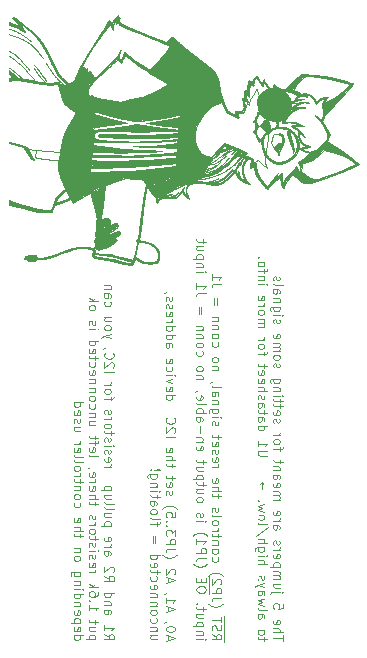
<source format=gbr>
%TF.GenerationSoftware,KiCad,Pcbnew,5.1.10*%
%TF.CreationDate,2021-09-02T21:39:33+02:00*%
%TF.ProjectId,pca9505-breakout.noqfn,70636139-3530-4352-9d62-7265616b6f75,rev?*%
%TF.SameCoordinates,Original*%
%TF.FileFunction,Legend,Bot*%
%TF.FilePolarity,Positive*%
%FSLAX46Y46*%
G04 Gerber Fmt 4.6, Leading zero omitted, Abs format (unit mm)*
G04 Created by KiCad (PCBNEW 5.1.10) date 2021-09-02 21:39:33*
%MOMM*%
%LPD*%
G01*
G04 APERTURE LIST*
%ADD10C,0.010000*%
%ADD11C,0.020250*%
%ADD12C,0.050000*%
%ADD13C,0.100000*%
%ADD14O,1.700000X1.700000*%
%ADD15R,1.700000X1.700000*%
%ADD16C,4.400000*%
%ADD17C,0.700000*%
%ADD18O,1.600000X1.600000*%
%ADD19C,1.600000*%
G04 APERTURE END LIST*
D10*
G36*
X174434500Y-66675000D02*
G01*
X175145700Y-67271900D01*
X176377600Y-68237100D01*
X177266600Y-68948300D01*
X177330100Y-69024500D01*
X177419000Y-69164200D01*
X177533300Y-69367400D01*
X177634900Y-69596000D01*
X177698400Y-69799200D01*
X177761900Y-70142100D01*
X177812700Y-70535800D01*
X177854018Y-70787859D01*
X178003200Y-71183500D01*
X178092100Y-71437500D01*
X178157730Y-71698210D01*
X177988625Y-71639737D01*
X177787300Y-71691500D01*
X177558700Y-71767700D01*
X177266600Y-71894700D01*
X177038000Y-72059800D01*
X176695100Y-72364600D01*
X176441100Y-72656700D01*
X176187995Y-73016494D01*
X176022000Y-73291700D01*
X175882300Y-73583800D01*
X175793400Y-73837800D01*
X175704500Y-74206100D01*
X175679100Y-74549000D01*
X175704500Y-74815700D01*
X175818800Y-75234800D01*
X175895000Y-75425300D01*
X176072800Y-75768200D01*
X176225200Y-75946000D01*
X176403000Y-76073000D01*
X176606200Y-76161900D01*
X176822100Y-76238100D01*
X177063560Y-76274454D01*
X177223519Y-76360939D01*
X177038000Y-76644500D01*
X176713219Y-77051173D01*
X176200394Y-78093814D01*
X175425100Y-78359000D01*
X174625000Y-78689200D01*
X173697900Y-79133700D01*
X172974000Y-79463900D01*
X172580300Y-79692500D01*
X172491400Y-79756000D01*
X172402500Y-79692500D01*
X172186600Y-79476600D01*
X171970700Y-79222600D01*
X171653200Y-78752700D01*
X171348400Y-78257400D01*
X171347933Y-78256968D01*
X171491245Y-78247401D01*
X171615100Y-78346300D01*
X171767500Y-78447900D01*
X171932600Y-78536800D01*
X172085000Y-78587600D01*
X172339000Y-78638400D01*
X172573954Y-78682467D01*
X173062900Y-78422500D01*
X173507400Y-78130400D01*
X173837600Y-77901800D01*
X173778908Y-77830285D01*
X174116545Y-77032021D01*
X174117000Y-76758800D01*
X174143868Y-76328469D01*
X174149014Y-76073835D01*
X174184221Y-75878555D01*
X174206320Y-75528846D01*
X173037500Y-75476100D01*
X172275500Y-75438000D01*
X171526200Y-75399900D01*
X170507726Y-75353962D01*
X171373800Y-75361800D01*
X171996100Y-75336400D01*
X172415200Y-75311000D01*
X172707300Y-75285600D01*
X173088300Y-75247500D01*
X173405800Y-75209400D01*
X173888400Y-75145900D01*
X174234294Y-75095272D01*
X174247688Y-74871559D01*
X174261081Y-74780673D01*
X174264908Y-74556960D01*
X172872400Y-74637900D01*
X171577000Y-74676000D01*
X170726100Y-74688700D01*
X169430700Y-74663300D01*
X168160700Y-74599800D01*
X167652700Y-74561700D01*
X167576500Y-74536300D01*
X167513000Y-74498200D01*
X167489359Y-74463204D01*
X167513014Y-74408028D01*
X167665400Y-74358500D01*
X167843200Y-74333100D01*
X167970200Y-74307700D01*
X168452800Y-74333100D01*
X169405300Y-74371200D01*
X170472100Y-74396600D01*
X171018200Y-74396600D01*
X172135800Y-74383900D01*
X173418500Y-74320400D01*
X174303272Y-74287555D01*
X174313814Y-74060398D01*
X174314006Y-74008737D01*
X174340200Y-73772892D01*
X173164500Y-73621900D01*
X172199300Y-73482200D01*
X171603561Y-73403188D01*
X172415200Y-73279000D01*
X173126400Y-73164700D01*
X173672500Y-73063100D01*
X174155100Y-72961500D01*
X174441571Y-72896294D01*
X174485300Y-72669400D01*
X174269400Y-72707500D01*
X173482000Y-72859900D01*
X172542200Y-73025000D01*
X171780200Y-73139300D01*
X170757691Y-73266017D01*
X169633900Y-73037700D01*
X168554400Y-72796400D01*
X167525700Y-72504300D01*
X167202428Y-72413872D01*
X167189034Y-72658594D01*
X167728900Y-72821800D01*
X168605200Y-73075800D01*
X169936753Y-73382237D01*
X168884600Y-73520300D01*
X167309800Y-73710800D01*
X167126122Y-73731851D01*
X167108902Y-73989315D01*
X167843200Y-73914000D01*
X168630600Y-73825100D01*
X169875200Y-73660000D01*
X170735764Y-73522527D01*
X172389800Y-73774300D01*
X173812200Y-73952100D01*
X174294800Y-74002900D01*
X174307500Y-74015600D01*
X174307500Y-74053700D01*
X174269400Y-74066400D01*
X173291500Y-74091800D01*
X172859700Y-74104500D01*
X172161200Y-74117200D01*
X171424600Y-74129900D01*
X170802300Y-74129900D01*
X170281600Y-74117200D01*
X169456100Y-74104500D01*
X168224200Y-74053700D01*
X167868600Y-74041000D01*
X167728900Y-74053700D01*
X167513000Y-74104500D01*
X167308181Y-74197014D01*
X167182800Y-74295000D01*
X167132000Y-74396600D01*
X167144700Y-74523600D01*
X167182800Y-74599800D01*
X167259000Y-74688700D01*
X167360600Y-74752200D01*
X167538400Y-74815700D01*
X167868600Y-74853800D01*
X168643300Y-74917300D01*
X169684700Y-74968100D01*
X170586400Y-74980800D01*
X171564300Y-74955400D01*
X172516800Y-74904600D01*
X173494700Y-74841100D01*
X174231300Y-74790300D01*
X174256700Y-74790300D01*
X174244000Y-74866500D01*
X174193200Y-74866500D01*
X173761400Y-74904600D01*
X172935900Y-74968100D01*
X171831000Y-75018900D01*
X170662600Y-75044300D01*
X170129200Y-75044300D01*
X169557700Y-75031600D01*
X168757600Y-75018900D01*
X168262300Y-75006200D01*
X167500300Y-74980800D01*
X167075685Y-74969294D01*
X167046984Y-75251442D01*
X168465500Y-75463400D01*
X169418000Y-75565000D01*
X170611800Y-75653900D01*
X171919900Y-75730100D01*
X172951140Y-75777184D01*
X171996100Y-75831700D01*
X170446700Y-75895200D01*
X169164000Y-75907900D01*
X168440100Y-75882500D01*
X167652700Y-75857100D01*
X166998748Y-75827506D01*
X166993008Y-76083746D01*
X167728900Y-76111100D01*
X168884600Y-76149200D01*
X170141900Y-76161900D01*
X171246800Y-76123800D01*
X172466000Y-76047600D01*
X173596300Y-75946000D01*
X174167800Y-75882500D01*
X174167800Y-75895200D01*
X174142400Y-76073000D01*
X173977300Y-76085700D01*
X173278800Y-76136500D01*
X171843700Y-76212700D01*
X170840400Y-76250800D01*
X169024300Y-76288900D01*
X167627300Y-76301600D01*
X166950588Y-76300648D01*
X166918443Y-76572923D01*
X167970200Y-76581000D01*
X169583100Y-76593700D01*
X170662600Y-76568300D01*
X172072300Y-76504800D01*
X173570900Y-76377800D01*
X174129700Y-76339700D01*
X174104300Y-76758800D01*
X173469300Y-76835000D01*
X172313600Y-76949300D01*
X171208700Y-77038200D01*
X170014900Y-77114400D01*
X168859200Y-77165200D01*
X167779700Y-77203300D01*
X167037743Y-77229157D01*
X167066061Y-76895845D01*
X166884289Y-76905412D01*
X166819425Y-77536293D01*
X167589200Y-77533500D01*
X169418000Y-77495400D01*
X170459400Y-77431900D01*
X171437300Y-77355700D01*
X172910500Y-77190600D01*
X174091600Y-77038200D01*
X174104300Y-77038200D01*
X173761400Y-77838300D01*
X173215300Y-78193900D01*
X172758100Y-78473300D01*
X172559221Y-78574495D01*
X172085000Y-78473300D01*
X171780200Y-78320900D01*
X171540783Y-78169106D01*
X171488100Y-78232000D01*
X171475400Y-78244700D01*
X171348400Y-78244700D01*
X171317108Y-78187475D01*
X171069000Y-78155800D01*
X170675300Y-78117700D01*
X169778937Y-78086065D01*
X169189400Y-78270100D01*
X168440100Y-78549500D01*
X168021000Y-78701900D01*
X167284400Y-79082900D01*
X166801800Y-79362300D01*
X166344600Y-79590900D01*
X165887400Y-79844900D01*
X165393149Y-80135836D01*
X165188900Y-79794100D01*
X165100000Y-79654400D01*
X164807900Y-79082900D01*
X164553900Y-78549500D01*
X164325300Y-77965300D01*
X164211000Y-77571600D01*
X164160200Y-77406500D01*
X164122100Y-77089000D01*
X164109400Y-76898500D01*
X164181861Y-76569764D01*
X164309675Y-75834642D01*
X164376100Y-75336400D01*
X164528500Y-74637900D01*
X164680900Y-74231500D01*
X164896800Y-73799700D01*
X165227000Y-73215500D01*
X165620517Y-72525960D01*
X165692652Y-72545476D01*
X166416772Y-71602311D01*
X166528667Y-70721617D01*
X166665666Y-70512331D01*
X166636700Y-70662800D01*
X166636700Y-70942200D01*
X166807256Y-71125858D01*
X167017002Y-70996513D01*
X167193607Y-71208019D01*
X167932100Y-71386700D01*
X168998900Y-71577200D01*
X169370314Y-71637345D01*
X170294300Y-71386700D01*
X171246800Y-71196200D01*
X171520903Y-71152857D01*
X172237400Y-70764400D01*
X173482000Y-70129400D01*
X172618400Y-69596000D01*
X171831000Y-69138800D01*
X171805633Y-69054943D01*
X171881800Y-68884800D01*
X172123100Y-68656200D01*
X172415200Y-68364100D01*
X172707300Y-68033900D01*
X172923200Y-67779900D01*
X173424377Y-67197754D01*
X173543007Y-66906077D01*
X173458115Y-66822701D01*
X173325150Y-66750447D01*
X173179158Y-66681178D01*
X173224313Y-66581682D01*
X173795115Y-66095203D01*
X174434500Y-66675000D01*
G37*
X174434500Y-66675000D02*
X175145700Y-67271900D01*
X176377600Y-68237100D01*
X177266600Y-68948300D01*
X177330100Y-69024500D01*
X177419000Y-69164200D01*
X177533300Y-69367400D01*
X177634900Y-69596000D01*
X177698400Y-69799200D01*
X177761900Y-70142100D01*
X177812700Y-70535800D01*
X177854018Y-70787859D01*
X178003200Y-71183500D01*
X178092100Y-71437500D01*
X178157730Y-71698210D01*
X177988625Y-71639737D01*
X177787300Y-71691500D01*
X177558700Y-71767700D01*
X177266600Y-71894700D01*
X177038000Y-72059800D01*
X176695100Y-72364600D01*
X176441100Y-72656700D01*
X176187995Y-73016494D01*
X176022000Y-73291700D01*
X175882300Y-73583800D01*
X175793400Y-73837800D01*
X175704500Y-74206100D01*
X175679100Y-74549000D01*
X175704500Y-74815700D01*
X175818800Y-75234800D01*
X175895000Y-75425300D01*
X176072800Y-75768200D01*
X176225200Y-75946000D01*
X176403000Y-76073000D01*
X176606200Y-76161900D01*
X176822100Y-76238100D01*
X177063560Y-76274454D01*
X177223519Y-76360939D01*
X177038000Y-76644500D01*
X176713219Y-77051173D01*
X176200394Y-78093814D01*
X175425100Y-78359000D01*
X174625000Y-78689200D01*
X173697900Y-79133700D01*
X172974000Y-79463900D01*
X172580300Y-79692500D01*
X172491400Y-79756000D01*
X172402500Y-79692500D01*
X172186600Y-79476600D01*
X171970700Y-79222600D01*
X171653200Y-78752700D01*
X171348400Y-78257400D01*
X171347933Y-78256968D01*
X171491245Y-78247401D01*
X171615100Y-78346300D01*
X171767500Y-78447900D01*
X171932600Y-78536800D01*
X172085000Y-78587600D01*
X172339000Y-78638400D01*
X172573954Y-78682467D01*
X173062900Y-78422500D01*
X173507400Y-78130400D01*
X173837600Y-77901800D01*
X173778908Y-77830285D01*
X174116545Y-77032021D01*
X174117000Y-76758800D01*
X174143868Y-76328469D01*
X174149014Y-76073835D01*
X174184221Y-75878555D01*
X174206320Y-75528846D01*
X173037500Y-75476100D01*
X172275500Y-75438000D01*
X171526200Y-75399900D01*
X170507726Y-75353962D01*
X171373800Y-75361800D01*
X171996100Y-75336400D01*
X172415200Y-75311000D01*
X172707300Y-75285600D01*
X173088300Y-75247500D01*
X173405800Y-75209400D01*
X173888400Y-75145900D01*
X174234294Y-75095272D01*
X174247688Y-74871559D01*
X174261081Y-74780673D01*
X174264908Y-74556960D01*
X172872400Y-74637900D01*
X171577000Y-74676000D01*
X170726100Y-74688700D01*
X169430700Y-74663300D01*
X168160700Y-74599800D01*
X167652700Y-74561700D01*
X167576500Y-74536300D01*
X167513000Y-74498200D01*
X167489359Y-74463204D01*
X167513014Y-74408028D01*
X167665400Y-74358500D01*
X167843200Y-74333100D01*
X167970200Y-74307700D01*
X168452800Y-74333100D01*
X169405300Y-74371200D01*
X170472100Y-74396600D01*
X171018200Y-74396600D01*
X172135800Y-74383900D01*
X173418500Y-74320400D01*
X174303272Y-74287555D01*
X174313814Y-74060398D01*
X174314006Y-74008737D01*
X174340200Y-73772892D01*
X173164500Y-73621900D01*
X172199300Y-73482200D01*
X171603561Y-73403188D01*
X172415200Y-73279000D01*
X173126400Y-73164700D01*
X173672500Y-73063100D01*
X174155100Y-72961500D01*
X174441571Y-72896294D01*
X174485300Y-72669400D01*
X174269400Y-72707500D01*
X173482000Y-72859900D01*
X172542200Y-73025000D01*
X171780200Y-73139300D01*
X170757691Y-73266017D01*
X169633900Y-73037700D01*
X168554400Y-72796400D01*
X167525700Y-72504300D01*
X167202428Y-72413872D01*
X167189034Y-72658594D01*
X167728900Y-72821800D01*
X168605200Y-73075800D01*
X169936753Y-73382237D01*
X168884600Y-73520300D01*
X167309800Y-73710800D01*
X167126122Y-73731851D01*
X167108902Y-73989315D01*
X167843200Y-73914000D01*
X168630600Y-73825100D01*
X169875200Y-73660000D01*
X170735764Y-73522527D01*
X172389800Y-73774300D01*
X173812200Y-73952100D01*
X174294800Y-74002900D01*
X174307500Y-74015600D01*
X174307500Y-74053700D01*
X174269400Y-74066400D01*
X173291500Y-74091800D01*
X172859700Y-74104500D01*
X172161200Y-74117200D01*
X171424600Y-74129900D01*
X170802300Y-74129900D01*
X170281600Y-74117200D01*
X169456100Y-74104500D01*
X168224200Y-74053700D01*
X167868600Y-74041000D01*
X167728900Y-74053700D01*
X167513000Y-74104500D01*
X167308181Y-74197014D01*
X167182800Y-74295000D01*
X167132000Y-74396600D01*
X167144700Y-74523600D01*
X167182800Y-74599800D01*
X167259000Y-74688700D01*
X167360600Y-74752200D01*
X167538400Y-74815700D01*
X167868600Y-74853800D01*
X168643300Y-74917300D01*
X169684700Y-74968100D01*
X170586400Y-74980800D01*
X171564300Y-74955400D01*
X172516800Y-74904600D01*
X173494700Y-74841100D01*
X174231300Y-74790300D01*
X174256700Y-74790300D01*
X174244000Y-74866500D01*
X174193200Y-74866500D01*
X173761400Y-74904600D01*
X172935900Y-74968100D01*
X171831000Y-75018900D01*
X170662600Y-75044300D01*
X170129200Y-75044300D01*
X169557700Y-75031600D01*
X168757600Y-75018900D01*
X168262300Y-75006200D01*
X167500300Y-74980800D01*
X167075685Y-74969294D01*
X167046984Y-75251442D01*
X168465500Y-75463400D01*
X169418000Y-75565000D01*
X170611800Y-75653900D01*
X171919900Y-75730100D01*
X172951140Y-75777184D01*
X171996100Y-75831700D01*
X170446700Y-75895200D01*
X169164000Y-75907900D01*
X168440100Y-75882500D01*
X167652700Y-75857100D01*
X166998748Y-75827506D01*
X166993008Y-76083746D01*
X167728900Y-76111100D01*
X168884600Y-76149200D01*
X170141900Y-76161900D01*
X171246800Y-76123800D01*
X172466000Y-76047600D01*
X173596300Y-75946000D01*
X174167800Y-75882500D01*
X174167800Y-75895200D01*
X174142400Y-76073000D01*
X173977300Y-76085700D01*
X173278800Y-76136500D01*
X171843700Y-76212700D01*
X170840400Y-76250800D01*
X169024300Y-76288900D01*
X167627300Y-76301600D01*
X166950588Y-76300648D01*
X166918443Y-76572923D01*
X167970200Y-76581000D01*
X169583100Y-76593700D01*
X170662600Y-76568300D01*
X172072300Y-76504800D01*
X173570900Y-76377800D01*
X174129700Y-76339700D01*
X174104300Y-76758800D01*
X173469300Y-76835000D01*
X172313600Y-76949300D01*
X171208700Y-77038200D01*
X170014900Y-77114400D01*
X168859200Y-77165200D01*
X167779700Y-77203300D01*
X167037743Y-77229157D01*
X167066061Y-76895845D01*
X166884289Y-76905412D01*
X166819425Y-77536293D01*
X167589200Y-77533500D01*
X169418000Y-77495400D01*
X170459400Y-77431900D01*
X171437300Y-77355700D01*
X172910500Y-77190600D01*
X174091600Y-77038200D01*
X174104300Y-77038200D01*
X173761400Y-77838300D01*
X173215300Y-78193900D01*
X172758100Y-78473300D01*
X172559221Y-78574495D01*
X172085000Y-78473300D01*
X171780200Y-78320900D01*
X171540783Y-78169106D01*
X171488100Y-78232000D01*
X171475400Y-78244700D01*
X171348400Y-78244700D01*
X171317108Y-78187475D01*
X171069000Y-78155800D01*
X170675300Y-78117700D01*
X169778937Y-78086065D01*
X169189400Y-78270100D01*
X168440100Y-78549500D01*
X168021000Y-78701900D01*
X167284400Y-79082900D01*
X166801800Y-79362300D01*
X166344600Y-79590900D01*
X165887400Y-79844900D01*
X165393149Y-80135836D01*
X165188900Y-79794100D01*
X165100000Y-79654400D01*
X164807900Y-79082900D01*
X164553900Y-78549500D01*
X164325300Y-77965300D01*
X164211000Y-77571600D01*
X164160200Y-77406500D01*
X164122100Y-77089000D01*
X164109400Y-76898500D01*
X164181861Y-76569764D01*
X164309675Y-75834642D01*
X164376100Y-75336400D01*
X164528500Y-74637900D01*
X164680900Y-74231500D01*
X164896800Y-73799700D01*
X165227000Y-73215500D01*
X165620517Y-72525960D01*
X165692652Y-72545476D01*
X166416772Y-71602311D01*
X166528667Y-70721617D01*
X166665666Y-70512331D01*
X166636700Y-70662800D01*
X166636700Y-70942200D01*
X166807256Y-71125858D01*
X167017002Y-70996513D01*
X167193607Y-71208019D01*
X167932100Y-71386700D01*
X168998900Y-71577200D01*
X169370314Y-71637345D01*
X170294300Y-71386700D01*
X171246800Y-71196200D01*
X171520903Y-71152857D01*
X172237400Y-70764400D01*
X173482000Y-70129400D01*
X172618400Y-69596000D01*
X171831000Y-69138800D01*
X171805633Y-69054943D01*
X171881800Y-68884800D01*
X172123100Y-68656200D01*
X172415200Y-68364100D01*
X172707300Y-68033900D01*
X172923200Y-67779900D01*
X173424377Y-67197754D01*
X173543007Y-66906077D01*
X173458115Y-66822701D01*
X173325150Y-66750447D01*
X173179158Y-66681178D01*
X173224313Y-66581682D01*
X173795115Y-66095203D01*
X174434500Y-66675000D01*
G36*
X179412900Y-75768200D02*
G01*
X179298600Y-75869800D01*
X179095400Y-76085700D01*
X178986877Y-76251703D01*
X179362100Y-75958700D01*
X179539900Y-75831700D01*
X179603400Y-75869800D01*
X179362100Y-76009500D01*
X179171600Y-76161900D01*
X178993800Y-76314300D01*
X178714400Y-76593700D01*
X178460400Y-76860400D01*
X178092100Y-77203300D01*
X177901600Y-77355700D01*
X177673000Y-77520800D01*
X177495200Y-77622400D01*
X177279300Y-77724000D01*
X176987200Y-77825600D01*
X176733200Y-77901800D01*
X176517300Y-77927200D01*
X176277618Y-77937588D01*
X176364900Y-77749400D01*
X176530000Y-77749400D01*
X176733200Y-77724000D01*
X176961800Y-77660500D01*
X177241200Y-77571600D01*
X177431700Y-77495400D01*
X177596800Y-77406500D01*
X177838100Y-77241400D01*
X178028600Y-77101700D01*
X178346100Y-76860400D01*
X178574700Y-76657200D01*
X178714400Y-76517500D01*
X178816000Y-76377800D01*
X178930300Y-76225400D01*
X179070000Y-76034900D01*
X179235100Y-75844400D01*
X179342767Y-75737328D01*
X179412900Y-75768200D01*
G37*
X179412900Y-75768200D02*
X179298600Y-75869800D01*
X179095400Y-76085700D01*
X178986877Y-76251703D01*
X179362100Y-75958700D01*
X179539900Y-75831700D01*
X179603400Y-75869800D01*
X179362100Y-76009500D01*
X179171600Y-76161900D01*
X178993800Y-76314300D01*
X178714400Y-76593700D01*
X178460400Y-76860400D01*
X178092100Y-77203300D01*
X177901600Y-77355700D01*
X177673000Y-77520800D01*
X177495200Y-77622400D01*
X177279300Y-77724000D01*
X176987200Y-77825600D01*
X176733200Y-77901800D01*
X176517300Y-77927200D01*
X176277618Y-77937588D01*
X176364900Y-77749400D01*
X176530000Y-77749400D01*
X176733200Y-77724000D01*
X176961800Y-77660500D01*
X177241200Y-77571600D01*
X177431700Y-77495400D01*
X177596800Y-77406500D01*
X177838100Y-77241400D01*
X178028600Y-77101700D01*
X178346100Y-76860400D01*
X178574700Y-76657200D01*
X178714400Y-76517500D01*
X178816000Y-76377800D01*
X178930300Y-76225400D01*
X179070000Y-76034900D01*
X179235100Y-75844400D01*
X179342767Y-75737328D01*
X179412900Y-75768200D01*
G36*
X178714400Y-75488800D02*
G01*
X178523900Y-75603100D01*
X178282600Y-75717400D01*
X178117500Y-75780900D01*
X177736500Y-75895200D01*
X177622200Y-75920600D01*
X178015900Y-75755500D01*
X178358800Y-75603100D01*
X178625500Y-75463400D01*
X178714400Y-75488800D01*
G37*
X178714400Y-75488800D02*
X178523900Y-75603100D01*
X178282600Y-75717400D01*
X178117500Y-75780900D01*
X177736500Y-75895200D01*
X177622200Y-75920600D01*
X178015900Y-75755500D01*
X178358800Y-75603100D01*
X178625500Y-75463400D01*
X178714400Y-75488800D01*
G36*
X180238400Y-76390500D02*
G01*
X180047900Y-76568300D01*
X179920900Y-76720700D01*
X179844700Y-76860400D01*
X179781200Y-77063600D01*
X179750509Y-77279766D01*
X179755800Y-77419200D01*
X179768500Y-77584300D01*
X179857400Y-77901800D01*
X179959000Y-78092300D01*
X180086000Y-78282800D01*
X180390900Y-78600058D01*
X180086000Y-78486000D01*
X179793900Y-78346300D01*
X179578000Y-78219300D01*
X179425600Y-78092300D01*
X179273200Y-77914500D01*
X179158900Y-77724000D01*
X179074988Y-77519360D01*
X178866800Y-77749400D01*
X178663600Y-77952600D01*
X178346100Y-78232000D01*
X178015900Y-78486000D01*
X177800000Y-78574900D01*
X177533300Y-78638400D01*
X177253900Y-78625700D01*
X176885600Y-78574900D01*
X176504600Y-78498700D01*
X176085500Y-78460600D01*
X175856900Y-78460600D01*
X175628300Y-78486000D01*
X175361600Y-78549500D01*
X175285400Y-78574900D01*
X175196500Y-78638400D01*
X175107600Y-78727300D01*
X175044100Y-78828900D01*
X174993300Y-78968600D01*
X174980600Y-79108300D01*
X174993300Y-79260700D01*
X175044100Y-79451200D01*
X175094900Y-79578200D01*
X175231915Y-79838459D01*
X175006000Y-79679800D01*
X174904400Y-79603600D01*
X174764700Y-79463900D01*
X174688500Y-79336900D01*
X174625000Y-79159100D01*
X174561500Y-79248000D01*
X174320200Y-79540100D01*
X174205900Y-79641700D01*
X173988539Y-79761828D01*
X173697900Y-79768700D01*
X173368085Y-79750348D01*
X173151800Y-79743300D01*
X172961300Y-79768700D01*
X172758100Y-79832200D01*
X172631100Y-79921100D01*
X172548620Y-80042556D01*
X172495524Y-80192837D01*
X172440600Y-80073500D01*
X172402500Y-79908400D01*
X172401385Y-79702073D01*
X172507961Y-79756222D01*
X172513701Y-79890732D01*
X172824856Y-79630283D01*
X173805007Y-79391301D01*
X173570900Y-79489300D01*
X173367700Y-79552800D01*
X173151800Y-79616300D01*
X172919243Y-79658256D01*
X172866816Y-79710683D01*
X173342300Y-79679800D01*
X173478583Y-79672224D01*
X173761400Y-79603600D01*
X173964600Y-79514700D01*
X174155100Y-79400400D01*
X174321085Y-79259717D01*
X174167800Y-79425800D01*
X174040800Y-79527400D01*
X173875700Y-79603600D01*
X173736000Y-79654400D01*
X173524045Y-79707181D01*
X173762514Y-79710505D01*
X173913800Y-79705200D01*
X174132311Y-79647675D01*
X174371000Y-79400400D01*
X174599600Y-79121000D01*
X174726600Y-78879700D01*
X174817341Y-78848454D01*
X174739300Y-78955900D01*
X174695076Y-79105919D01*
X174764700Y-79311500D01*
X174853600Y-79438500D01*
X175041169Y-79626800D01*
X174980600Y-79463900D01*
X174942500Y-79286100D01*
X174917100Y-79146400D01*
X174942500Y-78930500D01*
X175006000Y-78790800D01*
X175094900Y-78651100D01*
X175221900Y-78536800D01*
X175374300Y-78447900D01*
X175564800Y-78384400D01*
X175818800Y-78346300D01*
X176123600Y-78346300D01*
X176580800Y-78409800D01*
X176796700Y-78435200D01*
X176987200Y-78435200D01*
X177190400Y-78409800D01*
X177444400Y-78359000D01*
X177647600Y-78282800D01*
X177800000Y-78219300D01*
X178079400Y-78054200D01*
X178244500Y-77952600D01*
X178460400Y-77762100D01*
X178663600Y-77558900D01*
X178750229Y-77459393D01*
X178828700Y-77343000D01*
X178848194Y-77260133D01*
X178930661Y-77351211D01*
X178625500Y-77685900D01*
X178320700Y-77990700D01*
X177952400Y-78232000D01*
X177596800Y-78384400D01*
X177292000Y-78473300D01*
X177114265Y-78501117D01*
X177355500Y-78536800D01*
X177558700Y-78524100D01*
X177825400Y-78460600D01*
X177977800Y-78397100D01*
X178206400Y-78270100D01*
X178396900Y-78130400D01*
X178663600Y-77851000D01*
X178892200Y-77597000D01*
X179082700Y-77343000D01*
X179298600Y-77025500D01*
X179463700Y-76720700D01*
X179469203Y-76802108D01*
X179374800Y-77000100D01*
X179144080Y-77382419D01*
X179209700Y-77584300D01*
X179298600Y-77787500D01*
X179387500Y-77914500D01*
X179544342Y-78078088D01*
X179412900Y-77838300D01*
X179355713Y-77669329D01*
X179346842Y-77464580D01*
X179412900Y-77546200D01*
X179425600Y-77673200D01*
X179451000Y-77800200D01*
X179527200Y-77965300D01*
X179590700Y-78066900D01*
X179705000Y-78168500D01*
X179844700Y-78270100D01*
X179971700Y-78346300D01*
X180047754Y-78382334D01*
X179933600Y-78168500D01*
X179806600Y-77889100D01*
X179717700Y-77622400D01*
X179679600Y-77431900D01*
X179673687Y-77274140D01*
X179692300Y-77089000D01*
X179755800Y-76885800D01*
X179844700Y-76682600D01*
X179946300Y-76517500D01*
X180098700Y-76339700D01*
X180238400Y-76390500D01*
G37*
X180238400Y-76390500D02*
X180047900Y-76568300D01*
X179920900Y-76720700D01*
X179844700Y-76860400D01*
X179781200Y-77063600D01*
X179750509Y-77279766D01*
X179755800Y-77419200D01*
X179768500Y-77584300D01*
X179857400Y-77901800D01*
X179959000Y-78092300D01*
X180086000Y-78282800D01*
X180390900Y-78600058D01*
X180086000Y-78486000D01*
X179793900Y-78346300D01*
X179578000Y-78219300D01*
X179425600Y-78092300D01*
X179273200Y-77914500D01*
X179158900Y-77724000D01*
X179074988Y-77519360D01*
X178866800Y-77749400D01*
X178663600Y-77952600D01*
X178346100Y-78232000D01*
X178015900Y-78486000D01*
X177800000Y-78574900D01*
X177533300Y-78638400D01*
X177253900Y-78625700D01*
X176885600Y-78574900D01*
X176504600Y-78498700D01*
X176085500Y-78460600D01*
X175856900Y-78460600D01*
X175628300Y-78486000D01*
X175361600Y-78549500D01*
X175285400Y-78574900D01*
X175196500Y-78638400D01*
X175107600Y-78727300D01*
X175044100Y-78828900D01*
X174993300Y-78968600D01*
X174980600Y-79108300D01*
X174993300Y-79260700D01*
X175044100Y-79451200D01*
X175094900Y-79578200D01*
X175231915Y-79838459D01*
X175006000Y-79679800D01*
X174904400Y-79603600D01*
X174764700Y-79463900D01*
X174688500Y-79336900D01*
X174625000Y-79159100D01*
X174561500Y-79248000D01*
X174320200Y-79540100D01*
X174205900Y-79641700D01*
X173988539Y-79761828D01*
X173697900Y-79768700D01*
X173368085Y-79750348D01*
X173151800Y-79743300D01*
X172961300Y-79768700D01*
X172758100Y-79832200D01*
X172631100Y-79921100D01*
X172548620Y-80042556D01*
X172495524Y-80192837D01*
X172440600Y-80073500D01*
X172402500Y-79908400D01*
X172401385Y-79702073D01*
X172507961Y-79756222D01*
X172513701Y-79890732D01*
X172824856Y-79630283D01*
X173805007Y-79391301D01*
X173570900Y-79489300D01*
X173367700Y-79552800D01*
X173151800Y-79616300D01*
X172919243Y-79658256D01*
X172866816Y-79710683D01*
X173342300Y-79679800D01*
X173478583Y-79672224D01*
X173761400Y-79603600D01*
X173964600Y-79514700D01*
X174155100Y-79400400D01*
X174321085Y-79259717D01*
X174167800Y-79425800D01*
X174040800Y-79527400D01*
X173875700Y-79603600D01*
X173736000Y-79654400D01*
X173524045Y-79707181D01*
X173762514Y-79710505D01*
X173913800Y-79705200D01*
X174132311Y-79647675D01*
X174371000Y-79400400D01*
X174599600Y-79121000D01*
X174726600Y-78879700D01*
X174817341Y-78848454D01*
X174739300Y-78955900D01*
X174695076Y-79105919D01*
X174764700Y-79311500D01*
X174853600Y-79438500D01*
X175041169Y-79626800D01*
X174980600Y-79463900D01*
X174942500Y-79286100D01*
X174917100Y-79146400D01*
X174942500Y-78930500D01*
X175006000Y-78790800D01*
X175094900Y-78651100D01*
X175221900Y-78536800D01*
X175374300Y-78447900D01*
X175564800Y-78384400D01*
X175818800Y-78346300D01*
X176123600Y-78346300D01*
X176580800Y-78409800D01*
X176796700Y-78435200D01*
X176987200Y-78435200D01*
X177190400Y-78409800D01*
X177444400Y-78359000D01*
X177647600Y-78282800D01*
X177800000Y-78219300D01*
X178079400Y-78054200D01*
X178244500Y-77952600D01*
X178460400Y-77762100D01*
X178663600Y-77558900D01*
X178750229Y-77459393D01*
X178828700Y-77343000D01*
X178848194Y-77260133D01*
X178930661Y-77351211D01*
X178625500Y-77685900D01*
X178320700Y-77990700D01*
X177952400Y-78232000D01*
X177596800Y-78384400D01*
X177292000Y-78473300D01*
X177114265Y-78501117D01*
X177355500Y-78536800D01*
X177558700Y-78524100D01*
X177825400Y-78460600D01*
X177977800Y-78397100D01*
X178206400Y-78270100D01*
X178396900Y-78130400D01*
X178663600Y-77851000D01*
X178892200Y-77597000D01*
X179082700Y-77343000D01*
X179298600Y-77025500D01*
X179463700Y-76720700D01*
X179469203Y-76802108D01*
X179374800Y-77000100D01*
X179144080Y-77382419D01*
X179209700Y-77584300D01*
X179298600Y-77787500D01*
X179387500Y-77914500D01*
X179544342Y-78078088D01*
X179412900Y-77838300D01*
X179355713Y-77669329D01*
X179346842Y-77464580D01*
X179412900Y-77546200D01*
X179425600Y-77673200D01*
X179451000Y-77800200D01*
X179527200Y-77965300D01*
X179590700Y-78066900D01*
X179705000Y-78168500D01*
X179844700Y-78270100D01*
X179971700Y-78346300D01*
X180047754Y-78382334D01*
X179933600Y-78168500D01*
X179806600Y-77889100D01*
X179717700Y-77622400D01*
X179679600Y-77431900D01*
X179673687Y-77274140D01*
X179692300Y-77089000D01*
X179755800Y-76885800D01*
X179844700Y-76682600D01*
X179946300Y-76517500D01*
X180098700Y-76339700D01*
X180238400Y-76390500D01*
G36*
X179758067Y-76229680D02*
G01*
X179514500Y-76428600D01*
X179362100Y-76581000D01*
X179026388Y-76968783D01*
X179197000Y-76720700D01*
X179349400Y-76504800D01*
X179501800Y-76352400D01*
X179666900Y-76200000D01*
X179758067Y-76229680D01*
G37*
X179758067Y-76229680D02*
X179514500Y-76428600D01*
X179362100Y-76581000D01*
X179026388Y-76968783D01*
X179197000Y-76720700D01*
X179349400Y-76504800D01*
X179501800Y-76352400D01*
X179666900Y-76200000D01*
X179758067Y-76229680D01*
G36*
X179971700Y-76301600D02*
G01*
X179819300Y-76415900D01*
X179705000Y-76555600D01*
X179603400Y-76758800D01*
X179550446Y-76931510D01*
X179565300Y-76758800D01*
X179616100Y-76593700D01*
X179679600Y-76492100D01*
X179806600Y-76352400D01*
X179920900Y-76276200D01*
X179971700Y-76301600D01*
G37*
X179971700Y-76301600D02*
X179819300Y-76415900D01*
X179705000Y-76555600D01*
X179603400Y-76758800D01*
X179550446Y-76931510D01*
X179565300Y-76758800D01*
X179616100Y-76593700D01*
X179679600Y-76492100D01*
X179806600Y-76352400D01*
X179920900Y-76276200D01*
X179971700Y-76301600D01*
G36*
X185102500Y-69418200D02*
G01*
X184823100Y-69621400D01*
X184531000Y-69862700D01*
X184315100Y-70129400D01*
X184162700Y-70396100D01*
X184044243Y-70633468D01*
X184213500Y-70675500D01*
X184416700Y-70764400D01*
X184670700Y-70916800D01*
X184823100Y-70980300D01*
X185013600Y-71018400D01*
X184835294Y-70826260D01*
X185229500Y-70929500D01*
X185508900Y-71056500D01*
X185674000Y-71196200D01*
X185851800Y-71386700D01*
X185991500Y-71602600D01*
X186220100Y-71412100D01*
X186410600Y-71297800D01*
X186664600Y-71208900D01*
X186980926Y-71172315D01*
X186842400Y-71335900D01*
X186690000Y-71526400D01*
X186610151Y-71711202D01*
X186994800Y-71539100D01*
X187286900Y-71386700D01*
X187718700Y-71120000D01*
X188087000Y-70840600D01*
X188468000Y-70497700D01*
X188836300Y-70104000D01*
X187985400Y-69888100D01*
X187159900Y-69684900D01*
X186639200Y-69583300D01*
X186042300Y-69494400D01*
X185521600Y-69443600D01*
X185115200Y-69418200D01*
X184797700Y-69265800D01*
X185826400Y-69342000D01*
X186690000Y-69443600D01*
X187185300Y-69532500D01*
X188264800Y-69799200D01*
X189103000Y-70065900D01*
X188417200Y-70904100D01*
X187960000Y-71399400D01*
X187159900Y-72237600D01*
X186639808Y-72779177D01*
X186601100Y-72961500D01*
X186468560Y-73191684D01*
X186677300Y-73571100D01*
X187111783Y-74373275D01*
X186902037Y-74946582D01*
X187172600Y-75120500D01*
X187909200Y-75603100D01*
X188315600Y-75869800D01*
X188963300Y-76365100D01*
X189344300Y-76695300D01*
X189585600Y-76911200D01*
X188912500Y-77216000D01*
X188188600Y-77533500D01*
X187147200Y-77927200D01*
X186055000Y-78295500D01*
X185545657Y-78470388D01*
X185172771Y-78493717D01*
X184986317Y-78491435D01*
X184645300Y-78282800D01*
X184353200Y-78054200D01*
X183958542Y-77722351D01*
X183743600Y-77978000D01*
X183464200Y-78359000D01*
X183337200Y-78587600D01*
X183203444Y-78917929D01*
X183070500Y-78689200D01*
X183019700Y-78549500D01*
X182981600Y-78308200D01*
X182923783Y-78002011D01*
X182414525Y-78360503D01*
X182168800Y-78574900D01*
X182016400Y-78752700D01*
X181902100Y-78905100D01*
X181847064Y-79022802D01*
X181724300Y-78905100D01*
X181521100Y-78689200D01*
X181127400Y-78181200D01*
X180911500Y-77838300D01*
X180835300Y-77685900D01*
X180771800Y-77457300D01*
X180746400Y-77228700D01*
X180752856Y-77026682D01*
X180375306Y-77211898D01*
X180459112Y-76477789D01*
X179804511Y-76237071D01*
X179425600Y-76161900D01*
X179400200Y-76149200D01*
X179815871Y-75963892D01*
X179552600Y-75831700D01*
X179057300Y-75615800D01*
X178168300Y-75323700D01*
X177223022Y-76360938D01*
X177076100Y-76276200D01*
X177634900Y-75692000D01*
X178201852Y-75127053D01*
X178866800Y-75374500D01*
X179285900Y-75539600D01*
X179857400Y-75806300D01*
X180148512Y-75938272D01*
X179788719Y-76109328D01*
X180187600Y-76238100D01*
X180652786Y-76457450D01*
X180568600Y-76936600D01*
X180922956Y-76790628D01*
X180911500Y-76962000D01*
X180911500Y-77228700D01*
X180949600Y-77482700D01*
X181038500Y-77711300D01*
X181229000Y-78041500D01*
X181789815Y-78815563D01*
X182105300Y-78447900D01*
X182704432Y-77624099D01*
X182388035Y-78158028D01*
X182740300Y-77914500D01*
X183078366Y-77649777D01*
X183067743Y-77950302D01*
X183070500Y-78155800D01*
X183095900Y-78346300D01*
X183157771Y-78524479D01*
X183324500Y-78181200D01*
X183515000Y-77889100D01*
X183642000Y-77762100D01*
X183921400Y-77508100D01*
X184175400Y-77228700D01*
X184301229Y-77065447D01*
X184353200Y-77216000D01*
X184416700Y-77368400D01*
X184518300Y-77482700D01*
X184607200Y-77571600D01*
X184619900Y-77597000D01*
X184721500Y-77533500D01*
X184746900Y-77533500D01*
X185293000Y-77952600D01*
X185508900Y-78066900D01*
X185801000Y-78130400D01*
X186118500Y-78155800D01*
X186372500Y-78066900D01*
X188087000Y-77457300D01*
X188772800Y-77152500D01*
X189355821Y-76869287D01*
X189153800Y-76708000D01*
X188734700Y-76415900D01*
X188391800Y-76238100D01*
X187871100Y-76034900D01*
X186664600Y-75653900D01*
X185712100Y-76555600D01*
X184662037Y-76838041D01*
X184753497Y-76956671D01*
X184734200Y-77520800D01*
X184627462Y-77587419D01*
X184619900Y-77368400D01*
X184607200Y-77127100D01*
X184543700Y-76898500D01*
X184464192Y-76744075D01*
X184645300Y-76619100D01*
X184873900Y-76454000D01*
X185140600Y-76212700D01*
X185430720Y-75933278D01*
X184937400Y-75793600D01*
X184797700Y-75717400D01*
X184592734Y-75522952D01*
X184937400Y-75476100D01*
X185140600Y-75438000D01*
X185305700Y-75399900D01*
X184924700Y-75260200D01*
X184802843Y-75181834D01*
X184658000Y-75031600D01*
X184569100Y-74891900D01*
X184531000Y-74790300D01*
X184442100Y-74409300D01*
X184417180Y-74121378D01*
X184488933Y-74111811D01*
X184378600Y-74002900D01*
X184188100Y-73850500D01*
X183821506Y-73669341D01*
X184010300Y-73609200D01*
X184213500Y-73583800D01*
X184565564Y-73575393D01*
X184175400Y-73418700D01*
X183997600Y-73380600D01*
X183705500Y-73355200D01*
X183413400Y-73367900D01*
X183087358Y-73427106D01*
X183210200Y-73190100D01*
X183349900Y-72999600D01*
X183799291Y-72467983D01*
X183972200Y-72339200D01*
X184365347Y-72126865D01*
X184251600Y-72136000D01*
X184099200Y-72161400D01*
X183857900Y-72250300D01*
X183972200Y-72148700D01*
X184277000Y-72072500D01*
X184569100Y-72047100D01*
X184785000Y-72059800D01*
X185060365Y-72093955D01*
X184645300Y-72136000D01*
X184391300Y-72199500D01*
X184188100Y-72288400D01*
X183984900Y-72415400D01*
X183718200Y-72644000D01*
X183438800Y-72999600D01*
X183216320Y-73334862D01*
X183540400Y-73291700D01*
X183870600Y-73291700D01*
X184188100Y-73342500D01*
X184518300Y-73469500D01*
X184929356Y-73671044D01*
X184658000Y-73647300D01*
X184299886Y-73645447D01*
X184002378Y-73682525D01*
X184404000Y-73901300D01*
X184632600Y-74129900D01*
X185001051Y-74597142D01*
X184521479Y-74288130D01*
X184556400Y-74561700D01*
X184619900Y-74815700D01*
X184746900Y-75006200D01*
X184899300Y-75145900D01*
X185153300Y-75272900D01*
X185396547Y-75328821D01*
X185470787Y-75390624D01*
X185356500Y-75438000D01*
X185064400Y-75526900D01*
X184772300Y-75565000D01*
X184886600Y-75679300D01*
X185115200Y-75780900D01*
X185343800Y-75819000D01*
X185648600Y-75806300D01*
X185967636Y-75726767D01*
X186728100Y-75018900D01*
X186855100Y-74777600D01*
X186944000Y-74510900D01*
X186931300Y-74307700D01*
X186626500Y-73710800D01*
X186397900Y-73329800D01*
X186131200Y-72986900D01*
X185874377Y-72734805D01*
X186143900Y-72910700D01*
X186373866Y-73134473D01*
X186461400Y-72999600D01*
X186550300Y-72783700D01*
X186563000Y-72567800D01*
X186489626Y-71796175D01*
X186613800Y-71526400D01*
X186779772Y-71270051D01*
X186664600Y-71297800D01*
X186397900Y-71386700D01*
X186232800Y-71501000D01*
X186067700Y-71653400D01*
X185940700Y-71780400D01*
X185851800Y-71577200D01*
X185724800Y-71348600D01*
X185559700Y-71170800D01*
X185356500Y-71043800D01*
X185093046Y-70957174D01*
X185243438Y-71177405D01*
X185039000Y-71107300D01*
X184899300Y-71081900D01*
X184734200Y-71081900D01*
X184569100Y-71120000D01*
X184429400Y-71196200D01*
X184327800Y-71323200D01*
X184249683Y-71455267D01*
X184492900Y-71386700D01*
X184696100Y-71361300D01*
X184988200Y-71374000D01*
X184378600Y-71488300D01*
X184226200Y-71539100D01*
X183950582Y-71667882D01*
X184432622Y-71707490D01*
X184569100Y-71666100D01*
X184823100Y-71602600D01*
X185039000Y-71602600D01*
X185204100Y-71640700D01*
X185391726Y-71699836D01*
X185051700Y-71666100D01*
X184772300Y-71678800D01*
X184543700Y-71755000D01*
X184315100Y-71869300D01*
X184099200Y-72034400D01*
X183846246Y-72247982D01*
X183883300Y-72148700D01*
X183997600Y-72021700D01*
X184162700Y-71882000D01*
X184378600Y-71742300D01*
X184137300Y-71716900D01*
X183851794Y-71736037D01*
X183836487Y-71627357D01*
X184145499Y-71464145D01*
X184264300Y-71247000D01*
X184378600Y-71107300D01*
X184061100Y-70878700D01*
X183718200Y-70739000D01*
X183388000Y-70688200D01*
X183184214Y-70677494D01*
X182351107Y-70417082D01*
X182333900Y-70332600D01*
X182333900Y-70256400D01*
X182397908Y-70129291D01*
X182486300Y-70218300D01*
X182638700Y-70358000D01*
X182791100Y-70434200D01*
X183327354Y-70574229D01*
X183591200Y-70294500D01*
X184023000Y-69875400D01*
X184416700Y-69545200D01*
X184775998Y-69264096D01*
X185102500Y-69418200D01*
G37*
X185102500Y-69418200D02*
X184823100Y-69621400D01*
X184531000Y-69862700D01*
X184315100Y-70129400D01*
X184162700Y-70396100D01*
X184044243Y-70633468D01*
X184213500Y-70675500D01*
X184416700Y-70764400D01*
X184670700Y-70916800D01*
X184823100Y-70980300D01*
X185013600Y-71018400D01*
X184835294Y-70826260D01*
X185229500Y-70929500D01*
X185508900Y-71056500D01*
X185674000Y-71196200D01*
X185851800Y-71386700D01*
X185991500Y-71602600D01*
X186220100Y-71412100D01*
X186410600Y-71297800D01*
X186664600Y-71208900D01*
X186980926Y-71172315D01*
X186842400Y-71335900D01*
X186690000Y-71526400D01*
X186610151Y-71711202D01*
X186994800Y-71539100D01*
X187286900Y-71386700D01*
X187718700Y-71120000D01*
X188087000Y-70840600D01*
X188468000Y-70497700D01*
X188836300Y-70104000D01*
X187985400Y-69888100D01*
X187159900Y-69684900D01*
X186639200Y-69583300D01*
X186042300Y-69494400D01*
X185521600Y-69443600D01*
X185115200Y-69418200D01*
X184797700Y-69265800D01*
X185826400Y-69342000D01*
X186690000Y-69443600D01*
X187185300Y-69532500D01*
X188264800Y-69799200D01*
X189103000Y-70065900D01*
X188417200Y-70904100D01*
X187960000Y-71399400D01*
X187159900Y-72237600D01*
X186639808Y-72779177D01*
X186601100Y-72961500D01*
X186468560Y-73191684D01*
X186677300Y-73571100D01*
X187111783Y-74373275D01*
X186902037Y-74946582D01*
X187172600Y-75120500D01*
X187909200Y-75603100D01*
X188315600Y-75869800D01*
X188963300Y-76365100D01*
X189344300Y-76695300D01*
X189585600Y-76911200D01*
X188912500Y-77216000D01*
X188188600Y-77533500D01*
X187147200Y-77927200D01*
X186055000Y-78295500D01*
X185545657Y-78470388D01*
X185172771Y-78493717D01*
X184986317Y-78491435D01*
X184645300Y-78282800D01*
X184353200Y-78054200D01*
X183958542Y-77722351D01*
X183743600Y-77978000D01*
X183464200Y-78359000D01*
X183337200Y-78587600D01*
X183203444Y-78917929D01*
X183070500Y-78689200D01*
X183019700Y-78549500D01*
X182981600Y-78308200D01*
X182923783Y-78002011D01*
X182414525Y-78360503D01*
X182168800Y-78574900D01*
X182016400Y-78752700D01*
X181902100Y-78905100D01*
X181847064Y-79022802D01*
X181724300Y-78905100D01*
X181521100Y-78689200D01*
X181127400Y-78181200D01*
X180911500Y-77838300D01*
X180835300Y-77685900D01*
X180771800Y-77457300D01*
X180746400Y-77228700D01*
X180752856Y-77026682D01*
X180375306Y-77211898D01*
X180459112Y-76477789D01*
X179804511Y-76237071D01*
X179425600Y-76161900D01*
X179400200Y-76149200D01*
X179815871Y-75963892D01*
X179552600Y-75831700D01*
X179057300Y-75615800D01*
X178168300Y-75323700D01*
X177223022Y-76360938D01*
X177076100Y-76276200D01*
X177634900Y-75692000D01*
X178201852Y-75127053D01*
X178866800Y-75374500D01*
X179285900Y-75539600D01*
X179857400Y-75806300D01*
X180148512Y-75938272D01*
X179788719Y-76109328D01*
X180187600Y-76238100D01*
X180652786Y-76457450D01*
X180568600Y-76936600D01*
X180922956Y-76790628D01*
X180911500Y-76962000D01*
X180911500Y-77228700D01*
X180949600Y-77482700D01*
X181038500Y-77711300D01*
X181229000Y-78041500D01*
X181789815Y-78815563D01*
X182105300Y-78447900D01*
X182704432Y-77624099D01*
X182388035Y-78158028D01*
X182740300Y-77914500D01*
X183078366Y-77649777D01*
X183067743Y-77950302D01*
X183070500Y-78155800D01*
X183095900Y-78346300D01*
X183157771Y-78524479D01*
X183324500Y-78181200D01*
X183515000Y-77889100D01*
X183642000Y-77762100D01*
X183921400Y-77508100D01*
X184175400Y-77228700D01*
X184301229Y-77065447D01*
X184353200Y-77216000D01*
X184416700Y-77368400D01*
X184518300Y-77482700D01*
X184607200Y-77571600D01*
X184619900Y-77597000D01*
X184721500Y-77533500D01*
X184746900Y-77533500D01*
X185293000Y-77952600D01*
X185508900Y-78066900D01*
X185801000Y-78130400D01*
X186118500Y-78155800D01*
X186372500Y-78066900D01*
X188087000Y-77457300D01*
X188772800Y-77152500D01*
X189355821Y-76869287D01*
X189153800Y-76708000D01*
X188734700Y-76415900D01*
X188391800Y-76238100D01*
X187871100Y-76034900D01*
X186664600Y-75653900D01*
X185712100Y-76555600D01*
X184662037Y-76838041D01*
X184753497Y-76956671D01*
X184734200Y-77520800D01*
X184627462Y-77587419D01*
X184619900Y-77368400D01*
X184607200Y-77127100D01*
X184543700Y-76898500D01*
X184464192Y-76744075D01*
X184645300Y-76619100D01*
X184873900Y-76454000D01*
X185140600Y-76212700D01*
X185430720Y-75933278D01*
X184937400Y-75793600D01*
X184797700Y-75717400D01*
X184592734Y-75522952D01*
X184937400Y-75476100D01*
X185140600Y-75438000D01*
X185305700Y-75399900D01*
X184924700Y-75260200D01*
X184802843Y-75181834D01*
X184658000Y-75031600D01*
X184569100Y-74891900D01*
X184531000Y-74790300D01*
X184442100Y-74409300D01*
X184417180Y-74121378D01*
X184488933Y-74111811D01*
X184378600Y-74002900D01*
X184188100Y-73850500D01*
X183821506Y-73669341D01*
X184010300Y-73609200D01*
X184213500Y-73583800D01*
X184565564Y-73575393D01*
X184175400Y-73418700D01*
X183997600Y-73380600D01*
X183705500Y-73355200D01*
X183413400Y-73367900D01*
X183087358Y-73427106D01*
X183210200Y-73190100D01*
X183349900Y-72999600D01*
X183799291Y-72467983D01*
X183972200Y-72339200D01*
X184365347Y-72126865D01*
X184251600Y-72136000D01*
X184099200Y-72161400D01*
X183857900Y-72250300D01*
X183972200Y-72148700D01*
X184277000Y-72072500D01*
X184569100Y-72047100D01*
X184785000Y-72059800D01*
X185060365Y-72093955D01*
X184645300Y-72136000D01*
X184391300Y-72199500D01*
X184188100Y-72288400D01*
X183984900Y-72415400D01*
X183718200Y-72644000D01*
X183438800Y-72999600D01*
X183216320Y-73334862D01*
X183540400Y-73291700D01*
X183870600Y-73291700D01*
X184188100Y-73342500D01*
X184518300Y-73469500D01*
X184929356Y-73671044D01*
X184658000Y-73647300D01*
X184299886Y-73645447D01*
X184002378Y-73682525D01*
X184404000Y-73901300D01*
X184632600Y-74129900D01*
X185001051Y-74597142D01*
X184521479Y-74288130D01*
X184556400Y-74561700D01*
X184619900Y-74815700D01*
X184746900Y-75006200D01*
X184899300Y-75145900D01*
X185153300Y-75272900D01*
X185396547Y-75328821D01*
X185470787Y-75390624D01*
X185356500Y-75438000D01*
X185064400Y-75526900D01*
X184772300Y-75565000D01*
X184886600Y-75679300D01*
X185115200Y-75780900D01*
X185343800Y-75819000D01*
X185648600Y-75806300D01*
X185967636Y-75726767D01*
X186728100Y-75018900D01*
X186855100Y-74777600D01*
X186944000Y-74510900D01*
X186931300Y-74307700D01*
X186626500Y-73710800D01*
X186397900Y-73329800D01*
X186131200Y-72986900D01*
X185874377Y-72734805D01*
X186143900Y-72910700D01*
X186373866Y-73134473D01*
X186461400Y-72999600D01*
X186550300Y-72783700D01*
X186563000Y-72567800D01*
X186489626Y-71796175D01*
X186613800Y-71526400D01*
X186779772Y-71270051D01*
X186664600Y-71297800D01*
X186397900Y-71386700D01*
X186232800Y-71501000D01*
X186067700Y-71653400D01*
X185940700Y-71780400D01*
X185851800Y-71577200D01*
X185724800Y-71348600D01*
X185559700Y-71170800D01*
X185356500Y-71043800D01*
X185093046Y-70957174D01*
X185243438Y-71177405D01*
X185039000Y-71107300D01*
X184899300Y-71081900D01*
X184734200Y-71081900D01*
X184569100Y-71120000D01*
X184429400Y-71196200D01*
X184327800Y-71323200D01*
X184249683Y-71455267D01*
X184492900Y-71386700D01*
X184696100Y-71361300D01*
X184988200Y-71374000D01*
X184378600Y-71488300D01*
X184226200Y-71539100D01*
X183950582Y-71667882D01*
X184432622Y-71707490D01*
X184569100Y-71666100D01*
X184823100Y-71602600D01*
X185039000Y-71602600D01*
X185204100Y-71640700D01*
X185391726Y-71699836D01*
X185051700Y-71666100D01*
X184772300Y-71678800D01*
X184543700Y-71755000D01*
X184315100Y-71869300D01*
X184099200Y-72034400D01*
X183846246Y-72247982D01*
X183883300Y-72148700D01*
X183997600Y-72021700D01*
X184162700Y-71882000D01*
X184378600Y-71742300D01*
X184137300Y-71716900D01*
X183851794Y-71736037D01*
X183836487Y-71627357D01*
X184145499Y-71464145D01*
X184264300Y-71247000D01*
X184378600Y-71107300D01*
X184061100Y-70878700D01*
X183718200Y-70739000D01*
X183388000Y-70688200D01*
X183184214Y-70677494D01*
X182351107Y-70417082D01*
X182333900Y-70332600D01*
X182333900Y-70256400D01*
X182397908Y-70129291D01*
X182486300Y-70218300D01*
X182638700Y-70358000D01*
X182791100Y-70434200D01*
X183327354Y-70574229D01*
X183591200Y-70294500D01*
X184023000Y-69875400D01*
X184416700Y-69545200D01*
X184775998Y-69264096D01*
X185102500Y-69418200D01*
G36*
X181000400Y-69507100D02*
G01*
X181102000Y-69659500D01*
X181178200Y-69824600D01*
X181353639Y-70069000D01*
X181457600Y-69799200D01*
X181573870Y-69712421D01*
X181552823Y-69838322D01*
X182016226Y-70442338D01*
X181954806Y-70466064D01*
X181521100Y-69938900D01*
X181458869Y-70083110D01*
X181448027Y-70167214D01*
X181457594Y-70272067D01*
X181368700Y-70256400D01*
X180894675Y-69538533D01*
X180784500Y-69672200D01*
X180721000Y-69799200D01*
X180682900Y-69964300D01*
X180663921Y-70153801D01*
X180698745Y-70202784D01*
X180607859Y-70255210D01*
X180384146Y-70083963D01*
X180251100Y-70726300D01*
X180251100Y-70942200D01*
X180264751Y-71216610D01*
X180034035Y-70874038D01*
X180035200Y-71132700D01*
X180060600Y-71310500D01*
X180136800Y-71475600D01*
X180229812Y-71594179D01*
X180117879Y-71615226D01*
X180019914Y-71510373D01*
X179845031Y-71454501D01*
X179895500Y-71666100D01*
X179949884Y-71978865D01*
X179805557Y-72578405D01*
X179320705Y-72517196D01*
X179324000Y-72720200D01*
X179349400Y-72809100D01*
X179400200Y-72898000D01*
X179345005Y-72947172D01*
X178676300Y-72644000D01*
X178390646Y-72468252D01*
X178117500Y-71996300D01*
X177990500Y-71653400D01*
X178157730Y-71698210D01*
X178257200Y-71958200D01*
X178505125Y-72382647D01*
X178765200Y-72555100D01*
X179176321Y-72746190D01*
X179134418Y-72368641D01*
X179438300Y-72415400D01*
X179707745Y-72424512D01*
X179826566Y-72012005D01*
X179801961Y-71744427D01*
X179693777Y-71326822D01*
X179889517Y-71334475D01*
X179881863Y-70701718D01*
X179979829Y-70607388D01*
X180035200Y-70688200D01*
X180073300Y-70713600D01*
X180119697Y-70726210D01*
X180136800Y-70434200D01*
X180225700Y-69989700D01*
X180280421Y-69747379D01*
X180518141Y-69964127D01*
X180594000Y-69773800D01*
X180759100Y-69532500D01*
X180895690Y-69404787D01*
X181000400Y-69507100D01*
G37*
X181000400Y-69507100D02*
X181102000Y-69659500D01*
X181178200Y-69824600D01*
X181353639Y-70069000D01*
X181457600Y-69799200D01*
X181573870Y-69712421D01*
X181552823Y-69838322D01*
X182016226Y-70442338D01*
X181954806Y-70466064D01*
X181521100Y-69938900D01*
X181458869Y-70083110D01*
X181448027Y-70167214D01*
X181457594Y-70272067D01*
X181368700Y-70256400D01*
X180894675Y-69538533D01*
X180784500Y-69672200D01*
X180721000Y-69799200D01*
X180682900Y-69964300D01*
X180663921Y-70153801D01*
X180698745Y-70202784D01*
X180607859Y-70255210D01*
X180384146Y-70083963D01*
X180251100Y-70726300D01*
X180251100Y-70942200D01*
X180264751Y-71216610D01*
X180034035Y-70874038D01*
X180035200Y-71132700D01*
X180060600Y-71310500D01*
X180136800Y-71475600D01*
X180229812Y-71594179D01*
X180117879Y-71615226D01*
X180019914Y-71510373D01*
X179845031Y-71454501D01*
X179895500Y-71666100D01*
X179949884Y-71978865D01*
X179805557Y-72578405D01*
X179320705Y-72517196D01*
X179324000Y-72720200D01*
X179349400Y-72809100D01*
X179400200Y-72898000D01*
X179345005Y-72947172D01*
X178676300Y-72644000D01*
X178390646Y-72468252D01*
X178117500Y-71996300D01*
X177990500Y-71653400D01*
X178157730Y-71698210D01*
X178257200Y-71958200D01*
X178505125Y-72382647D01*
X178765200Y-72555100D01*
X179176321Y-72746190D01*
X179134418Y-72368641D01*
X179438300Y-72415400D01*
X179707745Y-72424512D01*
X179826566Y-72012005D01*
X179801961Y-71744427D01*
X179693777Y-71326822D01*
X179889517Y-71334475D01*
X179881863Y-70701718D01*
X179979829Y-70607388D01*
X180035200Y-70688200D01*
X180073300Y-70713600D01*
X180119697Y-70726210D01*
X180136800Y-70434200D01*
X180225700Y-69989700D01*
X180280421Y-69747379D01*
X180518141Y-69964127D01*
X180594000Y-69773800D01*
X180759100Y-69532500D01*
X180895690Y-69404787D01*
X181000400Y-69507100D01*
G36*
X182651400Y-70472300D02*
G01*
X182867300Y-70523100D01*
X183146700Y-70650100D01*
X183273700Y-70751700D01*
X183464200Y-70954900D01*
X183654700Y-71183500D01*
X183743600Y-71361300D01*
X183819800Y-71640700D01*
X183845200Y-71805800D01*
X183794400Y-72288400D01*
X183730900Y-72466200D01*
X183667400Y-72567800D01*
X183553100Y-72720200D01*
X183349900Y-72961500D01*
X183248300Y-73050400D01*
X183083200Y-73152000D01*
X182943500Y-73190100D01*
X182638669Y-73231041D01*
X182714900Y-73317100D01*
X182765700Y-73393300D01*
X182778400Y-73507600D01*
X182765700Y-73621900D01*
X182714057Y-73720523D01*
X183045100Y-73723500D01*
X183235600Y-73748900D01*
X183337200Y-73761600D01*
X183311800Y-73888600D01*
X182930800Y-73825100D01*
X182778400Y-73825100D01*
X182562500Y-73850500D01*
X182333900Y-73926700D01*
X182029100Y-74129900D01*
X181762400Y-74333100D01*
X181597300Y-74472800D01*
X181533800Y-74561700D01*
X181479827Y-74717722D01*
X181457600Y-74904600D01*
X181457600Y-75234800D01*
X181508400Y-75463400D01*
X181648100Y-75895200D01*
X181838600Y-76187300D01*
X182016400Y-76390500D01*
X182219600Y-76542900D01*
X182497385Y-76664880D01*
X182664100Y-76708000D01*
X183007000Y-76708000D01*
X183197500Y-76657200D01*
X183388130Y-76581574D01*
X183832500Y-76327000D01*
X184150000Y-76009500D01*
X184251600Y-75806300D01*
X184365900Y-75361800D01*
X184365900Y-75158600D01*
X184302400Y-74828400D01*
X184200800Y-74587100D01*
X184035700Y-74333100D01*
X183756300Y-74091800D01*
X183553100Y-73952100D01*
X183324618Y-73888327D01*
X183324369Y-73888327D01*
X183346947Y-73766827D01*
X183527700Y-73825100D01*
X183743600Y-73952100D01*
X184010300Y-74155300D01*
X184238900Y-74409300D01*
X184337161Y-74579473D01*
X184480200Y-74993500D01*
X184518300Y-75209400D01*
X184492900Y-75450700D01*
X184401791Y-75787363D01*
X184289700Y-76034900D01*
X184150000Y-76200000D01*
X183972200Y-76365100D01*
X183629300Y-76606400D01*
X183400700Y-76733400D01*
X183134000Y-76822300D01*
X182905400Y-76847700D01*
X182702200Y-76835000D01*
X182473600Y-76784200D01*
X182283100Y-76720700D01*
X182130700Y-76631800D01*
X181889400Y-76415900D01*
X181673500Y-76187300D01*
X181559200Y-75996800D01*
X181470300Y-75793600D01*
X181368700Y-75323700D01*
X181317900Y-74968100D01*
X181330600Y-74777600D01*
X181381400Y-74625200D01*
X181483000Y-74485500D01*
X181571900Y-74358500D01*
X181813200Y-74129900D01*
X182041800Y-73952100D01*
X182598201Y-73723126D01*
X182674928Y-73512997D01*
X182489521Y-73260851D01*
X181902100Y-73139300D01*
X181711600Y-73063100D01*
X181325302Y-72763945D01*
X181041011Y-72207762D01*
X180962300Y-71539100D01*
X181178200Y-71043800D01*
X181444900Y-70764400D01*
X181648100Y-70624700D01*
X181954137Y-70466869D01*
X182015556Y-70442761D01*
X182351107Y-70417082D01*
X182651400Y-70472300D01*
G37*
X182651400Y-70472300D02*
X182867300Y-70523100D01*
X183146700Y-70650100D01*
X183273700Y-70751700D01*
X183464200Y-70954900D01*
X183654700Y-71183500D01*
X183743600Y-71361300D01*
X183819800Y-71640700D01*
X183845200Y-71805800D01*
X183794400Y-72288400D01*
X183730900Y-72466200D01*
X183667400Y-72567800D01*
X183553100Y-72720200D01*
X183349900Y-72961500D01*
X183248300Y-73050400D01*
X183083200Y-73152000D01*
X182943500Y-73190100D01*
X182638669Y-73231041D01*
X182714900Y-73317100D01*
X182765700Y-73393300D01*
X182778400Y-73507600D01*
X182765700Y-73621900D01*
X182714057Y-73720523D01*
X183045100Y-73723500D01*
X183235600Y-73748900D01*
X183337200Y-73761600D01*
X183311800Y-73888600D01*
X182930800Y-73825100D01*
X182778400Y-73825100D01*
X182562500Y-73850500D01*
X182333900Y-73926700D01*
X182029100Y-74129900D01*
X181762400Y-74333100D01*
X181597300Y-74472800D01*
X181533800Y-74561700D01*
X181479827Y-74717722D01*
X181457600Y-74904600D01*
X181457600Y-75234800D01*
X181508400Y-75463400D01*
X181648100Y-75895200D01*
X181838600Y-76187300D01*
X182016400Y-76390500D01*
X182219600Y-76542900D01*
X182497385Y-76664880D01*
X182664100Y-76708000D01*
X183007000Y-76708000D01*
X183197500Y-76657200D01*
X183388130Y-76581574D01*
X183832500Y-76327000D01*
X184150000Y-76009500D01*
X184251600Y-75806300D01*
X184365900Y-75361800D01*
X184365900Y-75158600D01*
X184302400Y-74828400D01*
X184200800Y-74587100D01*
X184035700Y-74333100D01*
X183756300Y-74091800D01*
X183553100Y-73952100D01*
X183324618Y-73888327D01*
X183324369Y-73888327D01*
X183346947Y-73766827D01*
X183527700Y-73825100D01*
X183743600Y-73952100D01*
X184010300Y-74155300D01*
X184238900Y-74409300D01*
X184337161Y-74579473D01*
X184480200Y-74993500D01*
X184518300Y-75209400D01*
X184492900Y-75450700D01*
X184401791Y-75787363D01*
X184289700Y-76034900D01*
X184150000Y-76200000D01*
X183972200Y-76365100D01*
X183629300Y-76606400D01*
X183400700Y-76733400D01*
X183134000Y-76822300D01*
X182905400Y-76847700D01*
X182702200Y-76835000D01*
X182473600Y-76784200D01*
X182283100Y-76720700D01*
X182130700Y-76631800D01*
X181889400Y-76415900D01*
X181673500Y-76187300D01*
X181559200Y-75996800D01*
X181470300Y-75793600D01*
X181368700Y-75323700D01*
X181317900Y-74968100D01*
X181330600Y-74777600D01*
X181381400Y-74625200D01*
X181483000Y-74485500D01*
X181571900Y-74358500D01*
X181813200Y-74129900D01*
X182041800Y-73952100D01*
X182598201Y-73723126D01*
X182674928Y-73512997D01*
X182489521Y-73260851D01*
X181902100Y-73139300D01*
X181711600Y-73063100D01*
X181325302Y-72763945D01*
X181041011Y-72207762D01*
X180962300Y-71539100D01*
X181178200Y-71043800D01*
X181444900Y-70764400D01*
X181648100Y-70624700D01*
X181954137Y-70466869D01*
X182015556Y-70442761D01*
X182351107Y-70417082D01*
X182651400Y-70472300D01*
G36*
X182968900Y-74333100D02*
G01*
X183121300Y-74409300D01*
X183164377Y-74447808D01*
X183197500Y-74510900D01*
X183210200Y-74637900D01*
X183222900Y-74739500D01*
X183213267Y-74902825D01*
X183159400Y-75145900D01*
X183019700Y-75501500D01*
X182956200Y-75628500D01*
X182867300Y-75819000D01*
X182825856Y-75896235D01*
X182829200Y-75984100D01*
X182846903Y-76062316D01*
X182797921Y-76135791D01*
X182770023Y-76100450D01*
X182765700Y-75971400D01*
X182727600Y-75882500D01*
X182541348Y-75694804D01*
X182460900Y-75615800D01*
X182399401Y-75497427D01*
X182524400Y-75349100D01*
X182689500Y-75184000D01*
X182791100Y-75120500D01*
X183082862Y-75074416D01*
X183121300Y-74904600D01*
X183121300Y-74650600D01*
X183108600Y-74561700D01*
X183070807Y-74462668D01*
X182918100Y-74383900D01*
X182727600Y-74333100D01*
X182859340Y-74328540D01*
X182829491Y-74279557D01*
X182968900Y-74333100D01*
G37*
X182968900Y-74333100D02*
X183121300Y-74409300D01*
X183164377Y-74447808D01*
X183197500Y-74510900D01*
X183210200Y-74637900D01*
X183222900Y-74739500D01*
X183213267Y-74902825D01*
X183159400Y-75145900D01*
X183019700Y-75501500D01*
X182956200Y-75628500D01*
X182867300Y-75819000D01*
X182825856Y-75896235D01*
X182829200Y-75984100D01*
X182846903Y-76062316D01*
X182797921Y-76135791D01*
X182770023Y-76100450D01*
X182765700Y-75971400D01*
X182727600Y-75882500D01*
X182541348Y-75694804D01*
X182460900Y-75615800D01*
X182399401Y-75497427D01*
X182524400Y-75349100D01*
X182689500Y-75184000D01*
X182791100Y-75120500D01*
X183082862Y-75074416D01*
X183121300Y-74904600D01*
X183121300Y-74650600D01*
X183108600Y-74561700D01*
X183070807Y-74462668D01*
X182918100Y-74383900D01*
X182727600Y-74333100D01*
X182859340Y-74328540D01*
X182829491Y-74279557D01*
X182968900Y-74333100D01*
G36*
X183629172Y-74170399D02*
G01*
X183692800Y-74206100D01*
X183730900Y-74371200D01*
X183934100Y-74955400D01*
X184010300Y-75184000D01*
X184048400Y-75349100D01*
X184061100Y-75704700D01*
X184029567Y-75955110D01*
X183984900Y-75806300D01*
X183959500Y-75501500D01*
X183692800Y-74828400D01*
X183578500Y-74510900D01*
X183510350Y-74165424D01*
X183603900Y-74028300D01*
X183629172Y-74170399D01*
G37*
X183629172Y-74170399D02*
X183692800Y-74206100D01*
X183730900Y-74371200D01*
X183934100Y-74955400D01*
X184010300Y-75184000D01*
X184048400Y-75349100D01*
X184061100Y-75704700D01*
X184029567Y-75955110D01*
X183984900Y-75806300D01*
X183959500Y-75501500D01*
X183692800Y-74828400D01*
X183578500Y-74510900D01*
X183510350Y-74165424D01*
X183603900Y-74028300D01*
X183629172Y-74170399D01*
G36*
X181057866Y-72512744D02*
G01*
X181133849Y-72661504D01*
X181067454Y-72766357D01*
X181011584Y-72752963D01*
X180850668Y-73088572D01*
X180886100Y-73304400D01*
X180987700Y-73507600D01*
X181042925Y-73628682D01*
X181294650Y-73585057D01*
X181483000Y-73291700D01*
X181721124Y-73071160D01*
X181892372Y-73134110D01*
X181978300Y-73367900D01*
X182041800Y-73621900D01*
X182032222Y-73962911D01*
X181797985Y-74141239D01*
X181597300Y-74002900D01*
X181457600Y-73875900D01*
X181319065Y-73651528D01*
X181033741Y-73689987D01*
X180980740Y-73665878D01*
X180871486Y-73410058D01*
X180867659Y-73943987D01*
X180975000Y-73672700D01*
X181025800Y-73698100D01*
X180899727Y-74046660D01*
X180911500Y-74320400D01*
X181013100Y-74574400D01*
X181122560Y-74724859D01*
X181197756Y-74715292D01*
X181195995Y-74895342D01*
X181150457Y-74975704D01*
X181084062Y-74968051D01*
X181087889Y-74814214D01*
X180860700Y-74447400D01*
X180835300Y-74358500D01*
X180836202Y-74247891D01*
X180606700Y-74117200D01*
X180733700Y-74117200D01*
X180822600Y-74168000D01*
X180825985Y-74062101D01*
X180725341Y-74115102D01*
X180627567Y-74109553D01*
X180800154Y-74007760D01*
X180821278Y-73321163D01*
X180781671Y-73223963D01*
X180703796Y-73315422D01*
X180809900Y-73317100D01*
X180809900Y-73355200D01*
X180606700Y-73355200D01*
X180682900Y-73228200D01*
X180759100Y-73164700D01*
X180788100Y-73004115D01*
X180959348Y-72696480D01*
X180975000Y-72580500D01*
X180976569Y-72458761D01*
X181057866Y-72512744D01*
G37*
X181057866Y-72512744D02*
X181133849Y-72661504D01*
X181067454Y-72766357D01*
X181011584Y-72752963D01*
X180850668Y-73088572D01*
X180886100Y-73304400D01*
X180987700Y-73507600D01*
X181042925Y-73628682D01*
X181294650Y-73585057D01*
X181483000Y-73291700D01*
X181721124Y-73071160D01*
X181892372Y-73134110D01*
X181978300Y-73367900D01*
X182041800Y-73621900D01*
X182032222Y-73962911D01*
X181797985Y-74141239D01*
X181597300Y-74002900D01*
X181457600Y-73875900D01*
X181319065Y-73651528D01*
X181033741Y-73689987D01*
X180980740Y-73665878D01*
X180871486Y-73410058D01*
X180867659Y-73943987D01*
X180975000Y-73672700D01*
X181025800Y-73698100D01*
X180899727Y-74046660D01*
X180911500Y-74320400D01*
X181013100Y-74574400D01*
X181122560Y-74724859D01*
X181197756Y-74715292D01*
X181195995Y-74895342D01*
X181150457Y-74975704D01*
X181084062Y-74968051D01*
X181087889Y-74814214D01*
X180860700Y-74447400D01*
X180835300Y-74358500D01*
X180836202Y-74247891D01*
X180606700Y-74117200D01*
X180733700Y-74117200D01*
X180822600Y-74168000D01*
X180825985Y-74062101D01*
X180725341Y-74115102D01*
X180627567Y-74109553D01*
X180800154Y-74007760D01*
X180821278Y-73321163D01*
X180781671Y-73223963D01*
X180703796Y-73315422D01*
X180809900Y-73317100D01*
X180809900Y-73355200D01*
X180606700Y-73355200D01*
X180682900Y-73228200D01*
X180759100Y-73164700D01*
X180788100Y-73004115D01*
X180959348Y-72696480D01*
X180975000Y-72580500D01*
X180976569Y-72458761D01*
X181057866Y-72512744D01*
G36*
X166229873Y-68763076D02*
G01*
X166283065Y-68622250D01*
X166448764Y-68933712D01*
X166551322Y-68769351D01*
X166611300Y-69037200D01*
X166674800Y-69176900D01*
X166784946Y-68962163D01*
X166838138Y-69214310D01*
X166886355Y-69074632D01*
X166921945Y-69336652D01*
X167020867Y-69252654D01*
X167030400Y-69507100D01*
X167081712Y-69347826D01*
X167093900Y-69380100D01*
X167119300Y-69507100D01*
X167119300Y-69608700D01*
X167210292Y-69515821D01*
X167208200Y-69659500D01*
X166954200Y-69964300D01*
X166446200Y-70675500D01*
X166382700Y-71577200D01*
X165709600Y-72428100D01*
X165163500Y-72085200D01*
X164680900Y-71640700D01*
X164325300Y-70497700D01*
X165328600Y-70053200D01*
X165455600Y-70180200D01*
X165747700Y-69507100D01*
X166154100Y-68618100D01*
X166229873Y-68763076D01*
G37*
X166229873Y-68763076D02*
X166283065Y-68622250D01*
X166448764Y-68933712D01*
X166551322Y-68769351D01*
X166611300Y-69037200D01*
X166674800Y-69176900D01*
X166784946Y-68962163D01*
X166838138Y-69214310D01*
X166886355Y-69074632D01*
X166921945Y-69336652D01*
X167020867Y-69252654D01*
X167030400Y-69507100D01*
X167081712Y-69347826D01*
X167093900Y-69380100D01*
X167119300Y-69507100D01*
X167119300Y-69608700D01*
X167210292Y-69515821D01*
X167208200Y-69659500D01*
X166954200Y-69964300D01*
X166446200Y-70675500D01*
X166382700Y-71577200D01*
X165709600Y-72428100D01*
X165163500Y-72085200D01*
X164680900Y-71640700D01*
X164325300Y-70497700D01*
X165328600Y-70053200D01*
X165455600Y-70180200D01*
X165747700Y-69507100D01*
X166154100Y-68618100D01*
X166229873Y-68763076D01*
G36*
X169316400Y-67513200D02*
G01*
X169278300Y-67691000D01*
X169278300Y-67792600D01*
X169303700Y-67919600D01*
X169354500Y-68033900D01*
X169434623Y-68089736D01*
X169545000Y-67919600D01*
X169621200Y-67754500D01*
X169749566Y-67388958D01*
X170395900Y-67945000D01*
X170942000Y-68364100D01*
X171361100Y-68618100D01*
X171876524Y-68901567D01*
X171805600Y-69049900D01*
X171094400Y-68643500D01*
X170649900Y-68326000D01*
X169786300Y-67614800D01*
X169722800Y-67830700D01*
X169686539Y-67891548D01*
X169633900Y-67945000D01*
X169570400Y-68046600D01*
X169506900Y-68173600D01*
X169424444Y-68281477D01*
X169303700Y-68160900D01*
X169191126Y-67942692D01*
X168630600Y-68491100D01*
X168046400Y-69011800D01*
X167347900Y-69634100D01*
X167068500Y-69926200D01*
X166789100Y-70294500D01*
X166528667Y-70721617D01*
X166416772Y-71602311D01*
X165773100Y-72440800D01*
X165680157Y-72380504D01*
X166103300Y-71920100D01*
X166378371Y-71554380D01*
X166395400Y-71221600D01*
X166408100Y-70891400D01*
X166446200Y-70650100D01*
X166878000Y-70040500D01*
X167220900Y-69621400D01*
X168160700Y-68757800D01*
X169062400Y-67818000D01*
X169176700Y-67665600D01*
X169426969Y-67205790D01*
X169316400Y-67513200D01*
G37*
X169316400Y-67513200D02*
X169278300Y-67691000D01*
X169278300Y-67792600D01*
X169303700Y-67919600D01*
X169354500Y-68033900D01*
X169434623Y-68089736D01*
X169545000Y-67919600D01*
X169621200Y-67754500D01*
X169749566Y-67388958D01*
X170395900Y-67945000D01*
X170942000Y-68364100D01*
X171361100Y-68618100D01*
X171876524Y-68901567D01*
X171805600Y-69049900D01*
X171094400Y-68643500D01*
X170649900Y-68326000D01*
X169786300Y-67614800D01*
X169722800Y-67830700D01*
X169686539Y-67891548D01*
X169633900Y-67945000D01*
X169570400Y-68046600D01*
X169506900Y-68173600D01*
X169424444Y-68281477D01*
X169303700Y-68160900D01*
X169191126Y-67942692D01*
X168630600Y-68491100D01*
X168046400Y-69011800D01*
X167347900Y-69634100D01*
X167068500Y-69926200D01*
X166789100Y-70294500D01*
X166528667Y-70721617D01*
X166416772Y-71602311D01*
X165773100Y-72440800D01*
X165680157Y-72380504D01*
X166103300Y-71920100D01*
X166378371Y-71554380D01*
X166395400Y-71221600D01*
X166408100Y-70891400D01*
X166446200Y-70650100D01*
X166878000Y-70040500D01*
X167220900Y-69621400D01*
X168160700Y-68757800D01*
X169062400Y-67818000D01*
X169176700Y-67665600D01*
X169426969Y-67205790D01*
X169316400Y-67513200D01*
G36*
X169095992Y-64619562D02*
G01*
X169256525Y-64413912D01*
X169328851Y-64495230D01*
X169316400Y-64604900D01*
X169316400Y-64770000D01*
X169354500Y-64897000D01*
X169464510Y-65001474D01*
X169710100Y-65112900D01*
X170370500Y-65405000D01*
X170903900Y-65633600D01*
X171323000Y-65811400D01*
X171932600Y-66052700D01*
X172580300Y-66319400D01*
X173224313Y-66581682D01*
X173180057Y-66683015D01*
X172834300Y-66548000D01*
X171996100Y-66205100D01*
X170992800Y-65786000D01*
X170700700Y-65684400D01*
X170027600Y-65430400D01*
X169545000Y-65227200D01*
X169354500Y-65112900D01*
X169265600Y-65024000D01*
X169227500Y-64909700D01*
X169214800Y-64833500D01*
X169217683Y-64698642D01*
X169138600Y-64782700D01*
X169087800Y-64858900D01*
X169025924Y-65047032D01*
X169016357Y-64682647D01*
X168897300Y-64884300D01*
X168808400Y-65087500D01*
X168783000Y-65189100D01*
X168783000Y-65316100D01*
X168818207Y-65488086D01*
X168485775Y-65053404D01*
X167881300Y-65836800D01*
X167436800Y-66433700D01*
X167093900Y-66941700D01*
X166674800Y-67627500D01*
X166192200Y-68529200D01*
X165900100Y-69176900D01*
X165452599Y-70244017D01*
X165417500Y-70154800D01*
X165328600Y-70091300D01*
X164359520Y-70512599D01*
X164272977Y-70091138D01*
X164718202Y-70222205D01*
X165049200Y-70065900D01*
X165445901Y-69870027D01*
X165925500Y-68872100D01*
X166395400Y-67995800D01*
X166916100Y-67106800D01*
X167373300Y-66421000D01*
X167779700Y-65824100D01*
X168059100Y-65392300D01*
X168224200Y-65138300D01*
X168478905Y-64721259D01*
X168616860Y-64976657D01*
X168681400Y-64858900D01*
X168770300Y-64731900D01*
X168922700Y-64528700D01*
X169024300Y-64439800D01*
X169189400Y-64300100D01*
X169095992Y-64619562D01*
G37*
X169095992Y-64619562D02*
X169256525Y-64413912D01*
X169328851Y-64495230D01*
X169316400Y-64604900D01*
X169316400Y-64770000D01*
X169354500Y-64897000D01*
X169464510Y-65001474D01*
X169710100Y-65112900D01*
X170370500Y-65405000D01*
X170903900Y-65633600D01*
X171323000Y-65811400D01*
X171932600Y-66052700D01*
X172580300Y-66319400D01*
X173224313Y-66581682D01*
X173180057Y-66683015D01*
X172834300Y-66548000D01*
X171996100Y-66205100D01*
X170992800Y-65786000D01*
X170700700Y-65684400D01*
X170027600Y-65430400D01*
X169545000Y-65227200D01*
X169354500Y-65112900D01*
X169265600Y-65024000D01*
X169227500Y-64909700D01*
X169214800Y-64833500D01*
X169217683Y-64698642D01*
X169138600Y-64782700D01*
X169087800Y-64858900D01*
X169025924Y-65047032D01*
X169016357Y-64682647D01*
X168897300Y-64884300D01*
X168808400Y-65087500D01*
X168783000Y-65189100D01*
X168783000Y-65316100D01*
X168818207Y-65488086D01*
X168485775Y-65053404D01*
X167881300Y-65836800D01*
X167436800Y-66433700D01*
X167093900Y-66941700D01*
X166674800Y-67627500D01*
X166192200Y-68529200D01*
X165900100Y-69176900D01*
X165452599Y-70244017D01*
X165417500Y-70154800D01*
X165328600Y-70091300D01*
X164359520Y-70512599D01*
X164272977Y-70091138D01*
X164718202Y-70222205D01*
X165049200Y-70065900D01*
X165445901Y-69870027D01*
X165925500Y-68872100D01*
X166395400Y-67995800D01*
X166916100Y-67106800D01*
X167373300Y-66421000D01*
X167779700Y-65824100D01*
X168059100Y-65392300D01*
X168224200Y-65138300D01*
X168478905Y-64721259D01*
X168616860Y-64976657D01*
X168681400Y-64858900D01*
X168770300Y-64731900D01*
X168922700Y-64528700D01*
X169024300Y-64439800D01*
X169189400Y-64300100D01*
X169095992Y-64619562D01*
G36*
X160769300Y-69596000D02*
G01*
X160337500Y-69519800D01*
X159981900Y-69227700D01*
X159981900Y-68961000D01*
X160769300Y-69596000D01*
G37*
X160769300Y-69596000D02*
X160337500Y-69519800D01*
X159981900Y-69227700D01*
X159981900Y-68961000D01*
X160769300Y-69596000D01*
G36*
X160616900Y-64617600D02*
G01*
X161442400Y-65265300D01*
X162039300Y-65722500D01*
X162445700Y-66154300D01*
X162712400Y-66522600D01*
X163156900Y-67246500D01*
X163436300Y-67792600D01*
X163753800Y-68503800D01*
X164116022Y-69206981D01*
X164325300Y-69443600D01*
X164617400Y-69735700D01*
X165033605Y-70061270D01*
X164895305Y-70115227D01*
X164439600Y-69735700D01*
X164096256Y-69380104D01*
X163944300Y-69088000D01*
X163550600Y-68326000D01*
X163258500Y-67640200D01*
X162864800Y-66967100D01*
X162471100Y-66382900D01*
X162179000Y-66040000D01*
X161785300Y-65633600D01*
X161264600Y-65214500D01*
X160819927Y-64876683D01*
X161086800Y-65303400D01*
X161350108Y-65737611D01*
X160896300Y-65455800D01*
X160426400Y-65227200D01*
X159984582Y-65093661D01*
X159984582Y-64885714D01*
X160807400Y-65151000D01*
X160693100Y-64973200D01*
X160540700Y-64795400D01*
X160237704Y-64506022D01*
X160315961Y-64387009D01*
X160616900Y-64617600D01*
G37*
X160616900Y-64617600D02*
X161442400Y-65265300D01*
X162039300Y-65722500D01*
X162445700Y-66154300D01*
X162712400Y-66522600D01*
X163156900Y-67246500D01*
X163436300Y-67792600D01*
X163753800Y-68503800D01*
X164116022Y-69206981D01*
X164325300Y-69443600D01*
X164617400Y-69735700D01*
X165033605Y-70061270D01*
X164895305Y-70115227D01*
X164439600Y-69735700D01*
X164096256Y-69380104D01*
X163944300Y-69088000D01*
X163550600Y-68326000D01*
X163258500Y-67640200D01*
X162864800Y-66967100D01*
X162471100Y-66382900D01*
X162179000Y-66040000D01*
X161785300Y-65633600D01*
X161264600Y-65214500D01*
X160819927Y-64876683D01*
X161086800Y-65303400D01*
X161350108Y-65737611D01*
X160896300Y-65455800D01*
X160426400Y-65227200D01*
X159984582Y-65093661D01*
X159984582Y-64885714D01*
X160807400Y-65151000D01*
X160693100Y-64973200D01*
X160540700Y-64795400D01*
X160237704Y-64506022D01*
X160315961Y-64387009D01*
X160616900Y-64617600D01*
G36*
X160909000Y-69621400D02*
G01*
X161810700Y-69799200D01*
X162547300Y-69913500D01*
X163371715Y-70019768D01*
X164211000Y-69913500D01*
X164338000Y-70523100D01*
X164511636Y-71086254D01*
X164753179Y-71661396D01*
X165125400Y-72034400D01*
X165392100Y-72212200D01*
X165773100Y-72440800D01*
X165693455Y-72547275D01*
X165354000Y-72326500D01*
X165036500Y-72085200D01*
X164626417Y-71730508D01*
X164477700Y-71348600D01*
X164287200Y-70751700D01*
X164147500Y-70091300D01*
X163893500Y-70091300D01*
X163499108Y-70191782D01*
X162737800Y-70091300D01*
X161759900Y-69938900D01*
X160769300Y-69761100D01*
X160274000Y-69773800D01*
X160007300Y-69837300D01*
X159976909Y-69821102D01*
X159994600Y-69710300D01*
X159982649Y-69559006D01*
X160346518Y-69520796D01*
X160909000Y-69621400D01*
G37*
X160909000Y-69621400D02*
X161810700Y-69799200D01*
X162547300Y-69913500D01*
X163371715Y-70019768D01*
X164211000Y-69913500D01*
X164338000Y-70523100D01*
X164511636Y-71086254D01*
X164753179Y-71661396D01*
X165125400Y-72034400D01*
X165392100Y-72212200D01*
X165773100Y-72440800D01*
X165693455Y-72547275D01*
X165354000Y-72326500D01*
X165036500Y-72085200D01*
X164626417Y-71730508D01*
X164477700Y-71348600D01*
X164287200Y-70751700D01*
X164147500Y-70091300D01*
X163893500Y-70091300D01*
X163499108Y-70191782D01*
X162737800Y-70091300D01*
X161759900Y-69938900D01*
X160769300Y-69761100D01*
X160274000Y-69773800D01*
X160007300Y-69837300D01*
X159976909Y-69821102D01*
X159994600Y-69710300D01*
X159982649Y-69559006D01*
X160346518Y-69520796D01*
X160909000Y-69621400D01*
G36*
X160731200Y-75184000D02*
G01*
X161503332Y-75403977D01*
X162052000Y-76517500D01*
X161899600Y-76454000D01*
X161806182Y-76452609D01*
X161141721Y-75422040D01*
X159975550Y-75096573D01*
X159975550Y-74979091D01*
X160731200Y-75184000D01*
G37*
X160731200Y-75184000D02*
X161503332Y-75403977D01*
X162052000Y-76517500D01*
X161899600Y-76454000D01*
X161806182Y-76452609D01*
X161141721Y-75422040D01*
X159975550Y-75096573D01*
X159975550Y-74979091D01*
X160731200Y-75184000D01*
G36*
X164798431Y-79092487D02*
G01*
X164414200Y-79400400D01*
X164185600Y-79629000D01*
X164016132Y-79852225D01*
X163840169Y-80213463D01*
X164376100Y-80035400D01*
X165132355Y-79714375D01*
X165196243Y-79842726D01*
X164388800Y-80149700D01*
X163795013Y-80362535D01*
X163550600Y-80975200D01*
X163283900Y-80962500D01*
X162610800Y-80937100D01*
X162226553Y-80891357D01*
X161874200Y-80797400D01*
X160731200Y-80492600D01*
X159989097Y-80308272D01*
X159993632Y-79946871D01*
X160489900Y-80137000D01*
X161124900Y-80352900D01*
X161836100Y-80543400D01*
X162441867Y-80694565D01*
X163144200Y-80759300D01*
X163523810Y-80751393D01*
X163690300Y-80391000D01*
X163880800Y-79883000D01*
X163930615Y-79684661D01*
X164338000Y-79298800D01*
X164752662Y-78973091D01*
X164798431Y-79092487D01*
G37*
X164798431Y-79092487D02*
X164414200Y-79400400D01*
X164185600Y-79629000D01*
X164016132Y-79852225D01*
X163840169Y-80213463D01*
X164376100Y-80035400D01*
X165132355Y-79714375D01*
X165196243Y-79842726D01*
X164388800Y-80149700D01*
X163795013Y-80362535D01*
X163550600Y-80975200D01*
X163283900Y-80962500D01*
X162610800Y-80937100D01*
X162226553Y-80891357D01*
X161874200Y-80797400D01*
X160731200Y-80492600D01*
X159989097Y-80308272D01*
X159993632Y-79946871D01*
X160489900Y-80137000D01*
X161124900Y-80352900D01*
X161836100Y-80543400D01*
X162441867Y-80694565D01*
X163144200Y-80759300D01*
X163523810Y-80751393D01*
X163690300Y-80391000D01*
X163880800Y-79883000D01*
X163930615Y-79684661D01*
X164338000Y-79298800D01*
X164752662Y-78973091D01*
X164798431Y-79092487D01*
G36*
X167919400Y-80467200D02*
G01*
X167792400Y-81368900D01*
X167779700Y-81661000D01*
X167807421Y-81808825D01*
X168191629Y-81691344D01*
X168191629Y-81655372D01*
X168097200Y-81635600D01*
X168178044Y-81574245D01*
X168132888Y-81537890D01*
X168033700Y-81661000D01*
X167902325Y-81709712D01*
X167838992Y-81632794D01*
X167894000Y-81534000D01*
X167952073Y-81488142D01*
X168122600Y-81470500D01*
X168284706Y-81463480D01*
X168390525Y-81505363D01*
X168448862Y-81584725D01*
X168532882Y-81769754D01*
X168490900Y-81953100D01*
X168122600Y-82219800D01*
X167843200Y-82346800D01*
X167662148Y-82433799D01*
X167649222Y-82477057D01*
X167649137Y-82511568D01*
X167678391Y-82519718D01*
X167726140Y-82513411D01*
X168122600Y-82296000D01*
X168516300Y-82092800D01*
X168996286Y-81853484D01*
X169049700Y-81876900D01*
X169113200Y-81940400D01*
X169151300Y-82003900D01*
X169164000Y-82130900D01*
X169122760Y-82242207D01*
X168795700Y-82473800D01*
X168402000Y-82715100D01*
X168071800Y-82880200D01*
X167762208Y-82997057D01*
X167690800Y-83070700D01*
X167716180Y-83116453D01*
X167766609Y-83128315D01*
X167982900Y-83007200D01*
X168249600Y-82905600D01*
X168579800Y-82804000D01*
X168935400Y-82664300D01*
X169240147Y-82522614D01*
X169303700Y-82600800D01*
X169341800Y-82689700D01*
X169321466Y-82848042D01*
X168668700Y-83235800D01*
X168338500Y-83400900D01*
X168059100Y-83477100D01*
X167685194Y-83571264D01*
X167640000Y-83604100D01*
X167637742Y-83641294D01*
X167685945Y-83675707D01*
X168008300Y-83591400D01*
X168478200Y-83413600D01*
X168719500Y-83286600D01*
X168928150Y-83155466D01*
X169011600Y-83223100D01*
X169081795Y-83304711D01*
X168846500Y-83515200D01*
X168617900Y-83705700D01*
X168376600Y-83845400D01*
X168046400Y-83997800D01*
X167495233Y-84113805D01*
X167309800Y-83731100D01*
X167176578Y-83354439D01*
X167259000Y-83248500D01*
X167341512Y-83105814D01*
X167297100Y-82969100D01*
X167246608Y-82762285D01*
X167297100Y-82651600D01*
X167346104Y-82536276D01*
X167322500Y-82448400D01*
X167296356Y-82305751D01*
X167373300Y-82092800D01*
X167369717Y-81756145D01*
X167389205Y-81529756D01*
X167373300Y-81216500D01*
X167144700Y-80378300D01*
X166890700Y-79425800D01*
X167398700Y-79121000D01*
X167754300Y-78930500D01*
X168135300Y-78740000D01*
X167919400Y-80467200D01*
G37*
X167919400Y-80467200D02*
X167792400Y-81368900D01*
X167779700Y-81661000D01*
X167807421Y-81808825D01*
X168191629Y-81691344D01*
X168191629Y-81655372D01*
X168097200Y-81635600D01*
X168178044Y-81574245D01*
X168132888Y-81537890D01*
X168033700Y-81661000D01*
X167902325Y-81709712D01*
X167838992Y-81632794D01*
X167894000Y-81534000D01*
X167952073Y-81488142D01*
X168122600Y-81470500D01*
X168284706Y-81463480D01*
X168390525Y-81505363D01*
X168448862Y-81584725D01*
X168532882Y-81769754D01*
X168490900Y-81953100D01*
X168122600Y-82219800D01*
X167843200Y-82346800D01*
X167662148Y-82433799D01*
X167649222Y-82477057D01*
X167649137Y-82511568D01*
X167678391Y-82519718D01*
X167726140Y-82513411D01*
X168122600Y-82296000D01*
X168516300Y-82092800D01*
X168996286Y-81853484D01*
X169049700Y-81876900D01*
X169113200Y-81940400D01*
X169151300Y-82003900D01*
X169164000Y-82130900D01*
X169122760Y-82242207D01*
X168795700Y-82473800D01*
X168402000Y-82715100D01*
X168071800Y-82880200D01*
X167762208Y-82997057D01*
X167690800Y-83070700D01*
X167716180Y-83116453D01*
X167766609Y-83128315D01*
X167982900Y-83007200D01*
X168249600Y-82905600D01*
X168579800Y-82804000D01*
X168935400Y-82664300D01*
X169240147Y-82522614D01*
X169303700Y-82600800D01*
X169341800Y-82689700D01*
X169321466Y-82848042D01*
X168668700Y-83235800D01*
X168338500Y-83400900D01*
X168059100Y-83477100D01*
X167685194Y-83571264D01*
X167640000Y-83604100D01*
X167637742Y-83641294D01*
X167685945Y-83675707D01*
X168008300Y-83591400D01*
X168478200Y-83413600D01*
X168719500Y-83286600D01*
X168928150Y-83155466D01*
X169011600Y-83223100D01*
X169081795Y-83304711D01*
X168846500Y-83515200D01*
X168617900Y-83705700D01*
X168376600Y-83845400D01*
X168046400Y-83997800D01*
X167495233Y-84113805D01*
X167309800Y-83731100D01*
X167176578Y-83354439D01*
X167259000Y-83248500D01*
X167341512Y-83105814D01*
X167297100Y-82969100D01*
X167246608Y-82762285D01*
X167297100Y-82651600D01*
X167346104Y-82536276D01*
X167322500Y-82448400D01*
X167296356Y-82305751D01*
X167373300Y-82092800D01*
X167369717Y-81756145D01*
X167389205Y-81529756D01*
X167373300Y-81216500D01*
X167144700Y-80378300D01*
X166890700Y-79425800D01*
X167398700Y-79121000D01*
X167754300Y-78930500D01*
X168135300Y-78740000D01*
X167919400Y-80467200D01*
G36*
X171627800Y-78740000D02*
G01*
X171437300Y-79832200D01*
X171310300Y-80835500D01*
X171208700Y-81673700D01*
X171107100Y-82321400D01*
X170977922Y-83340223D01*
X170868993Y-83296502D01*
X171094400Y-81788000D01*
X171246800Y-80568800D01*
X171348400Y-79895700D01*
X171538900Y-78600300D01*
X171627800Y-78740000D01*
G37*
X171627800Y-78740000D02*
X171437300Y-79832200D01*
X171310300Y-80835500D01*
X171208700Y-81673700D01*
X171107100Y-82321400D01*
X170977922Y-83340223D01*
X170868993Y-83296502D01*
X171094400Y-81788000D01*
X171246800Y-80568800D01*
X171348400Y-79895700D01*
X171538900Y-78600300D01*
X171627800Y-78740000D01*
G36*
X170808396Y-83279186D02*
G01*
X170967400Y-83337400D01*
X171238013Y-83380340D01*
X171602400Y-83464400D01*
X171869100Y-83566000D01*
X172212000Y-83756500D01*
X172427900Y-83934300D01*
X172542200Y-84074000D01*
X172631100Y-84226400D01*
X172669200Y-84416900D01*
X172681900Y-84620100D01*
X172656500Y-84886800D01*
X172567600Y-85128100D01*
X172466000Y-85242400D01*
X172261804Y-85279459D01*
X171920702Y-85307578D01*
X171640500Y-85293200D01*
X171284900Y-85217000D01*
X171157900Y-85166200D01*
X170929300Y-85051900D01*
X170738800Y-84937600D01*
X170599100Y-84899500D01*
X170431230Y-85381078D01*
X170307000Y-85445600D01*
X169672000Y-85305900D01*
X168672865Y-85053296D01*
X167047788Y-84772258D01*
X167030400Y-84645500D01*
X167005000Y-84556600D01*
X167233600Y-83845400D01*
X167246300Y-83629500D01*
X167353260Y-83855899D01*
X167227359Y-84410781D01*
X167696052Y-84470118D01*
X168160317Y-84520652D01*
X168605200Y-84531200D01*
X168960800Y-84645500D01*
X169468800Y-84772500D01*
X170256200Y-84950300D01*
X170459400Y-84988400D01*
X170408600Y-85115400D01*
X170395900Y-85128100D01*
X169773600Y-84975700D01*
X168624820Y-84698172D01*
X167187427Y-84526350D01*
X167187427Y-84671002D01*
X167932100Y-84797900D01*
X168592500Y-84899500D01*
X168914104Y-84951236D01*
X169024300Y-84988400D01*
X169265600Y-85077300D01*
X169646600Y-85178900D01*
X169913300Y-85229700D01*
X170349643Y-85292661D01*
X170484800Y-84937600D01*
X170599100Y-84543900D01*
X170726100Y-83947000D01*
X170853100Y-83426300D01*
X170929300Y-83439000D01*
X170614589Y-84765542D01*
X170827700Y-84848700D01*
X170891200Y-84899500D01*
X171056300Y-85001100D01*
X171234100Y-85090000D01*
X171450000Y-85166200D01*
X171663042Y-85184357D01*
X171894500Y-85204300D01*
X172135800Y-85204300D01*
X172260350Y-85184825D01*
X172424882Y-85124914D01*
X172529500Y-84988400D01*
X172580300Y-84848700D01*
X172605700Y-84582000D01*
X172567600Y-84378800D01*
X172516800Y-84213700D01*
X172440600Y-84086700D01*
X172212000Y-83870800D01*
X172034200Y-83743800D01*
X171754800Y-83591400D01*
X171323000Y-83489800D01*
X170790984Y-83410444D01*
X170766110Y-83462106D01*
X170700672Y-83396476D01*
X170750420Y-83267706D01*
X170802300Y-83248500D01*
X170808396Y-83279186D01*
G37*
X170808396Y-83279186D02*
X170967400Y-83337400D01*
X171238013Y-83380340D01*
X171602400Y-83464400D01*
X171869100Y-83566000D01*
X172212000Y-83756500D01*
X172427900Y-83934300D01*
X172542200Y-84074000D01*
X172631100Y-84226400D01*
X172669200Y-84416900D01*
X172681900Y-84620100D01*
X172656500Y-84886800D01*
X172567600Y-85128100D01*
X172466000Y-85242400D01*
X172261804Y-85279459D01*
X171920702Y-85307578D01*
X171640500Y-85293200D01*
X171284900Y-85217000D01*
X171157900Y-85166200D01*
X170929300Y-85051900D01*
X170738800Y-84937600D01*
X170599100Y-84899500D01*
X170431230Y-85381078D01*
X170307000Y-85445600D01*
X169672000Y-85305900D01*
X168672865Y-85053296D01*
X167047788Y-84772258D01*
X167030400Y-84645500D01*
X167005000Y-84556600D01*
X167233600Y-83845400D01*
X167246300Y-83629500D01*
X167353260Y-83855899D01*
X167227359Y-84410781D01*
X167696052Y-84470118D01*
X168160317Y-84520652D01*
X168605200Y-84531200D01*
X168960800Y-84645500D01*
X169468800Y-84772500D01*
X170256200Y-84950300D01*
X170459400Y-84988400D01*
X170408600Y-85115400D01*
X170395900Y-85128100D01*
X169773600Y-84975700D01*
X168624820Y-84698172D01*
X167187427Y-84526350D01*
X167187427Y-84671002D01*
X167932100Y-84797900D01*
X168592500Y-84899500D01*
X168914104Y-84951236D01*
X169024300Y-84988400D01*
X169265600Y-85077300D01*
X169646600Y-85178900D01*
X169913300Y-85229700D01*
X170349643Y-85292661D01*
X170484800Y-84937600D01*
X170599100Y-84543900D01*
X170726100Y-83947000D01*
X170853100Y-83426300D01*
X170929300Y-83439000D01*
X170614589Y-84765542D01*
X170827700Y-84848700D01*
X170891200Y-84899500D01*
X171056300Y-85001100D01*
X171234100Y-85090000D01*
X171450000Y-85166200D01*
X171663042Y-85184357D01*
X171894500Y-85204300D01*
X172135800Y-85204300D01*
X172260350Y-85184825D01*
X172424882Y-85124914D01*
X172529500Y-84988400D01*
X172580300Y-84848700D01*
X172605700Y-84582000D01*
X172567600Y-84378800D01*
X172516800Y-84213700D01*
X172440600Y-84086700D01*
X172212000Y-83870800D01*
X172034200Y-83743800D01*
X171754800Y-83591400D01*
X171323000Y-83489800D01*
X170790984Y-83410444D01*
X170766110Y-83462106D01*
X170700672Y-83396476D01*
X170750420Y-83267706D01*
X170802300Y-83248500D01*
X170808396Y-83279186D01*
G36*
X166649001Y-83903860D02*
G01*
X166903001Y-83967360D01*
X167169701Y-84056260D01*
X167131601Y-84195960D01*
X166801401Y-84056260D01*
X166407701Y-83967360D01*
X166090201Y-83967360D01*
X165671101Y-84018160D01*
X165010701Y-84221360D01*
X164401101Y-84424560D01*
X163880401Y-84627760D01*
X163372401Y-84792860D01*
X162877101Y-84907160D01*
X162610401Y-84932560D01*
X162267501Y-84945260D01*
X162191301Y-85084960D01*
X161924601Y-85059560D01*
X161543601Y-85046860D01*
X161530901Y-84945260D01*
X161289601Y-84945260D01*
X161302301Y-84665860D01*
X161518201Y-84665860D01*
X161594401Y-84640460D01*
X161581701Y-84742060D01*
X161454701Y-84742060D01*
X161442001Y-84856360D01*
X161581701Y-84856360D01*
X161594401Y-84716660D01*
X161607101Y-84551560D01*
X161657901Y-84551560D01*
X161950001Y-84538860D01*
X162064301Y-84551560D01*
X162165901Y-84576960D01*
X162254801Y-84640460D01*
X162305601Y-84716660D01*
X162318301Y-84830960D01*
X162610401Y-84843660D01*
X162902501Y-84805560D01*
X163270801Y-84716660D01*
X163677201Y-84589660D01*
X164210601Y-84399160D01*
X165125001Y-84056260D01*
X165556801Y-83954660D01*
X165899701Y-83891160D01*
X166255301Y-83878460D01*
X166649001Y-83903860D01*
G37*
X166649001Y-83903860D02*
X166903001Y-83967360D01*
X167169701Y-84056260D01*
X167131601Y-84195960D01*
X166801401Y-84056260D01*
X166407701Y-83967360D01*
X166090201Y-83967360D01*
X165671101Y-84018160D01*
X165010701Y-84221360D01*
X164401101Y-84424560D01*
X163880401Y-84627760D01*
X163372401Y-84792860D01*
X162877101Y-84907160D01*
X162610401Y-84932560D01*
X162267501Y-84945260D01*
X162191301Y-85084960D01*
X161924601Y-85059560D01*
X161543601Y-85046860D01*
X161530901Y-84945260D01*
X161289601Y-84945260D01*
X161302301Y-84665860D01*
X161518201Y-84665860D01*
X161594401Y-84640460D01*
X161581701Y-84742060D01*
X161454701Y-84742060D01*
X161442001Y-84856360D01*
X161581701Y-84856360D01*
X161594401Y-84716660D01*
X161607101Y-84551560D01*
X161657901Y-84551560D01*
X161950001Y-84538860D01*
X162064301Y-84551560D01*
X162165901Y-84576960D01*
X162254801Y-84640460D01*
X162305601Y-84716660D01*
X162318301Y-84830960D01*
X162610401Y-84843660D01*
X162902501Y-84805560D01*
X163270801Y-84716660D01*
X163677201Y-84589660D01*
X164210601Y-84399160D01*
X165125001Y-84056260D01*
X165556801Y-83954660D01*
X165899701Y-83891160D01*
X166255301Y-83878460D01*
X166649001Y-83903860D01*
D11*
X162226553Y-80891357D02*
X162254113Y-80894602D01*
X162254113Y-80894602D02*
X162281674Y-80897838D01*
X162281674Y-80897838D02*
X162309237Y-80901055D01*
X162309237Y-80901055D02*
X162336802Y-80904243D01*
X162336802Y-80904243D02*
X162364370Y-80907393D01*
X162364370Y-80907393D02*
X162391941Y-80910495D01*
X162391941Y-80910495D02*
X162419517Y-80913539D01*
X162419517Y-80913539D02*
X162447097Y-80916516D01*
X162447097Y-80916516D02*
X162474684Y-80919416D01*
X162474684Y-80919416D02*
X162502277Y-80922229D01*
X162502277Y-80922229D02*
X162529877Y-80924947D01*
X162529877Y-80924947D02*
X162557484Y-80927559D01*
X162557484Y-80927559D02*
X162585101Y-80930056D01*
X162585101Y-80930056D02*
X162612727Y-80932429D01*
X162612727Y-80932429D02*
X162640363Y-80934667D01*
X162640363Y-80934667D02*
X162668010Y-80936761D01*
X160833893Y-80521193D02*
X160856567Y-80527029D01*
X160856567Y-80527029D02*
X160879239Y-80532875D01*
X160879239Y-80532875D02*
X160901909Y-80538729D01*
X160901909Y-80538729D02*
X160924577Y-80544592D01*
X160924577Y-80544592D02*
X160947243Y-80550463D01*
X160947243Y-80550463D02*
X160969907Y-80556342D01*
X160969907Y-80556342D02*
X160992568Y-80562229D01*
X160992568Y-80562229D02*
X161015228Y-80568124D01*
X161015228Y-80568124D02*
X161037886Y-80574027D01*
X161037886Y-80574027D02*
X161060541Y-80579937D01*
X161060541Y-80579937D02*
X161083195Y-80585855D01*
X161083195Y-80585855D02*
X161105847Y-80591780D01*
X161105847Y-80591780D02*
X161128497Y-80597712D01*
X161128497Y-80597712D02*
X161151145Y-80603651D01*
X161151145Y-80603651D02*
X161173791Y-80609597D01*
X161173791Y-80609597D02*
X161196436Y-80615550D01*
X161196436Y-80615550D02*
X161219079Y-80621509D01*
X161219079Y-80621509D02*
X161241720Y-80627475D01*
X161241720Y-80627475D02*
X161264360Y-80633447D01*
X161264360Y-80633447D02*
X161286998Y-80639425D01*
X161286998Y-80639425D02*
X161309634Y-80645409D01*
X161309634Y-80645409D02*
X161332269Y-80651399D01*
X161332269Y-80651399D02*
X161354902Y-80657394D01*
X161354902Y-80657394D02*
X161377534Y-80663395D01*
X161377534Y-80663395D02*
X161400164Y-80669402D01*
X161400164Y-80669402D02*
X161422793Y-80675414D01*
X161422793Y-80675414D02*
X161445421Y-80681431D01*
X161445421Y-80681431D02*
X161468048Y-80687453D01*
X161468048Y-80687453D02*
X161490673Y-80693480D01*
X161490673Y-80693480D02*
X161513296Y-80699511D01*
X161513296Y-80699511D02*
X161535919Y-80705547D01*
X161535919Y-80705547D02*
X161558541Y-80711588D01*
X180253625Y-71055675D02*
X180255422Y-71080832D01*
X180255422Y-71080832D02*
X180257190Y-71105983D01*
X180257190Y-71105983D02*
X180258933Y-71131130D01*
X180258933Y-71131130D02*
X180260657Y-71156273D01*
X180260657Y-71156273D02*
X180262368Y-71181414D01*
X180262368Y-71181414D02*
X180264070Y-71206554D01*
X180264070Y-71206554D02*
X180264751Y-71216610D01*
X166180361Y-71813725D02*
X166166805Y-71831011D01*
X166166805Y-71831011D02*
X166153205Y-71848265D01*
X166153205Y-71848265D02*
X166139559Y-71865482D01*
X166139559Y-71865482D02*
X166125864Y-71882661D01*
X166125864Y-71882661D02*
X166112117Y-71899798D01*
X166112117Y-71899798D02*
X166098317Y-71916892D01*
X166098317Y-71916892D02*
X166084460Y-71933939D01*
X166084460Y-71933939D02*
X166070545Y-71950938D01*
X166070545Y-71950938D02*
X166056568Y-71967885D01*
X166056568Y-71967885D02*
X166042528Y-71984777D01*
X166042528Y-71984777D02*
X166028422Y-72001614D01*
X166028422Y-72001614D02*
X166014248Y-72018391D01*
X166014248Y-72018391D02*
X166000003Y-72035106D01*
X166000003Y-72035106D02*
X165985685Y-72051757D01*
X165985685Y-72051757D02*
X165971291Y-72068341D01*
X165971291Y-72068341D02*
X165956819Y-72084856D01*
X166378371Y-71554380D02*
X166366090Y-71570659D01*
X166366090Y-71570659D02*
X166353808Y-71586938D01*
X166353808Y-71586938D02*
X166341521Y-71603213D01*
X166341521Y-71603213D02*
X166329228Y-71619483D01*
X166329228Y-71619483D02*
X166316925Y-71635746D01*
X166316925Y-71635746D02*
X166304611Y-71652001D01*
X166304611Y-71652001D02*
X166292284Y-71668246D01*
X166292284Y-71668246D02*
X166279941Y-71684479D01*
X166279941Y-71684479D02*
X166267580Y-71700699D01*
X166267580Y-71700699D02*
X166255198Y-71716904D01*
X166255198Y-71716904D02*
X166242795Y-71733092D01*
X166242795Y-71733092D02*
X166230366Y-71749262D01*
X166230366Y-71749262D02*
X166217911Y-71765412D01*
X166217911Y-71765412D02*
X166205426Y-71781540D01*
X166205426Y-71781540D02*
X166192910Y-71797645D01*
X166192910Y-71797645D02*
X166180361Y-71813725D01*
X171806303Y-69055020D02*
X171876524Y-68901567D01*
X166391193Y-71449193D02*
X166389216Y-71472265D01*
X166389216Y-71472265D02*
X166386630Y-71495291D01*
X166386630Y-71495291D02*
X166383603Y-71518284D01*
X166383603Y-71518284D02*
X166380308Y-71541256D01*
X166380308Y-71541256D02*
X166378371Y-71554380D01*
X166392961Y-71344943D02*
X166393190Y-71367773D01*
X166393190Y-71367773D02*
X166393205Y-71390603D01*
X166393205Y-71390603D02*
X166392852Y-71413416D01*
X166392852Y-71413416D02*
X166391981Y-71436196D01*
X166391981Y-71436196D02*
X166391193Y-71449193D01*
X166391764Y-71241159D02*
X166391904Y-71263854D01*
X166391904Y-71263854D02*
X166392154Y-71286550D01*
X166392154Y-71286550D02*
X166392464Y-71309251D01*
X166392464Y-71309251D02*
X166392788Y-71331960D01*
X166392788Y-71331960D02*
X166392961Y-71344943D01*
X166396505Y-71046578D02*
X166395372Y-71070891D01*
X166395372Y-71070891D02*
X166394384Y-71095210D01*
X166394384Y-71095210D02*
X166393544Y-71119532D01*
X166393544Y-71119532D02*
X166392858Y-71143858D01*
X166392858Y-71143858D02*
X166392332Y-71168184D01*
X166392332Y-71168184D02*
X166391970Y-71192510D01*
X166391970Y-71192510D02*
X166391779Y-71216836D01*
X166391779Y-71216836D02*
X166391764Y-71241159D01*
X166411579Y-70853707D02*
X166408981Y-70877744D01*
X166408981Y-70877744D02*
X166406614Y-70901808D01*
X166406614Y-70901808D02*
X166404464Y-70925895D01*
X166404464Y-70925895D02*
X166402519Y-70950002D01*
X166402519Y-70950002D02*
X166400763Y-70974127D01*
X166400763Y-70974127D02*
X166399185Y-70998266D01*
X166399185Y-70998266D02*
X166397770Y-71022417D01*
X166397770Y-71022417D02*
X166396505Y-71046578D01*
X166438260Y-70663756D02*
X166434609Y-70687462D01*
X166434609Y-70687462D02*
X166430989Y-70711172D01*
X166430989Y-70711172D02*
X166427428Y-70734889D01*
X166427428Y-70734889D02*
X166423958Y-70758617D01*
X166423958Y-70758617D02*
X166420608Y-70782359D01*
X166420608Y-70782359D02*
X166417408Y-70806119D01*
X166417408Y-70806119D02*
X166414388Y-70829900D01*
X166414388Y-70829900D02*
X166411579Y-70853707D01*
X166689538Y-70308384D02*
X166673842Y-70330609D01*
X166673842Y-70330609D02*
X166658144Y-70352832D01*
X166658144Y-70352832D02*
X166642445Y-70375052D01*
X166642445Y-70375052D02*
X166626745Y-70397270D01*
X166626745Y-70397270D02*
X166611043Y-70419485D01*
X166611043Y-70419485D02*
X166595339Y-70441698D01*
X166595339Y-70441698D02*
X166579635Y-70463909D01*
X166579635Y-70463909D02*
X166563929Y-70486119D01*
X166563929Y-70486119D02*
X166548222Y-70508327D01*
X166548222Y-70508327D02*
X166532515Y-70530534D01*
X166532515Y-70530534D02*
X166516807Y-70552739D01*
X166516807Y-70552739D02*
X166501098Y-70574944D01*
X166501098Y-70574944D02*
X166485389Y-70597147D01*
X166485389Y-70597147D02*
X166469679Y-70619350D01*
X166469679Y-70619350D02*
X166453969Y-70641553D01*
X166453969Y-70641553D02*
X166438260Y-70663756D01*
X166956022Y-69942079D02*
X166938769Y-69964514D01*
X166938769Y-69964514D02*
X166921634Y-69987040D01*
X166921634Y-69987040D02*
X166904607Y-70009649D01*
X166904607Y-70009649D02*
X166887680Y-70032337D01*
X166887680Y-70032337D02*
X166870846Y-70055096D01*
X166870846Y-70055096D02*
X166854098Y-70077921D01*
X166854098Y-70077921D02*
X166837426Y-70100804D01*
X166837426Y-70100804D02*
X166820823Y-70123740D01*
X166820823Y-70123740D02*
X166804281Y-70146723D01*
X166804281Y-70146723D02*
X166787793Y-70169746D01*
X166787793Y-70169746D02*
X166771349Y-70192804D01*
X166771349Y-70192804D02*
X166754944Y-70215889D01*
X166754944Y-70215889D02*
X166738568Y-70238996D01*
X166738568Y-70238996D02*
X166722213Y-70262118D01*
X166722213Y-70262118D02*
X166705872Y-70285249D01*
X166705872Y-70285249D02*
X166689538Y-70308384D01*
X167232123Y-69605329D02*
X167214561Y-69626138D01*
X167214561Y-69626138D02*
X167197007Y-69646954D01*
X167197007Y-69646954D02*
X167179467Y-69667780D01*
X167179467Y-69667780D02*
X167161948Y-69688624D01*
X167161948Y-69688624D02*
X167144458Y-69709490D01*
X167144458Y-69709490D02*
X167127005Y-69730383D01*
X167127005Y-69730383D02*
X167109594Y-69751310D01*
X167109594Y-69751310D02*
X167092233Y-69772276D01*
X167092233Y-69772276D02*
X167074930Y-69793287D01*
X167074930Y-69793287D02*
X167057692Y-69814348D01*
X167057692Y-69814348D02*
X167040525Y-69835464D01*
X167040525Y-69835464D02*
X167023438Y-69856642D01*
X167023438Y-69856642D02*
X167006437Y-69877887D01*
X167006437Y-69877887D02*
X166989529Y-69899204D01*
X166989529Y-69899204D02*
X166972721Y-69920600D01*
X166972721Y-69920600D02*
X166956022Y-69942079D01*
X167846866Y-69038296D02*
X167827710Y-69056081D01*
X167827710Y-69056081D02*
X167808550Y-69073860D01*
X167808550Y-69073860D02*
X167789385Y-69091632D01*
X167789385Y-69091632D02*
X167770214Y-69109399D01*
X167770214Y-69109399D02*
X167751039Y-69127161D01*
X167751039Y-69127161D02*
X167731859Y-69144917D01*
X167731859Y-69144917D02*
X167712675Y-69162668D01*
X167712675Y-69162668D02*
X167693486Y-69180413D01*
X167693486Y-69180413D02*
X167674293Y-69198154D01*
X167674293Y-69198154D02*
X167655097Y-69215891D01*
X167655097Y-69215891D02*
X167635896Y-69233623D01*
X167635896Y-69233623D02*
X167616693Y-69251350D01*
X167616693Y-69251350D02*
X167597485Y-69269074D01*
X167597485Y-69269074D02*
X167578275Y-69286794D01*
X167578275Y-69286794D02*
X167559061Y-69304510D01*
X167559061Y-69304510D02*
X167539844Y-69322223D01*
X167539844Y-69322223D02*
X167520625Y-69339933D01*
X167520625Y-69339933D02*
X167501403Y-69357639D01*
X167501403Y-69357639D02*
X167482179Y-69375343D01*
X167482179Y-69375343D02*
X167462952Y-69393044D01*
X167462952Y-69393044D02*
X167443724Y-69410743D01*
X167443724Y-69410743D02*
X167424493Y-69428440D01*
X167424493Y-69428440D02*
X167405261Y-69446134D01*
X167405261Y-69446134D02*
X167386027Y-69463827D01*
X167386027Y-69463827D02*
X167366792Y-69481518D01*
X167366792Y-69481518D02*
X167347556Y-69499208D01*
X167347556Y-69499208D02*
X167328319Y-69516897D01*
X167328319Y-69516897D02*
X167309080Y-69534584D01*
X167309080Y-69534584D02*
X167289842Y-69552271D01*
X167289842Y-69552271D02*
X167270602Y-69569957D01*
X167270602Y-69569957D02*
X167251362Y-69587643D01*
X167251362Y-69587643D02*
X167232123Y-69605329D01*
X168459232Y-68453937D02*
X168440483Y-68472590D01*
X168440483Y-68472590D02*
X168421701Y-68491210D01*
X168421701Y-68491210D02*
X168402885Y-68509796D01*
X168402885Y-68509796D02*
X168384037Y-68528350D01*
X168384037Y-68528350D02*
X168365157Y-68546872D01*
X168365157Y-68546872D02*
X168346247Y-68565364D01*
X168346247Y-68565364D02*
X168327307Y-68583826D01*
X168327307Y-68583826D02*
X168308338Y-68602258D01*
X168308338Y-68602258D02*
X168289341Y-68620663D01*
X168289341Y-68620663D02*
X168270318Y-68639041D01*
X168270318Y-68639041D02*
X168251268Y-68657392D01*
X168251268Y-68657392D02*
X168232193Y-68675719D01*
X168232193Y-68675719D02*
X168213094Y-68694020D01*
X168213094Y-68694020D02*
X168193972Y-68712298D01*
X168193972Y-68712298D02*
X168174828Y-68730554D01*
X168174828Y-68730554D02*
X168155663Y-68748788D01*
X168155663Y-68748788D02*
X168136477Y-68767000D01*
X168136477Y-68767000D02*
X168117271Y-68785193D01*
X168117271Y-68785193D02*
X168098047Y-68803367D01*
X168098047Y-68803367D02*
X168078805Y-68821523D01*
X168078805Y-68821523D02*
X168059547Y-68839661D01*
X168059547Y-68839661D02*
X168040273Y-68857783D01*
X168040273Y-68857783D02*
X168020983Y-68875889D01*
X168020983Y-68875889D02*
X168001680Y-68893981D01*
X168001680Y-68893981D02*
X167982364Y-68912059D01*
X167982364Y-68912059D02*
X167963036Y-68930124D01*
X167963036Y-68930124D02*
X167943697Y-68948177D01*
X167943697Y-68948177D02*
X167924347Y-68966219D01*
X167924347Y-68966219D02*
X167904989Y-68984251D01*
X167904989Y-68984251D02*
X167885621Y-69002274D01*
X167885621Y-69002274D02*
X167866247Y-69020289D01*
X167866247Y-69020289D02*
X167846866Y-69038296D01*
X169062125Y-67827640D02*
X169043482Y-67847409D01*
X169043482Y-67847409D02*
X169024839Y-67867177D01*
X169024839Y-67867177D02*
X169006193Y-67886943D01*
X169006193Y-67886943D02*
X168987544Y-67906706D01*
X168987544Y-67906706D02*
X168968890Y-67926463D01*
X168968890Y-67926463D02*
X168950230Y-67946216D01*
X168950230Y-67946216D02*
X168931563Y-67965961D01*
X168931563Y-67965961D02*
X168912888Y-67985698D01*
X168912888Y-67985698D02*
X168894204Y-68005425D01*
X168894204Y-68005425D02*
X168875510Y-68025143D01*
X168875510Y-68025143D02*
X168856803Y-68044848D01*
X168856803Y-68044848D02*
X168838084Y-68064541D01*
X168838084Y-68064541D02*
X168819352Y-68084220D01*
X168819352Y-68084220D02*
X168800603Y-68103884D01*
X168800603Y-68103884D02*
X168781839Y-68123532D01*
X168781839Y-68123532D02*
X168763057Y-68143162D01*
X168763057Y-68143162D02*
X168744257Y-68162774D01*
X168744257Y-68162774D02*
X168725437Y-68182366D01*
X168725437Y-68182366D02*
X168706596Y-68201937D01*
X168706596Y-68201937D02*
X168687733Y-68221486D01*
X168687733Y-68221486D02*
X168668847Y-68241012D01*
X168668847Y-68241012D02*
X168649936Y-68260514D01*
X168649936Y-68260514D02*
X168631000Y-68279990D01*
X168631000Y-68279990D02*
X168612037Y-68299440D01*
X168612037Y-68299440D02*
X168593046Y-68318861D01*
X168593046Y-68318861D02*
X168574026Y-68338254D01*
X168574026Y-68338254D02*
X168554976Y-68357616D01*
X168554976Y-68357616D02*
X168535894Y-68376948D01*
X168535894Y-68376948D02*
X168516780Y-68396247D01*
X168516780Y-68396247D02*
X168497633Y-68415512D01*
X168497633Y-68415512D02*
X168478450Y-68434742D01*
X168478450Y-68434742D02*
X168459232Y-68453937D01*
X169193086Y-67628909D02*
X169181674Y-67648052D01*
X169181674Y-67648052D02*
X169170006Y-67667045D01*
X169170006Y-67667045D02*
X169158110Y-67685902D01*
X169158110Y-67685902D02*
X169146011Y-67704638D01*
X169146011Y-67704638D02*
X169133736Y-67723271D01*
X169133736Y-67723271D02*
X169121311Y-67741815D01*
X169121311Y-67741815D02*
X169108763Y-67760286D01*
X169108763Y-67760286D02*
X169096118Y-67778699D01*
X169096118Y-67778699D02*
X169083402Y-67797070D01*
X169083402Y-67797070D02*
X169070642Y-67815416D01*
X169070642Y-67815416D02*
X169062125Y-67827640D01*
X169307132Y-67415606D02*
X169296489Y-67435642D01*
X169296489Y-67435642D02*
X169285957Y-67455740D01*
X169285957Y-67455740D02*
X169275492Y-67475876D01*
X169275492Y-67475876D02*
X169265054Y-67496025D01*
X169265054Y-67496025D02*
X169254601Y-67516163D01*
X169254601Y-67516163D02*
X169244092Y-67536267D01*
X169244092Y-67536267D02*
X169233485Y-67556311D01*
X169233485Y-67556311D02*
X169222738Y-67576272D01*
X169222738Y-67576272D02*
X169211811Y-67596125D01*
X169211811Y-67596125D02*
X169200662Y-67615846D01*
X169200662Y-67615846D02*
X169193086Y-67628909D01*
X169426969Y-67205790D02*
X169415469Y-67225308D01*
X169415469Y-67225308D02*
X169403983Y-67244835D01*
X169403983Y-67244835D02*
X169392525Y-67264378D01*
X169392525Y-67264378D02*
X169381110Y-67283945D01*
X169381110Y-67283945D02*
X169369751Y-67303544D01*
X169369751Y-67303544D02*
X169358463Y-67323184D01*
X169358463Y-67323184D02*
X169347259Y-67342872D01*
X169347259Y-67342872D02*
X169336154Y-67362616D01*
X169336154Y-67362616D02*
X169325162Y-67382425D01*
X169325162Y-67382425D02*
X169314297Y-67402307D01*
X169314297Y-67402307D02*
X169307132Y-67415606D01*
X169351745Y-67403970D02*
X169361048Y-67379171D01*
X169361048Y-67379171D02*
X169370391Y-67354383D01*
X169370391Y-67354383D02*
X169379769Y-67329604D01*
X169379769Y-67329604D02*
X169389175Y-67304832D01*
X169389175Y-67304832D02*
X169398603Y-67280066D01*
X169398603Y-67280066D02*
X169408049Y-67255305D01*
X169408049Y-67255305D02*
X169417506Y-67230546D01*
X169417506Y-67230546D02*
X169426969Y-67205790D01*
X169287321Y-67604931D02*
X169293564Y-67579147D01*
X169293564Y-67579147D02*
X169300513Y-67553624D01*
X169300513Y-67553624D02*
X169308073Y-67528326D01*
X169308073Y-67528326D02*
X169316151Y-67503218D01*
X169316151Y-67503218D02*
X169324651Y-67478264D01*
X169324651Y-67478264D02*
X169333480Y-67453428D01*
X169333480Y-67453428D02*
X169342542Y-67428675D01*
X169342542Y-67428675D02*
X169351745Y-67403970D01*
X169272942Y-67759715D02*
X169271837Y-67735615D01*
X169271837Y-67735615D02*
X169272184Y-67711378D01*
X169272184Y-67711378D02*
X169273838Y-67687076D01*
X169273838Y-67687076D02*
X169276658Y-67662781D01*
X169276658Y-67662781D02*
X169280499Y-67638565D01*
X169280499Y-67638565D02*
X169285219Y-67614499D01*
X169285219Y-67614499D02*
X169287321Y-67604931D01*
X169304059Y-67902959D02*
X169297616Y-67880552D01*
X169297616Y-67880552D02*
X169291448Y-67858227D01*
X169291448Y-67858227D02*
X169285767Y-67835935D01*
X169285767Y-67835935D02*
X169280785Y-67813625D01*
X169280785Y-67813625D02*
X169276712Y-67791249D01*
X169276712Y-67791249D02*
X169273761Y-67768755D01*
X169273761Y-67768755D02*
X169272942Y-67759715D01*
X169349038Y-68012415D02*
X169337578Y-67993933D01*
X169337578Y-67993933D02*
X169327976Y-67974142D01*
X169327976Y-67974142D02*
X169319817Y-67953372D01*
X169319817Y-67953372D02*
X169312685Y-67931953D01*
X169312685Y-67931953D02*
X169306167Y-67910217D01*
X169306167Y-67910217D02*
X169304059Y-67902959D01*
X169434623Y-68089736D02*
X169416724Y-68076574D01*
X169416724Y-68076574D02*
X169399230Y-68063121D01*
X169399230Y-68063121D02*
X169382546Y-68049083D01*
X169382546Y-68049083D02*
X169367076Y-68034169D01*
X169367076Y-68034169D02*
X169353225Y-68018086D01*
X169353225Y-68018086D02*
X169349038Y-68012415D01*
X169563429Y-67886768D02*
X169552747Y-67906540D01*
X169552747Y-67906540D02*
X169541655Y-67926093D01*
X169541655Y-67926093D02*
X169530193Y-67945449D01*
X169530193Y-67945449D02*
X169518405Y-67964630D01*
X169518405Y-67964630D02*
X169506333Y-67983661D01*
X169506333Y-67983661D02*
X169494021Y-68002563D01*
X169494021Y-68002563D02*
X169481509Y-68021358D01*
X169481509Y-68021358D02*
X169468842Y-68040071D01*
X169468842Y-68040071D02*
X169456061Y-68058722D01*
X169456061Y-68058722D02*
X169443209Y-68077336D01*
X169443209Y-68077336D02*
X169434623Y-68089736D01*
X169662727Y-67645910D02*
X169654586Y-67669014D01*
X169654586Y-67669014D02*
X169646328Y-67692084D01*
X169646328Y-67692084D02*
X169637909Y-67715096D01*
X169637909Y-67715096D02*
X169629287Y-67738022D01*
X169629287Y-67738022D02*
X169620418Y-67760838D01*
X169620418Y-67760838D02*
X169611260Y-67783515D01*
X169611260Y-67783515D02*
X169601769Y-67806030D01*
X169601769Y-67806030D02*
X169591902Y-67828356D01*
X169591902Y-67828356D02*
X169581617Y-67850466D01*
X169581617Y-67850466D02*
X169570871Y-67872335D01*
X169570871Y-67872335D02*
X169563429Y-67886768D01*
X169749566Y-67388958D02*
X169741567Y-67413061D01*
X169741567Y-67413061D02*
X169733561Y-67437163D01*
X169733561Y-67437163D02*
X169725539Y-67461264D01*
X169725539Y-67461264D02*
X169717495Y-67485362D01*
X169717495Y-67485362D02*
X169709421Y-67509458D01*
X169709421Y-67509458D02*
X169701308Y-67533550D01*
X169701308Y-67533550D02*
X169693151Y-67557638D01*
X169693151Y-67557638D02*
X169684940Y-67581720D01*
X169684940Y-67581720D02*
X169676668Y-67605797D01*
X169676668Y-67605797D02*
X169668328Y-67629867D01*
X169668328Y-67629867D02*
X169662727Y-67645910D01*
X170310622Y-67872355D02*
X170292827Y-67857524D01*
X170292827Y-67857524D02*
X170275057Y-67842667D01*
X170275057Y-67842667D02*
X170257311Y-67827785D01*
X170257311Y-67827785D02*
X170239588Y-67812879D01*
X170239588Y-67812879D02*
X170221888Y-67797948D01*
X170221888Y-67797948D02*
X170204210Y-67782995D01*
X170204210Y-67782995D02*
X170186553Y-67768020D01*
X170186553Y-67768020D02*
X170168916Y-67753023D01*
X170168916Y-67753023D02*
X170151298Y-67738007D01*
X170151298Y-67738007D02*
X170133698Y-67722970D01*
X170133698Y-67722970D02*
X170116117Y-67707915D01*
X170116117Y-67707915D02*
X170098552Y-67692843D01*
X170098552Y-67692843D02*
X170081003Y-67677753D01*
X170081003Y-67677753D02*
X170063470Y-67662647D01*
X170063470Y-67662647D02*
X170045951Y-67647526D01*
X170045951Y-67647526D02*
X170028446Y-67632391D01*
X170028446Y-67632391D02*
X170010953Y-67617242D01*
X170010953Y-67617242D02*
X169993473Y-67602081D01*
X169993473Y-67602081D02*
X169976004Y-67586907D01*
X169976004Y-67586907D02*
X169958545Y-67571723D01*
X169958545Y-67571723D02*
X169941097Y-67556528D01*
X169941097Y-67556528D02*
X169923656Y-67541324D01*
X169923656Y-67541324D02*
X169906224Y-67526111D01*
X169906224Y-67526111D02*
X169888800Y-67510891D01*
X169888800Y-67510891D02*
X169871381Y-67495664D01*
X169871381Y-67495664D02*
X169853969Y-67480432D01*
X169853969Y-67480432D02*
X169836561Y-67465194D01*
X169836561Y-67465194D02*
X169819157Y-67449952D01*
X169819157Y-67449952D02*
X169801756Y-67434706D01*
X169801756Y-67434706D02*
X169784358Y-67419458D01*
X169784358Y-67419458D02*
X169766961Y-67404208D01*
X169766961Y-67404208D02*
X169749566Y-67388958D01*
X171058131Y-68433707D02*
X171033706Y-68417730D01*
X171033706Y-68417730D02*
X171009363Y-68401625D01*
X171009363Y-68401625D02*
X170985101Y-68385394D01*
X170985101Y-68385394D02*
X170960918Y-68369041D01*
X170960918Y-68369041D02*
X170936813Y-68352567D01*
X170936813Y-68352567D02*
X170912784Y-68335975D01*
X170912784Y-68335975D02*
X170888831Y-68319269D01*
X170888831Y-68319269D02*
X170864952Y-68302450D01*
X170864952Y-68302450D02*
X170841146Y-68285522D01*
X170841146Y-68285522D02*
X170817410Y-68268488D01*
X170817410Y-68268488D02*
X170793745Y-68251350D01*
X170793745Y-68251350D02*
X170770149Y-68234111D01*
X170770149Y-68234111D02*
X170746620Y-68216773D01*
X170746620Y-68216773D02*
X170723157Y-68199340D01*
X170723157Y-68199340D02*
X170699759Y-68181815D01*
X170699759Y-68181815D02*
X170676425Y-68164199D01*
X170676425Y-68164199D02*
X170653152Y-68146496D01*
X170653152Y-68146496D02*
X170629940Y-68128709D01*
X170629940Y-68128709D02*
X170606788Y-68110840D01*
X170606788Y-68110840D02*
X170583694Y-68092891D01*
X170583694Y-68092891D02*
X170560657Y-68074867D01*
X170560657Y-68074867D02*
X170537675Y-68056769D01*
X170537675Y-68056769D02*
X170514747Y-68038601D01*
X170514747Y-68038601D02*
X170491873Y-68020364D01*
X170491873Y-68020364D02*
X170469050Y-68002062D01*
X170469050Y-68002062D02*
X170446277Y-67983698D01*
X170446277Y-67983698D02*
X170423553Y-67965274D01*
X170423553Y-67965274D02*
X170400877Y-67946793D01*
X170400877Y-67946793D02*
X170378247Y-67928258D01*
X170378247Y-67928258D02*
X170355662Y-67909671D01*
X170355662Y-67909671D02*
X170333120Y-67891036D01*
X170333120Y-67891036D02*
X170310622Y-67872355D01*
X171876524Y-68901567D02*
X171850498Y-68887657D01*
X171850498Y-68887657D02*
X171824475Y-68873744D01*
X171824475Y-68873744D02*
X171798457Y-68859822D01*
X171798457Y-68859822D02*
X171772447Y-68845888D01*
X171772447Y-68845888D02*
X171746448Y-68831937D01*
X171746448Y-68831937D02*
X171720462Y-68817966D01*
X171720462Y-68817966D02*
X171694492Y-68803969D01*
X171694492Y-68803969D02*
X171668540Y-68789943D01*
X171668540Y-68789943D02*
X171642610Y-68775883D01*
X171642610Y-68775883D02*
X171616703Y-68761787D01*
X171616703Y-68761787D02*
X171590823Y-68747648D01*
X171590823Y-68747648D02*
X171564972Y-68733463D01*
X171564972Y-68733463D02*
X171539152Y-68719229D01*
X171539152Y-68719229D02*
X171513367Y-68704940D01*
X171513367Y-68704940D02*
X171487619Y-68690593D01*
X171487619Y-68690593D02*
X171461911Y-68676183D01*
X171461911Y-68676183D02*
X171436245Y-68661706D01*
X171436245Y-68661706D02*
X171410624Y-68647159D01*
X171410624Y-68647159D02*
X171385050Y-68632536D01*
X171385050Y-68632536D02*
X171359527Y-68617834D01*
X171359527Y-68617834D02*
X171334057Y-68603048D01*
X171334057Y-68603048D02*
X171308642Y-68588175D01*
X171308642Y-68588175D02*
X171283285Y-68573210D01*
X171283285Y-68573210D02*
X171257990Y-68558150D01*
X171257990Y-68558150D02*
X171232757Y-68542989D01*
X171232757Y-68542989D02*
X171207591Y-68527723D01*
X171207591Y-68527723D02*
X171182494Y-68512349D01*
X171182494Y-68512349D02*
X171157468Y-68496863D01*
X171157468Y-68496863D02*
X171132516Y-68481259D01*
X171132516Y-68481259D02*
X171107640Y-68465535D01*
X171107640Y-68465535D02*
X171082844Y-68449685D01*
X171082844Y-68449685D02*
X171058131Y-68433707D01*
X171121177Y-81552550D02*
X171117475Y-81581321D01*
X171117475Y-81581321D02*
X171113731Y-81610086D01*
X171113731Y-81610086D02*
X171109947Y-81638846D01*
X171109947Y-81638846D02*
X171106126Y-81667602D01*
X171106126Y-81667602D02*
X171102270Y-81696353D01*
X171102270Y-81696353D02*
X171098383Y-81725100D01*
X171098383Y-81725100D02*
X171094468Y-81753843D01*
X171094468Y-81753843D02*
X171090527Y-81782584D01*
X171090527Y-81782584D02*
X171086563Y-81811321D01*
X171086563Y-81811321D02*
X171082580Y-81840055D01*
X171082580Y-81840055D02*
X171078579Y-81868787D01*
X171078579Y-81868787D02*
X171074564Y-81897518D01*
X171074564Y-81897518D02*
X171070537Y-81926247D01*
X171070537Y-81926247D02*
X171066502Y-81954975D01*
X171066502Y-81954975D02*
X171062461Y-81983702D01*
X171062461Y-81983702D02*
X171058418Y-82012429D01*
X171175900Y-81108854D02*
X171172406Y-81136575D01*
X171172406Y-81136575D02*
X171168946Y-81164301D01*
X171168946Y-81164301D02*
X171165514Y-81192031D01*
X171165514Y-81192031D02*
X171162105Y-81219763D01*
X171162105Y-81219763D02*
X171158715Y-81247498D01*
X171158715Y-81247498D02*
X171155337Y-81275235D01*
X171155337Y-81275235D02*
X171151968Y-81302972D01*
X171151968Y-81302972D02*
X171148602Y-81330710D01*
X171148602Y-81330710D02*
X171145234Y-81358448D01*
X171145234Y-81358448D02*
X171141858Y-81386185D01*
X171141858Y-81386185D02*
X171138471Y-81413920D01*
X171138471Y-81413920D02*
X171135067Y-81441653D01*
X171135067Y-81441653D02*
X171131640Y-81469383D01*
X171131640Y-81469383D02*
X171128186Y-81497110D01*
X171128186Y-81497110D02*
X171124700Y-81524832D01*
X171124700Y-81524832D02*
X171121177Y-81552550D01*
X171230623Y-80699349D02*
X171227115Y-80724931D01*
X171227115Y-80724931D02*
X171223610Y-80750514D01*
X171223610Y-80750514D02*
X171220109Y-80776098D01*
X171220109Y-80776098D02*
X171216614Y-80801682D01*
X171216614Y-80801682D02*
X171213127Y-80827268D01*
X171213127Y-80827268D02*
X171209651Y-80852854D01*
X171209651Y-80852854D02*
X171206187Y-80878443D01*
X171206187Y-80878443D02*
X171202737Y-80904033D01*
X171202737Y-80904033D02*
X171199303Y-80929625D01*
X171199303Y-80929625D02*
X171195888Y-80955220D01*
X171195888Y-80955220D02*
X171192494Y-80980818D01*
X171192494Y-80980818D02*
X171189122Y-81006418D01*
X171189122Y-81006418D02*
X171185774Y-81032021D01*
X171185774Y-81032021D02*
X171182453Y-81057628D01*
X171182453Y-81057628D02*
X171179161Y-81083239D01*
X171179161Y-81083239D02*
X171175900Y-81108854D01*
X170868993Y-83296502D02*
X170978515Y-83339515D01*
X171058418Y-82012429D02*
X170868993Y-83296502D01*
X171544150Y-78586110D02*
X171230623Y-80699349D01*
X171633697Y-78733057D02*
X171544150Y-78586110D01*
X171464964Y-79691529D02*
X171469697Y-79661490D01*
X171469697Y-79661490D02*
X171474482Y-79631460D01*
X171474482Y-79631460D02*
X171479317Y-79601438D01*
X171479317Y-79601438D02*
X171484200Y-79571424D01*
X171484200Y-79571424D02*
X171489129Y-79541417D01*
X171489129Y-79541417D02*
X171494103Y-79511417D01*
X171494103Y-79511417D02*
X171499120Y-79481424D01*
X171499120Y-79481424D02*
X171504178Y-79451437D01*
X171504178Y-79451437D02*
X171509276Y-79421457D01*
X171509276Y-79421457D02*
X171514413Y-79391483D01*
X171514413Y-79391483D02*
X171519585Y-79361515D01*
X171519585Y-79361515D02*
X171524793Y-79331552D01*
X171524793Y-79331552D02*
X171530033Y-79301595D01*
X171530033Y-79301595D02*
X171535305Y-79271643D01*
X171535305Y-79271643D02*
X171540607Y-79241695D01*
X171540607Y-79241695D02*
X171545937Y-79211752D01*
X171545937Y-79211752D02*
X171551294Y-79181813D01*
X171551294Y-79181813D02*
X171556675Y-79151878D01*
X171556675Y-79151878D02*
X171562080Y-79121947D01*
X171562080Y-79121947D02*
X171567506Y-79092019D01*
X171567506Y-79092019D02*
X171572952Y-79062094D01*
X171572952Y-79062094D02*
X171578416Y-79032172D01*
X171578416Y-79032172D02*
X171583897Y-79002253D01*
X171583897Y-79002253D02*
X171589393Y-78972337D01*
X171589393Y-78972337D02*
X171594902Y-78942422D01*
X171594902Y-78942422D02*
X171600422Y-78912509D01*
X171600422Y-78912509D02*
X171605953Y-78882598D01*
X171605953Y-78882598D02*
X171611492Y-78852688D01*
X171611492Y-78852688D02*
X171617037Y-78822779D01*
X171617037Y-78822779D02*
X171622587Y-78792871D01*
X171622587Y-78792871D02*
X171628141Y-78762964D01*
X171628141Y-78762964D02*
X171633697Y-78733057D01*
X171340257Y-80607800D02*
X171343774Y-80579113D01*
X171343774Y-80579113D02*
X171347305Y-80550428D01*
X171347305Y-80550428D02*
X171350850Y-80521744D01*
X171350850Y-80521744D02*
X171354411Y-80493063D01*
X171354411Y-80493063D02*
X171357989Y-80464383D01*
X171357989Y-80464383D02*
X171361584Y-80435705D01*
X171361584Y-80435705D02*
X171365199Y-80407030D01*
X171365199Y-80407030D02*
X171368833Y-80378358D01*
X171368833Y-80378358D02*
X171372489Y-80349688D01*
X171372489Y-80349688D02*
X171376166Y-80321022D01*
X171376166Y-80321022D02*
X171379868Y-80292359D01*
X171379868Y-80292359D02*
X171383593Y-80263699D01*
X171383593Y-80263699D02*
X171387345Y-80235042D01*
X171387345Y-80235042D02*
X171391123Y-80206390D01*
X171391123Y-80206390D02*
X171394928Y-80177742D01*
X171394928Y-80177742D02*
X171398763Y-80149097D01*
X171398763Y-80149097D02*
X171402628Y-80120458D01*
X171402628Y-80120458D02*
X171406524Y-80091822D01*
X171406524Y-80091822D02*
X171410452Y-80063192D01*
X171410452Y-80063192D02*
X171414414Y-80034567D01*
X171414414Y-80034567D02*
X171418410Y-80005947D01*
X171418410Y-80005947D02*
X171422442Y-79977332D01*
X171422442Y-79977332D02*
X171426510Y-79948723D01*
X171426510Y-79948723D02*
X171430617Y-79920120D01*
X171430617Y-79920120D02*
X171434762Y-79891523D01*
X171434762Y-79891523D02*
X171438947Y-79862932D01*
X171438947Y-79862932D02*
X171443174Y-79834348D01*
X171443174Y-79834348D02*
X171447443Y-79805770D01*
X171447443Y-79805770D02*
X171451755Y-79777199D01*
X171451755Y-79777199D02*
X171456112Y-79748635D01*
X171456112Y-79748635D02*
X171460514Y-79720078D01*
X171460514Y-79720078D02*
X171464964Y-79691529D01*
X163848841Y-68902536D02*
X163833207Y-68872730D01*
X163833207Y-68872730D02*
X163817556Y-68842933D01*
X163817556Y-68842933D02*
X163801898Y-68813140D01*
X163801898Y-68813140D02*
X163786240Y-68783347D01*
X163786240Y-68783347D02*
X163770593Y-68753548D01*
X163770593Y-68753548D02*
X163754967Y-68723739D01*
X163754967Y-68723739D02*
X163739369Y-68693915D01*
X163739369Y-68693915D02*
X163723810Y-68664073D01*
X163723810Y-68664073D02*
X163708299Y-68634207D01*
X163708299Y-68634207D02*
X163692846Y-68604313D01*
X163692846Y-68604313D02*
X163677458Y-68574386D01*
X163677458Y-68574386D02*
X163662147Y-68544421D01*
X163662147Y-68544421D02*
X163646921Y-68514415D01*
X163646921Y-68514415D02*
X163631789Y-68484362D01*
X163631789Y-68484362D02*
X163616761Y-68454259D01*
X163616761Y-68454259D02*
X163601846Y-68424100D01*
X164262089Y-80195034D02*
X164291347Y-80184374D01*
X164291347Y-80184374D02*
X164320597Y-80173689D01*
X164320597Y-80173689D02*
X164349837Y-80162978D01*
X164349837Y-80162978D02*
X164379069Y-80152244D01*
X164379069Y-80152244D02*
X164408291Y-80141484D01*
X164408291Y-80141484D02*
X164437505Y-80130701D01*
X164437505Y-80130701D02*
X164466709Y-80119894D01*
X164466709Y-80119894D02*
X164495905Y-80109063D01*
X164495905Y-80109063D02*
X164525093Y-80098208D01*
X164525093Y-80098208D02*
X164554271Y-80087331D01*
X164554271Y-80087331D02*
X164583441Y-80076430D01*
X164583441Y-80076430D02*
X164612603Y-80065507D01*
X164612603Y-80065507D02*
X164641756Y-80054561D01*
X164641756Y-80054561D02*
X164670901Y-80043593D01*
X164670901Y-80043593D02*
X164700037Y-80032604D01*
X164700037Y-80032604D02*
X164729166Y-80021593D01*
X163795013Y-80362535D02*
X163824229Y-80352133D01*
X163824229Y-80352133D02*
X163853445Y-80341730D01*
X163853445Y-80341730D02*
X163882660Y-80331323D01*
X163882660Y-80331323D02*
X163911873Y-80320912D01*
X163911873Y-80320912D02*
X163941084Y-80310495D01*
X163941084Y-80310495D02*
X163970292Y-80300069D01*
X163970292Y-80300069D02*
X163999496Y-80289635D01*
X163999496Y-80289635D02*
X164028697Y-80279189D01*
X164028697Y-80279189D02*
X164057893Y-80268730D01*
X164057893Y-80268730D02*
X164087084Y-80258257D01*
X164087084Y-80258257D02*
X164116269Y-80247769D01*
X164116269Y-80247769D02*
X164145447Y-80237263D01*
X164145447Y-80237263D02*
X164174619Y-80226738D01*
X164174619Y-80226738D02*
X164203784Y-80216192D01*
X164203784Y-80216192D02*
X164232941Y-80205625D01*
X164232941Y-80205625D02*
X164262089Y-80195034D01*
X163719608Y-80564481D02*
X163729232Y-80539313D01*
X163729232Y-80539313D02*
X163738777Y-80514115D01*
X163738777Y-80514115D02*
X163748253Y-80488892D01*
X163748253Y-80488892D02*
X163757673Y-80463646D01*
X163757673Y-80463646D02*
X163767048Y-80438384D01*
X163767048Y-80438384D02*
X163776388Y-80413108D01*
X163776388Y-80413108D02*
X163785706Y-80387823D01*
X163785706Y-80387823D02*
X163795013Y-80362535D01*
X163637749Y-80769633D02*
X163645611Y-80750475D01*
X163645611Y-80750475D02*
X163653440Y-80731304D01*
X163653440Y-80731304D02*
X163661235Y-80712118D01*
X163661235Y-80712118D02*
X163668993Y-80692918D01*
X163668993Y-80692918D02*
X163676712Y-80673702D01*
X163676712Y-80673702D02*
X163684389Y-80654469D01*
X163684389Y-80654469D02*
X163692023Y-80635220D01*
X163692023Y-80635220D02*
X163699612Y-80615952D01*
X163699612Y-80615952D02*
X163707152Y-80596667D01*
X163707152Y-80596667D02*
X163714643Y-80577362D01*
X163714643Y-80577362D02*
X163719608Y-80564481D01*
X161558541Y-80711588D02*
X161579426Y-80717168D01*
X161579426Y-80717168D02*
X161600310Y-80722753D01*
X161600310Y-80722753D02*
X161621194Y-80728340D01*
X161621194Y-80728340D02*
X161642077Y-80733932D01*
X161642077Y-80733932D02*
X161662958Y-80739526D01*
X161662958Y-80739526D02*
X161683839Y-80745123D01*
X161683839Y-80745123D02*
X161704719Y-80750723D01*
X161704719Y-80750723D02*
X161725599Y-80756326D01*
X161725599Y-80756326D02*
X161746477Y-80761932D01*
X161746477Y-80761932D02*
X161767355Y-80767541D01*
X161767355Y-80767541D02*
X161788232Y-80773152D01*
X161788232Y-80773152D02*
X161809109Y-80778765D01*
X161809109Y-80778765D02*
X161829985Y-80784380D01*
X161829985Y-80784380D02*
X161850860Y-80789998D01*
X161850860Y-80789998D02*
X161871735Y-80795618D01*
X161871735Y-80795618D02*
X161892610Y-80801240D01*
X161892610Y-80801240D02*
X161913483Y-80806863D01*
X161913483Y-80806863D02*
X161934357Y-80812488D01*
X161934357Y-80812488D02*
X161955230Y-80818115D01*
X161955230Y-80818115D02*
X161976102Y-80823743D01*
X161976102Y-80823743D02*
X161996974Y-80829373D01*
X161996974Y-80829373D02*
X162017846Y-80835004D01*
X162017846Y-80835004D02*
X162038718Y-80840636D01*
X162038718Y-80840636D02*
X162059589Y-80846269D01*
X162059589Y-80846269D02*
X162080460Y-80851903D01*
X162080460Y-80851903D02*
X162101331Y-80857538D01*
X162101331Y-80857538D02*
X162122201Y-80863173D01*
X162122201Y-80863173D02*
X162143072Y-80868809D01*
X162143072Y-80868809D02*
X162163942Y-80874445D01*
X162163942Y-80874445D02*
X162184812Y-80880082D01*
X162184812Y-80880082D02*
X162205682Y-80885719D01*
X162205682Y-80885719D02*
X162226553Y-80891357D01*
X159989097Y-80308272D02*
X160015513Y-80314861D01*
X160015513Y-80314861D02*
X160041929Y-80321452D01*
X160041929Y-80321452D02*
X160068345Y-80328043D01*
X160068345Y-80328043D02*
X160094760Y-80334635D01*
X160094760Y-80334635D02*
X160121176Y-80341228D01*
X160121176Y-80341228D02*
X160147590Y-80347824D01*
X160147590Y-80347824D02*
X160174005Y-80354421D01*
X160174005Y-80354421D02*
X160200418Y-80361022D01*
X160200418Y-80361022D02*
X160226831Y-80367625D01*
X160226831Y-80367625D02*
X160253243Y-80374232D01*
X160253243Y-80374232D02*
X160279654Y-80380842D01*
X160279654Y-80380842D02*
X160306064Y-80387457D01*
X160306064Y-80387457D02*
X160332473Y-80394076D01*
X160332473Y-80394076D02*
X160358880Y-80400700D01*
X160358880Y-80400700D02*
X160385286Y-80407329D01*
X160385286Y-80407329D02*
X160411691Y-80413964D01*
X160411691Y-80413964D02*
X160438094Y-80420604D01*
X160438094Y-80420604D02*
X160464496Y-80427252D01*
X160464496Y-80427252D02*
X160490896Y-80433906D01*
X160490896Y-80433906D02*
X160517294Y-80440567D01*
X160517294Y-80440567D02*
X160543690Y-80447235D01*
X160543690Y-80447235D02*
X160570084Y-80453912D01*
X160570084Y-80453912D02*
X160596476Y-80460596D01*
X160596476Y-80460596D02*
X160622866Y-80467290D01*
X160622866Y-80467290D02*
X160649253Y-80473992D01*
X160649253Y-80473992D02*
X160675638Y-80480704D01*
X160675638Y-80480704D02*
X160702021Y-80487425D01*
X160702021Y-80487425D02*
X160728401Y-80494157D01*
X160728401Y-80494157D02*
X160754778Y-80500899D01*
X160754778Y-80500899D02*
X160781152Y-80507652D01*
X160781152Y-80507652D02*
X160807524Y-80514417D01*
X160807524Y-80514417D02*
X160833893Y-80521193D01*
X180245900Y-70901024D02*
X180246199Y-70925195D01*
X180246199Y-70925195D02*
X180246973Y-70949365D01*
X180246973Y-70949365D02*
X180248126Y-70973533D01*
X180248126Y-70973533D02*
X180249565Y-70997698D01*
X180249565Y-70997698D02*
X180251196Y-71021858D01*
X180251196Y-71021858D02*
X180252926Y-71046014D01*
X180252926Y-71046014D02*
X180253625Y-71055675D01*
X180251357Y-70769146D02*
X180250075Y-70789752D01*
X180250075Y-70789752D02*
X180248858Y-70810359D01*
X180248858Y-70810359D02*
X180247769Y-70830965D01*
X180247769Y-70830965D02*
X180246874Y-70851571D01*
X180246874Y-70851571D02*
X180246237Y-70872176D01*
X180246237Y-70872176D02*
X180245921Y-70892782D01*
X180245921Y-70892782D02*
X180245900Y-70901024D01*
X180607859Y-70255210D02*
X180384146Y-70083963D01*
X180698745Y-70202784D02*
X180607859Y-70255210D01*
X180663921Y-70153801D02*
X180698745Y-70202784D01*
X180289185Y-70547200D02*
X180285451Y-70567974D01*
X180285451Y-70567974D02*
X180281773Y-70588758D01*
X180281773Y-70588758D02*
X180278145Y-70609550D01*
X180278145Y-70609550D02*
X180274560Y-70630351D01*
X180274560Y-70630351D02*
X180271013Y-70651158D01*
X180271013Y-70651158D02*
X180267498Y-70671971D01*
X180267498Y-70671971D02*
X180264010Y-70692789D01*
X180264010Y-70692789D02*
X180260543Y-70713611D01*
X180260543Y-70713611D02*
X180257091Y-70734435D01*
X180257091Y-70734435D02*
X180253649Y-70755261D01*
X180253649Y-70755261D02*
X180251357Y-70769146D01*
X180333944Y-70318307D02*
X180329518Y-70339720D01*
X180329518Y-70339720D02*
X180325133Y-70361142D01*
X180325133Y-70361142D02*
X180320790Y-70382573D01*
X180320790Y-70382573D02*
X180316492Y-70404013D01*
X180316492Y-70404013D02*
X180312241Y-70425462D01*
X180312241Y-70425462D02*
X180308042Y-70446920D01*
X180308042Y-70446920D02*
X180303895Y-70468389D01*
X180303895Y-70468389D02*
X180299803Y-70489868D01*
X180299803Y-70489868D02*
X180295770Y-70511358D01*
X180295770Y-70511358D02*
X180291798Y-70532859D01*
X180291798Y-70532859D02*
X180289185Y-70547200D01*
X180384146Y-70083963D02*
X180379370Y-70105917D01*
X180379370Y-70105917D02*
X180374598Y-70127873D01*
X180374598Y-70127873D02*
X180369833Y-70149830D01*
X180369833Y-70149830D02*
X180365080Y-70171790D01*
X180365080Y-70171790D02*
X180360341Y-70193752D01*
X180360341Y-70193752D02*
X180355621Y-70215719D01*
X180355621Y-70215719D02*
X180350922Y-70237691D01*
X180350922Y-70237691D02*
X180346250Y-70259668D01*
X180346250Y-70259668D02*
X180341607Y-70281651D01*
X180341607Y-70281651D02*
X180336997Y-70303642D01*
X180336997Y-70303642D02*
X180333944Y-70318307D01*
X180686958Y-69929113D02*
X180683325Y-69950073D01*
X180683325Y-69950073D02*
X180680127Y-69971063D01*
X180680127Y-69971063D02*
X180677319Y-69992082D01*
X180677319Y-69992082D02*
X180674855Y-70013125D01*
X180674855Y-70013125D02*
X180672692Y-70034189D01*
X180672692Y-70034189D02*
X180670782Y-70055271D01*
X180670782Y-70055271D02*
X180669083Y-70076368D01*
X180669083Y-70076368D02*
X180667549Y-70097477D01*
X180667549Y-70097477D02*
X180666134Y-70118595D01*
X180666134Y-70118595D02*
X180664794Y-70139717D01*
X180664794Y-70139717D02*
X180663921Y-70153801D01*
X180761096Y-69713486D02*
X180751019Y-69732249D01*
X180751019Y-69732249D02*
X180741657Y-69751426D01*
X180741657Y-69751426D02*
X180732985Y-69770978D01*
X180732985Y-69770978D02*
X180724981Y-69790865D01*
X180724981Y-69790865D02*
X180717621Y-69811047D01*
X180717621Y-69811047D02*
X180710882Y-69831486D01*
X180710882Y-69831486D02*
X180704741Y-69852143D01*
X180704741Y-69852143D02*
X180699174Y-69872978D01*
X180699174Y-69872978D02*
X180694157Y-69893953D01*
X180694157Y-69893953D02*
X180689668Y-69915027D01*
X180689668Y-69915027D02*
X180686958Y-69929113D01*
X180894675Y-69538533D02*
X180880941Y-69554191D01*
X180880941Y-69554191D02*
X180867271Y-69569889D01*
X180867271Y-69569889D02*
X180853730Y-69585666D01*
X180853730Y-69585666D02*
X180840383Y-69601562D01*
X180840383Y-69601562D02*
X180827293Y-69617616D01*
X180827293Y-69617616D02*
X180814525Y-69633867D01*
X180814525Y-69633867D02*
X180802144Y-69650356D01*
X180802144Y-69650356D02*
X180790214Y-69667122D01*
X180790214Y-69667122D02*
X180778799Y-69684205D01*
X180778799Y-69684205D02*
X180767965Y-69701643D01*
X180767965Y-69701643D02*
X180761096Y-69713486D01*
X181373596Y-70258674D02*
X180894675Y-69538533D01*
X181457594Y-70272067D02*
X181373596Y-70258674D01*
X181448027Y-70167214D02*
X181457594Y-70272067D01*
X181458869Y-70083110D02*
X181454487Y-70103734D01*
X181454487Y-70103734D02*
X181451537Y-70124702D01*
X181451537Y-70124702D02*
X181449543Y-70145900D01*
X181449543Y-70145900D02*
X181448027Y-70167214D01*
X181488591Y-70008190D02*
X181479908Y-70026503D01*
X181479908Y-70026503D02*
X181470852Y-70047393D01*
X181470852Y-70047393D02*
X181463075Y-70068670D01*
X181463075Y-70068670D02*
X181458869Y-70083110D01*
X181524945Y-69936460D02*
X181514583Y-69956509D01*
X181514583Y-69956509D02*
X181504293Y-69976623D01*
X181504293Y-69976623D02*
X181494143Y-69996865D01*
X181494143Y-69996865D02*
X181488591Y-70008190D01*
X182015556Y-70442761D02*
X181954137Y-70466869D01*
X181666746Y-70107385D02*
X181653595Y-70091244D01*
X181653595Y-70091244D02*
X181640402Y-70075137D01*
X181640402Y-70075137D02*
X181627171Y-70059062D01*
X181627171Y-70059062D02*
X181613907Y-70043013D01*
X181613907Y-70043013D02*
X181600614Y-70026989D01*
X181600614Y-70026989D02*
X181587296Y-70010984D01*
X181587296Y-70010984D02*
X181573957Y-69994997D01*
X181573957Y-69994997D02*
X181560602Y-69979022D01*
X181560602Y-69979022D02*
X181547236Y-69963057D01*
X181547236Y-69963057D02*
X181533862Y-69947097D01*
X181533862Y-69947097D02*
X181524945Y-69936460D01*
X181812272Y-70289808D02*
X181798663Y-70272677D01*
X181798663Y-70272677D02*
X181785067Y-70255537D01*
X181785067Y-70255537D02*
X181771475Y-70238392D01*
X181771475Y-70238392D02*
X181757883Y-70221249D01*
X181757883Y-70221249D02*
X181744282Y-70204113D01*
X181744282Y-70204113D02*
X181730667Y-70186988D01*
X181730667Y-70186988D02*
X181717031Y-70169880D01*
X181717031Y-70169880D02*
X181703367Y-70152795D01*
X181703367Y-70152795D02*
X181689669Y-70135738D01*
X181689669Y-70135738D02*
X181675930Y-70118713D01*
X181675930Y-70118713D02*
X181666746Y-70107385D01*
X181954137Y-70466869D02*
X181940806Y-70450294D01*
X181940806Y-70450294D02*
X181927477Y-70433718D01*
X181927477Y-70433718D02*
X181914152Y-70417139D01*
X181914152Y-70417139D02*
X181900831Y-70400556D01*
X181900831Y-70400556D02*
X181887517Y-70383968D01*
X181887517Y-70383968D02*
X181874211Y-70367374D01*
X181874211Y-70367374D02*
X181860915Y-70350771D01*
X181860915Y-70350771D02*
X181847630Y-70334160D01*
X181847630Y-70334160D02*
X181834358Y-70317538D01*
X181834358Y-70317538D02*
X181821101Y-70300904D01*
X181821101Y-70300904D02*
X181812272Y-70289808D01*
X181858086Y-70239759D02*
X181872753Y-70258863D01*
X181872753Y-70258863D02*
X181887449Y-70277946D01*
X181887449Y-70277946D02*
X181902170Y-70297010D01*
X181902170Y-70297010D02*
X181916913Y-70316056D01*
X181916913Y-70316056D02*
X181931675Y-70335088D01*
X181931675Y-70335088D02*
X181946454Y-70354107D01*
X181946454Y-70354107D02*
X181961247Y-70373115D01*
X181961247Y-70373115D02*
X181976050Y-70392116D01*
X181976050Y-70392116D02*
X181990861Y-70411110D01*
X181990861Y-70411110D02*
X182005677Y-70430101D01*
X182005677Y-70430101D02*
X182015556Y-70442761D01*
X181698558Y-70029601D02*
X181713498Y-70049315D01*
X181713498Y-70049315D02*
X181728428Y-70069036D01*
X181728428Y-70069036D02*
X181743354Y-70088762D01*
X181743354Y-70088762D02*
X181758279Y-70108487D01*
X181758279Y-70108487D02*
X181773208Y-70128210D01*
X181773208Y-70128210D02*
X181788145Y-70147927D01*
X181788145Y-70147927D02*
X181803095Y-70167634D01*
X181803095Y-70167634D02*
X181818061Y-70187328D01*
X181818061Y-70187328D02*
X181833048Y-70207007D01*
X181833048Y-70207007D02*
X181848061Y-70226665D01*
X181848061Y-70226665D02*
X181858086Y-70239759D01*
X181552823Y-69838322D02*
X181566505Y-69856239D01*
X181566505Y-69856239D02*
X181580187Y-69874157D01*
X181580187Y-69874157D02*
X181593866Y-69892076D01*
X181593866Y-69892076D02*
X181607543Y-69909998D01*
X181607543Y-69909998D02*
X181621215Y-69927923D01*
X181621215Y-69927923D02*
X181634882Y-69945852D01*
X181634882Y-69945852D02*
X181648542Y-69963787D01*
X181648542Y-69963787D02*
X181662195Y-69981727D01*
X181662195Y-69981727D02*
X181675839Y-69999673D01*
X181675839Y-69999673D02*
X181689474Y-70017627D01*
X181689474Y-70017627D02*
X181698558Y-70029601D01*
X181573870Y-69712421D02*
X181552823Y-69838322D01*
X181455049Y-69803307D02*
X181573870Y-69712421D01*
X181353639Y-70069000D02*
X181455049Y-69803307D01*
X181132235Y-69737458D02*
X181144240Y-69759417D01*
X181144240Y-69759417D02*
X181156600Y-69781137D01*
X181156600Y-69781137D02*
X181169291Y-69802633D01*
X181169291Y-69802633D02*
X181182289Y-69823922D01*
X181182289Y-69823922D02*
X181195572Y-69845018D01*
X181195572Y-69845018D02*
X181209114Y-69865939D01*
X181209114Y-69865939D02*
X181222893Y-69886701D01*
X181222893Y-69886701D02*
X181236884Y-69907318D01*
X181236884Y-69907318D02*
X181251065Y-69927808D01*
X181251065Y-69927808D02*
X181265411Y-69948186D01*
X181265411Y-69948186D02*
X181279899Y-69968468D01*
X181279899Y-69968468D02*
X181294505Y-69988670D01*
X181294505Y-69988670D02*
X181309205Y-70008808D01*
X181309205Y-70008808D02*
X181323977Y-70028899D01*
X181323977Y-70028899D02*
X181338796Y-70048957D01*
X181338796Y-70048957D02*
X181353639Y-70069000D01*
X181014613Y-69528892D02*
X181027638Y-69546943D01*
X181027638Y-69546943D02*
X181039943Y-69565526D01*
X181039943Y-69565526D02*
X181051633Y-69584564D01*
X181051633Y-69584564D02*
X181062816Y-69603980D01*
X181062816Y-69603980D02*
X181073597Y-69623699D01*
X181073597Y-69623699D02*
X181084082Y-69643644D01*
X181084082Y-69643644D02*
X181094379Y-69663738D01*
X181094379Y-69663738D02*
X181104593Y-69683904D01*
X181104593Y-69683904D02*
X181114831Y-69704068D01*
X181114831Y-69704068D02*
X181125198Y-69724151D01*
X181125198Y-69724151D02*
X181132235Y-69737458D01*
X180895690Y-69404787D02*
X180911549Y-69419569D01*
X180911549Y-69419569D02*
X180927314Y-69434420D01*
X180927314Y-69434420D02*
X180942889Y-69449411D01*
X180942889Y-69449411D02*
X180958181Y-69464611D01*
X180958181Y-69464611D02*
X180973093Y-69480089D01*
X180973093Y-69480089D02*
X180987533Y-69495916D01*
X180987533Y-69495916D02*
X181001404Y-69512160D01*
X181001404Y-69512160D02*
X181014613Y-69528892D01*
X180280421Y-69747379D02*
X180518141Y-69964127D01*
X180767277Y-69532436D02*
X180782732Y-69515860D01*
X180782732Y-69515860D02*
X180798426Y-69499533D01*
X180798426Y-69499533D02*
X180814324Y-69483418D01*
X180814324Y-69483418D02*
X180830393Y-69467479D01*
X180830393Y-69467479D02*
X180846597Y-69451682D01*
X180846597Y-69451682D02*
X180862905Y-69435992D01*
X180862905Y-69435992D02*
X180879280Y-69420371D01*
X180879280Y-69420371D02*
X180895690Y-69404787D01*
X180640557Y-69699186D02*
X180654419Y-69677017D01*
X180654419Y-69677017D02*
X180668927Y-69655226D01*
X180668927Y-69655226D02*
X180684040Y-69633815D01*
X180684040Y-69633815D02*
X180699718Y-69612782D01*
X180699718Y-69612782D02*
X180715920Y-69592127D01*
X180715920Y-69592127D02*
X180732608Y-69571851D01*
X180732608Y-69571851D02*
X180749740Y-69551954D01*
X180749740Y-69551954D02*
X180767277Y-69532436D01*
X180518141Y-69964127D02*
X180528298Y-69938559D01*
X180528298Y-69938559D02*
X180538526Y-69913031D01*
X180538526Y-69913031D02*
X180548894Y-69887580D01*
X180548894Y-69887580D02*
X180559473Y-69862246D01*
X180559473Y-69862246D02*
X180570333Y-69837067D01*
X180570333Y-69837067D02*
X180581543Y-69812081D01*
X180581543Y-69812081D02*
X180593174Y-69787329D01*
X180593174Y-69787329D02*
X180605296Y-69762847D01*
X180605296Y-69762847D02*
X180617980Y-69738676D01*
X180617980Y-69738676D02*
X180631294Y-69714854D01*
X180631294Y-69714854D02*
X180640557Y-69699186D01*
X180204311Y-70081155D02*
X180208988Y-70060253D01*
X180208988Y-70060253D02*
X180213680Y-70039359D01*
X180213680Y-70039359D02*
X180218387Y-70018472D01*
X180218387Y-70018472D02*
X180223108Y-69997592D01*
X180223108Y-69997592D02*
X180227840Y-69976719D01*
X180227840Y-69976719D02*
X180232584Y-69955851D01*
X180232584Y-69955851D02*
X180237339Y-69934989D01*
X180237339Y-69934989D02*
X180242102Y-69914131D01*
X180242102Y-69914131D02*
X180246874Y-69893278D01*
X180246874Y-69893278D02*
X180251653Y-69872428D01*
X180251653Y-69872428D02*
X180256438Y-69851582D01*
X180256438Y-69851582D02*
X180261228Y-69830738D01*
X180261228Y-69830738D02*
X180266023Y-69809896D01*
X180266023Y-69809896D02*
X180270820Y-69789056D01*
X180270820Y-69789056D02*
X180275620Y-69768217D01*
X180275620Y-69768217D02*
X180280421Y-69747379D01*
X180142232Y-70410228D02*
X180144973Y-70389504D01*
X180144973Y-70389504D02*
X180147928Y-70368808D01*
X180147928Y-70368808D02*
X180151083Y-70348137D01*
X180151083Y-70348137D02*
X180154425Y-70327490D01*
X180154425Y-70327490D02*
X180157941Y-70306865D01*
X180157941Y-70306865D02*
X180161617Y-70286263D01*
X180161617Y-70286263D02*
X180165440Y-70265681D01*
X180165440Y-70265681D02*
X180169398Y-70245118D01*
X180169398Y-70245118D02*
X180173477Y-70224572D01*
X180173477Y-70224572D02*
X180177663Y-70204044D01*
X180177663Y-70204044D02*
X180181945Y-70183531D01*
X180181945Y-70183531D02*
X180186307Y-70163032D01*
X180186307Y-70163032D02*
X180190738Y-70142546D01*
X180190738Y-70142546D02*
X180195225Y-70122072D01*
X180195225Y-70122072D02*
X180199753Y-70101609D01*
X180199753Y-70101609D02*
X180204311Y-70081155D01*
X180119697Y-70726210D02*
X180121006Y-70696488D01*
X180121006Y-70696488D02*
X180122358Y-70666771D01*
X180122358Y-70666771D02*
X180123796Y-70637065D01*
X180123796Y-70637065D02*
X180125362Y-70607374D01*
X180125362Y-70607374D02*
X180127099Y-70577705D01*
X180127099Y-70577705D02*
X180129049Y-70548062D01*
X180129049Y-70548062D02*
X180131256Y-70518450D01*
X180131256Y-70518450D02*
X180133762Y-70488875D01*
X180133762Y-70488875D02*
X180136610Y-70459342D01*
X180136610Y-70459342D02*
X180139842Y-70429856D01*
X180139842Y-70429856D02*
X180142232Y-70410228D01*
X179881863Y-70701718D02*
X179979829Y-70607388D01*
X180059198Y-70710881D02*
X180078247Y-70719142D01*
X180078247Y-70719142D02*
X180099472Y-70723677D01*
X180099472Y-70723677D02*
X180119697Y-70726210D01*
X180017239Y-70663153D02*
X180028833Y-70680122D01*
X180028833Y-70680122D02*
X180042836Y-70697336D01*
X180042836Y-70697336D02*
X180059198Y-70710881D01*
X179979829Y-70607388D02*
X179991388Y-70624565D01*
X179991388Y-70624565D02*
X180003033Y-70641904D01*
X180003033Y-70641904D02*
X180014848Y-70659567D01*
X180014848Y-70659567D02*
X180017239Y-70663153D01*
X179876704Y-70889994D02*
X179876924Y-70866456D01*
X179876924Y-70866456D02*
X179877315Y-70842920D01*
X179877315Y-70842920D02*
X179877851Y-70819385D01*
X179877851Y-70819385D02*
X179878508Y-70795851D01*
X179878508Y-70795851D02*
X179879261Y-70772317D01*
X179879261Y-70772317D02*
X179880088Y-70748784D01*
X179880088Y-70748784D02*
X179880963Y-70725251D01*
X179880963Y-70725251D02*
X179881863Y-70701718D01*
X179881410Y-71112626D02*
X179880678Y-71091757D01*
X179880678Y-71091757D02*
X179879967Y-71070887D01*
X179879967Y-71070887D02*
X179879291Y-71050016D01*
X179879291Y-71050016D02*
X179878662Y-71029144D01*
X179878662Y-71029144D02*
X179878095Y-71008272D01*
X179878095Y-71008272D02*
X179877603Y-70987399D01*
X179877603Y-70987399D02*
X179877200Y-70966526D01*
X179877200Y-70966526D02*
X179876900Y-70945653D01*
X179876900Y-70945653D02*
X179876716Y-70924780D01*
X179876716Y-70924780D02*
X179876661Y-70903908D01*
X179876661Y-70903908D02*
X179876704Y-70889994D01*
X179889517Y-71334475D02*
X179888744Y-71313679D01*
X179888744Y-71313679D02*
X179887972Y-71292883D01*
X179887972Y-71292883D02*
X179887202Y-71272087D01*
X179887202Y-71272087D02*
X179886433Y-71251290D01*
X179886433Y-71251290D02*
X179885667Y-71230493D01*
X179885667Y-71230493D02*
X179884905Y-71209696D01*
X179884905Y-71209696D02*
X179884146Y-71188897D01*
X179884146Y-71188897D02*
X179883392Y-71168097D01*
X179883392Y-71168097D02*
X179882644Y-71147296D01*
X179882644Y-71147296D02*
X179881901Y-71126494D01*
X179881901Y-71126494D02*
X179881410Y-71112626D01*
X179693777Y-71326822D02*
X179889517Y-71334475D01*
X163109471Y-80957376D02*
X163137075Y-80958455D01*
X163137075Y-80958455D02*
X163164678Y-80959566D01*
X163164678Y-80959566D02*
X163192278Y-80960707D01*
X163192278Y-80960707D02*
X163219876Y-80961875D01*
X163219876Y-80961875D02*
X163247471Y-80963068D01*
X163247471Y-80963068D02*
X163275065Y-80964285D01*
X163275065Y-80964285D02*
X163302658Y-80965523D01*
X163302658Y-80965523D02*
X163330249Y-80966780D01*
X163330249Y-80966780D02*
X163357838Y-80968054D01*
X163357838Y-80968054D02*
X163385426Y-80969343D01*
X163385426Y-80969343D02*
X163413014Y-80970644D01*
X163413014Y-80970644D02*
X163440600Y-80971956D01*
X163440600Y-80971956D02*
X163468186Y-80973277D01*
X163468186Y-80973277D02*
X163495771Y-80974603D01*
X163495771Y-80974603D02*
X163523356Y-80975934D01*
X163523356Y-80975934D02*
X163550941Y-80977268D01*
X163499108Y-70191782D02*
X163521847Y-70186351D01*
X163521847Y-70186351D02*
X163544588Y-70180912D01*
X163544588Y-70180912D02*
X163567331Y-70175458D01*
X163567331Y-70175458D02*
X163590077Y-70169979D01*
X163590077Y-70169979D02*
X163612828Y-70164469D01*
X163612828Y-70164469D02*
X163635584Y-70158918D01*
X163635584Y-70158918D02*
X163658347Y-70153320D01*
X163658347Y-70153320D02*
X163681117Y-70147666D01*
X163681117Y-70147666D02*
X163703896Y-70141948D01*
X163703896Y-70141948D02*
X163726686Y-70136157D01*
X163726686Y-70136157D02*
X163741885Y-70132254D01*
X162591392Y-70065517D02*
X162619734Y-70069630D01*
X162619734Y-70069630D02*
X162648079Y-70073728D01*
X162648079Y-70073728D02*
X162676426Y-70077810D01*
X162676426Y-70077810D02*
X162704775Y-70081878D01*
X162704775Y-70081878D02*
X162733127Y-70085931D01*
X162733127Y-70085931D02*
X162761480Y-70089970D01*
X162761480Y-70089970D02*
X162789835Y-70093995D01*
X162789835Y-70093995D02*
X162818192Y-70098008D01*
X162818192Y-70098008D02*
X162846550Y-70102008D01*
X162846550Y-70102008D02*
X162874910Y-70105996D01*
X162874910Y-70105996D02*
X162903272Y-70109973D01*
X162903272Y-70109973D02*
X162931635Y-70113940D01*
X162931635Y-70113940D02*
X162960000Y-70117895D01*
X162960000Y-70117895D02*
X162988366Y-70121841D01*
X162988366Y-70121841D02*
X163016734Y-70125778D01*
X163016734Y-70125778D02*
X163045102Y-70129706D01*
X163045102Y-70129706D02*
X163073472Y-70133626D01*
X163073472Y-70133626D02*
X163101843Y-70137538D01*
X163101843Y-70137538D02*
X163130215Y-70141443D01*
X163130215Y-70141443D02*
X163158587Y-70145341D01*
X163158587Y-70145341D02*
X163186961Y-70149232D01*
X163186961Y-70149232D02*
X163215335Y-70153119D01*
X163215335Y-70153119D02*
X163243711Y-70157000D01*
X163243711Y-70157000D02*
X163272086Y-70160876D01*
X163272086Y-70160876D02*
X163300463Y-70164748D01*
X163300463Y-70164748D02*
X163328840Y-70168617D01*
X163328840Y-70168617D02*
X163357217Y-70172482D01*
X163357217Y-70172482D02*
X163385595Y-70176345D01*
X163385595Y-70176345D02*
X163413973Y-70180206D01*
X163413973Y-70180206D02*
X163442351Y-70184065D01*
X163442351Y-70184065D02*
X163470729Y-70187924D01*
X163470729Y-70187924D02*
X163499108Y-70191782D01*
X161683673Y-69923818D02*
X161711988Y-69928561D01*
X161711988Y-69928561D02*
X161740306Y-69933282D01*
X161740306Y-69933282D02*
X161768629Y-69937982D01*
X161768629Y-69937982D02*
X161796955Y-69942659D01*
X161796955Y-69942659D02*
X161825285Y-69947315D01*
X161825285Y-69947315D02*
X161853618Y-69951950D01*
X161853618Y-69951950D02*
X161881955Y-69956563D01*
X161881955Y-69956563D02*
X161910296Y-69961155D01*
X161910296Y-69961155D02*
X161938640Y-69965727D01*
X161938640Y-69965727D02*
X161966987Y-69970277D01*
X161966987Y-69970277D02*
X161995338Y-69974808D01*
X161995338Y-69974808D02*
X162023692Y-69979317D01*
X162023692Y-69979317D02*
X162052049Y-69983807D01*
X162052049Y-69983807D02*
X162080409Y-69988277D01*
X162080409Y-69988277D02*
X162108773Y-69992727D01*
X162108773Y-69992727D02*
X162137139Y-69997157D01*
X162137139Y-69997157D02*
X162165509Y-70001568D01*
X162165509Y-70001568D02*
X162193882Y-70005959D01*
X162193882Y-70005959D02*
X162222258Y-70010332D01*
X162222258Y-70010332D02*
X162250636Y-70014685D01*
X162250636Y-70014685D02*
X162279018Y-70019020D01*
X162279018Y-70019020D02*
X162307402Y-70023336D01*
X162307402Y-70023336D02*
X162335789Y-70027634D01*
X162335789Y-70027634D02*
X162364179Y-70031914D01*
X162364179Y-70031914D02*
X162392572Y-70036175D01*
X162392572Y-70036175D02*
X162420967Y-70040419D01*
X162420967Y-70040419D02*
X162449365Y-70044645D01*
X162449365Y-70044645D02*
X162477765Y-70048854D01*
X162477765Y-70048854D02*
X162506168Y-70053045D01*
X162506168Y-70053045D02*
X162534574Y-70057219D01*
X162534574Y-70057219D02*
X162562981Y-70061376D01*
X162562981Y-70061376D02*
X162591392Y-70065517D01*
X160775958Y-69763509D02*
X160804303Y-69768638D01*
X160804303Y-69768638D02*
X160832649Y-69773766D01*
X160832649Y-69773766D02*
X160860995Y-69778893D01*
X160860995Y-69778893D02*
X160889341Y-69784018D01*
X160889341Y-69784018D02*
X160917688Y-69789141D01*
X160917688Y-69789141D02*
X160946035Y-69794259D01*
X160946035Y-69794259D02*
X160974384Y-69799374D01*
X160974384Y-69799374D02*
X161002733Y-69804484D01*
X161002733Y-69804484D02*
X161031082Y-69809588D01*
X161031082Y-69809588D02*
X161059433Y-69814685D01*
X161059433Y-69814685D02*
X161087786Y-69819776D01*
X161087786Y-69819776D02*
X161116139Y-69824859D01*
X161116139Y-69824859D02*
X161144494Y-69829933D01*
X161144494Y-69829933D02*
X161172851Y-69834999D01*
X161172851Y-69834999D02*
X161201209Y-69840055D01*
X161201209Y-69840055D02*
X161229569Y-69845100D01*
X161229569Y-69845100D02*
X161257931Y-69850133D01*
X161257931Y-69850133D02*
X161286295Y-69855155D01*
X161286295Y-69855155D02*
X161314661Y-69860165D01*
X161314661Y-69860165D02*
X161343030Y-69865161D01*
X161343030Y-69865161D02*
X161371400Y-69870143D01*
X161371400Y-69870143D02*
X161399774Y-69875110D01*
X161399774Y-69875110D02*
X161428150Y-69880062D01*
X161428150Y-69880062D02*
X161456529Y-69884997D01*
X161456529Y-69884997D02*
X161484910Y-69889916D01*
X161484910Y-69889916D02*
X161513295Y-69894817D01*
X161513295Y-69894817D02*
X161541683Y-69899701D01*
X161541683Y-69899701D02*
X161570074Y-69904565D01*
X161570074Y-69904565D02*
X161598468Y-69909409D01*
X161598468Y-69909409D02*
X161626866Y-69914233D01*
X161626866Y-69914233D02*
X161655267Y-69919036D01*
X161655267Y-69919036D02*
X161683673Y-69923818D01*
X160548549Y-69770276D02*
X160575279Y-69770663D01*
X160575279Y-69770663D02*
X160595777Y-69770626D01*
X160595777Y-69770626D02*
X160616616Y-69770341D01*
X160616616Y-69770341D02*
X160637755Y-69769838D01*
X160637755Y-69769838D02*
X160659153Y-69769147D01*
X160659153Y-69769147D02*
X160680768Y-69768297D01*
X160680768Y-69768297D02*
X160702561Y-69767319D01*
X160702561Y-69767319D02*
X160724490Y-69766241D01*
X160724490Y-69766241D02*
X160746514Y-69765094D01*
X160746514Y-69765094D02*
X160768593Y-69763908D01*
X160768593Y-69763908D02*
X160775958Y-69763509D01*
X160156279Y-69798262D02*
X160188017Y-69789342D01*
X160188017Y-69789342D02*
X160218097Y-69782001D01*
X160218097Y-69782001D02*
X160246667Y-69776105D01*
X160246667Y-69776105D02*
X160273875Y-69771520D01*
X160273875Y-69771520D02*
X160299872Y-69768113D01*
X160299872Y-69768113D02*
X160324807Y-69765750D01*
X160324807Y-69765750D02*
X160348828Y-69764300D01*
X160348828Y-69764300D02*
X160372086Y-69763627D01*
X160372086Y-69763627D02*
X160394729Y-69763600D01*
X160394729Y-69763600D02*
X160416906Y-69764085D01*
X160416906Y-69764085D02*
X160438767Y-69764948D01*
X160438767Y-69764948D02*
X160460461Y-69766056D01*
X160460461Y-69766056D02*
X160482136Y-69767276D01*
X160482136Y-69767276D02*
X160503943Y-69768475D01*
X160503943Y-69768475D02*
X160526031Y-69769519D01*
X160526031Y-69769519D02*
X160548549Y-69770276D01*
X159976909Y-69821102D02*
X159991168Y-69837174D01*
X159991168Y-69837174D02*
X160013928Y-69837944D01*
X160013928Y-69837944D02*
X160037756Y-69833808D01*
X160037756Y-69833808D02*
X160058062Y-69828665D01*
X160058062Y-69828665D02*
X160079855Y-69822297D01*
X160079855Y-69822297D02*
X160102592Y-69815174D01*
X160102592Y-69815174D02*
X160125733Y-69807767D01*
X160125733Y-69807767D02*
X160148735Y-69800546D01*
X160148735Y-69800546D02*
X160156279Y-69798262D01*
X159993024Y-69756484D02*
X159987219Y-69776873D01*
X159987219Y-69776873D02*
X159981136Y-69796394D01*
X159981136Y-69796394D02*
X159976907Y-69816639D01*
X159976907Y-69816639D02*
X159976909Y-69821102D01*
X159988474Y-69628624D02*
X159991822Y-69651993D01*
X159991822Y-69651993D02*
X159995170Y-69675284D01*
X159995170Y-69675284D02*
X159997480Y-69698818D01*
X159997480Y-69698818D02*
X159997719Y-69722917D01*
X159997719Y-69722917D02*
X159995587Y-69743663D01*
X159995587Y-69743663D02*
X159993024Y-69756484D01*
X159982649Y-69559006D02*
X159984056Y-69580921D01*
X159984056Y-69580921D02*
X159985732Y-69602732D01*
X159985732Y-69602732D02*
X159987944Y-69624337D01*
X159987944Y-69624337D02*
X159988474Y-69628624D01*
X161359852Y-69710044D02*
X161328185Y-69704193D01*
X161328185Y-69704193D02*
X161296520Y-69698336D01*
X161296520Y-69698336D02*
X161264857Y-69692472D01*
X161264857Y-69692472D02*
X161233195Y-69686604D01*
X161233195Y-69686604D02*
X161201535Y-69680729D01*
X161201535Y-69680729D02*
X161169875Y-69674849D01*
X161169875Y-69674849D02*
X161138217Y-69668964D01*
X161138217Y-69668964D02*
X161106560Y-69663074D01*
X161106560Y-69663074D02*
X161074905Y-69657180D01*
X161074905Y-69657180D02*
X161043250Y-69651280D01*
X161043250Y-69651280D02*
X161011597Y-69645376D01*
X161011597Y-69645376D02*
X160979944Y-69639469D01*
X160979944Y-69639469D02*
X160948293Y-69633557D01*
X160948293Y-69633557D02*
X160916642Y-69627641D01*
X160916642Y-69627641D02*
X160884992Y-69621722D01*
X160884992Y-69621722D02*
X160853344Y-69615799D01*
X160853344Y-69615799D02*
X160821695Y-69609873D01*
X160821695Y-69609873D02*
X160790048Y-69603944D01*
X160790048Y-69603944D02*
X160758401Y-69598012D01*
X160758401Y-69598012D02*
X160726755Y-69592078D01*
X160726755Y-69592078D02*
X160695110Y-69586142D01*
X160695110Y-69586142D02*
X160663465Y-69580203D01*
X160663465Y-69580203D02*
X160631820Y-69574262D01*
X160631820Y-69574262D02*
X160600176Y-69568319D01*
X160600176Y-69568319D02*
X160568532Y-69562375D01*
X160568532Y-69562375D02*
X160536889Y-69556429D01*
X160536889Y-69556429D02*
X160505246Y-69550483D01*
X160505246Y-69550483D02*
X160473603Y-69544535D01*
X160473603Y-69544535D02*
X160441961Y-69538586D01*
X160441961Y-69538586D02*
X160410318Y-69532637D01*
X160410318Y-69532637D02*
X160378676Y-69526687D01*
X160378676Y-69526687D02*
X160347034Y-69520738D01*
X162369752Y-69884765D02*
X162338101Y-69879890D01*
X162338101Y-69879890D02*
X162306458Y-69874963D01*
X162306458Y-69874963D02*
X162274822Y-69869984D01*
X162274822Y-69869984D02*
X162243195Y-69864956D01*
X162243195Y-69864956D02*
X162211574Y-69859879D01*
X162211574Y-69859879D02*
X162179961Y-69854756D01*
X162179961Y-69854756D02*
X162148355Y-69849587D01*
X162148355Y-69849587D02*
X162116756Y-69844375D01*
X162116756Y-69844375D02*
X162085163Y-69839120D01*
X162085163Y-69839120D02*
X162053577Y-69833825D01*
X162053577Y-69833825D02*
X162021996Y-69828490D01*
X162021996Y-69828490D02*
X161990422Y-69823118D01*
X161990422Y-69823118D02*
X161958853Y-69817709D01*
X161958853Y-69817709D02*
X161927290Y-69812266D01*
X161927290Y-69812266D02*
X161895732Y-69806789D01*
X161895732Y-69806789D02*
X161864179Y-69801280D01*
X161864179Y-69801280D02*
X161832631Y-69795742D01*
X161832631Y-69795742D02*
X161801087Y-69790174D01*
X161801087Y-69790174D02*
X161769548Y-69784579D01*
X161769548Y-69784579D02*
X161738013Y-69778958D01*
X161738013Y-69778958D02*
X161706483Y-69773313D01*
X161706483Y-69773313D02*
X161674956Y-69767645D01*
X161674956Y-69767645D02*
X161643433Y-69761956D01*
X161643433Y-69761956D02*
X161611913Y-69756247D01*
X161611913Y-69756247D02*
X161580396Y-69750520D01*
X161580396Y-69750520D02*
X161548883Y-69744776D01*
X161548883Y-69744776D02*
X161517372Y-69739017D01*
X161517372Y-69739017D02*
X161485863Y-69733244D01*
X161485863Y-69733244D02*
X161454357Y-69727459D01*
X161454357Y-69727459D02*
X161422854Y-69721662D01*
X161422854Y-69721662D02*
X161391352Y-69715857D01*
X161391352Y-69715857D02*
X161359852Y-69710044D01*
X163371715Y-70019768D02*
X163340361Y-70015830D01*
X163340361Y-70015830D02*
X163309007Y-70011891D01*
X163309007Y-70011891D02*
X163277654Y-70007948D01*
X163277654Y-70007948D02*
X163246301Y-70004001D01*
X163246301Y-70004001D02*
X163214950Y-70000047D01*
X163214950Y-70000047D02*
X163183600Y-69996085D01*
X163183600Y-69996085D02*
X163152251Y-69992113D01*
X163152251Y-69992113D02*
X163120904Y-69988129D01*
X163120904Y-69988129D02*
X163089559Y-69984132D01*
X163089559Y-69984132D02*
X163058217Y-69980120D01*
X163058217Y-69980120D02*
X163026877Y-69976092D01*
X163026877Y-69976092D02*
X162995539Y-69972045D01*
X162995539Y-69972045D02*
X162964205Y-69967979D01*
X162964205Y-69967979D02*
X162932874Y-69963891D01*
X162932874Y-69963891D02*
X162901546Y-69959781D01*
X162901546Y-69959781D02*
X162870222Y-69955645D01*
X162870222Y-69955645D02*
X162838902Y-69951483D01*
X162838902Y-69951483D02*
X162807586Y-69947293D01*
X162807586Y-69947293D02*
X162776275Y-69943074D01*
X162776275Y-69943074D02*
X162744969Y-69938822D01*
X162744969Y-69938822D02*
X162713667Y-69934538D01*
X162713667Y-69934538D02*
X162682371Y-69930220D01*
X162682371Y-69930220D02*
X162651080Y-69925865D01*
X162651080Y-69925865D02*
X162619795Y-69921472D01*
X162619795Y-69921472D02*
X162588516Y-69917039D01*
X162588516Y-69917039D02*
X162557243Y-69912566D01*
X162557243Y-69912566D02*
X162525977Y-69908049D01*
X162525977Y-69908049D02*
X162494717Y-69903488D01*
X162494717Y-69903488D02*
X162463465Y-69898880D01*
X162463465Y-69898880D02*
X162432219Y-69894225D01*
X162432219Y-69894225D02*
X162400982Y-69889520D01*
X162400982Y-69889520D02*
X162369752Y-69884765D01*
X164215288Y-69916637D02*
X163371715Y-70019768D01*
X164096256Y-69380104D02*
X164080863Y-69350221D01*
X164080863Y-69350221D02*
X164065468Y-69320340D01*
X164065468Y-69320340D02*
X164050070Y-69290460D01*
X164050070Y-69290460D02*
X164034667Y-69260582D01*
X164034667Y-69260582D02*
X164019258Y-69230708D01*
X164019258Y-69230708D02*
X164003840Y-69200838D01*
X164003840Y-69200838D02*
X163988412Y-69170973D01*
X163988412Y-69170973D02*
X163972973Y-69141113D01*
X163972973Y-69141113D02*
X163957520Y-69111260D01*
X163957520Y-69111260D02*
X163942052Y-69081414D01*
X163942052Y-69081414D02*
X163926568Y-69051576D01*
X163926568Y-69051576D02*
X163911066Y-69021747D01*
X163911066Y-69021747D02*
X163895543Y-68991927D01*
X163895543Y-68991927D02*
X163879999Y-68962119D01*
X163879999Y-68962119D02*
X163864432Y-68932321D01*
X163864432Y-68932321D02*
X163848841Y-68902536D01*
X164359552Y-69655680D02*
X164342560Y-69638996D01*
X164342560Y-69638996D02*
X164325672Y-69622208D01*
X164325672Y-69622208D02*
X164308880Y-69605322D01*
X164308880Y-69605322D02*
X164292179Y-69588346D01*
X164292179Y-69588346D02*
X164275560Y-69571286D01*
X164275560Y-69571286D02*
X164259018Y-69554150D01*
X164259018Y-69554150D02*
X164242545Y-69536944D01*
X164242545Y-69536944D02*
X164226134Y-69519675D01*
X164226134Y-69519675D02*
X164209778Y-69502350D01*
X164209778Y-69502350D02*
X164193470Y-69484977D01*
X164193470Y-69484977D02*
X164177205Y-69467562D01*
X164177205Y-69467562D02*
X164160973Y-69450112D01*
X164160973Y-69450112D02*
X164144770Y-69432634D01*
X164144770Y-69432634D02*
X164128587Y-69415136D01*
X164128587Y-69415136D02*
X164112418Y-69397623D01*
X164112418Y-69397623D02*
X164096256Y-69380104D01*
X164626423Y-69895548D02*
X164609286Y-69881067D01*
X164609286Y-69881067D02*
X164592193Y-69866532D01*
X164592193Y-69866532D02*
X164575149Y-69851940D01*
X164575149Y-69851940D02*
X164558155Y-69837288D01*
X164558155Y-69837288D02*
X164541217Y-69822572D01*
X164541217Y-69822572D02*
X164524337Y-69807790D01*
X164524337Y-69807790D02*
X164507520Y-69792939D01*
X164507520Y-69792939D02*
X164490768Y-69778016D01*
X164490768Y-69778016D02*
X164474086Y-69763018D01*
X164474086Y-69763018D02*
X164457476Y-69747942D01*
X164457476Y-69747942D02*
X164440943Y-69732785D01*
X164440943Y-69732785D02*
X164424490Y-69717543D01*
X164424490Y-69717543D02*
X164408121Y-69702215D01*
X164408121Y-69702215D02*
X164391839Y-69686797D01*
X164391839Y-69686797D02*
X164375648Y-69671286D01*
X164375648Y-69671286D02*
X164359552Y-69655680D01*
X164895305Y-70115227D02*
X164878398Y-70101624D01*
X164878398Y-70101624D02*
X164861495Y-70088019D01*
X164861495Y-70088019D02*
X164844596Y-70074408D01*
X164844596Y-70074408D02*
X164827704Y-70060788D01*
X164827704Y-70060788D02*
X164810821Y-70047156D01*
X164810821Y-70047156D02*
X164793951Y-70033508D01*
X164793951Y-70033508D02*
X164777095Y-70019843D01*
X164777095Y-70019843D02*
X164760255Y-70006157D01*
X164760255Y-70006157D02*
X164743434Y-69992446D01*
X164743434Y-69992446D02*
X164726635Y-69978709D01*
X164726635Y-69978709D02*
X164709860Y-69964942D01*
X164709860Y-69964942D02*
X164693110Y-69951141D01*
X164693110Y-69951141D02*
X164676390Y-69937304D01*
X164676390Y-69937304D02*
X164659700Y-69923428D01*
X164659700Y-69923428D02*
X164643043Y-69909511D01*
X164643043Y-69909511D02*
X164626423Y-69895548D01*
X165312529Y-72294446D02*
X165335756Y-72311104D01*
X165335756Y-72311104D02*
X165359102Y-72327595D01*
X165359102Y-72327595D02*
X165382559Y-72343932D01*
X165382559Y-72343932D02*
X165406119Y-72360124D01*
X165406119Y-72360124D02*
X165429774Y-72376183D01*
X165429774Y-72376183D02*
X165453516Y-72392120D01*
X165453516Y-72392120D02*
X165477338Y-72407946D01*
X165477338Y-72407946D02*
X165501230Y-72423672D01*
X165501230Y-72423672D02*
X165525187Y-72439309D01*
X165525187Y-72439309D02*
X165549198Y-72454869D01*
X165549198Y-72454869D02*
X165573258Y-72470362D01*
X165573258Y-72470362D02*
X165597357Y-72485799D01*
X165597357Y-72485799D02*
X165621487Y-72501192D01*
X165621487Y-72501192D02*
X165645642Y-72516552D01*
X165645642Y-72516552D02*
X165669812Y-72531890D01*
X165669812Y-72531890D02*
X165693991Y-72547217D01*
X164960031Y-72015168D02*
X164981588Y-72033231D01*
X164981588Y-72033231D02*
X165003182Y-72051253D01*
X165003182Y-72051253D02*
X165024818Y-72069227D01*
X165024818Y-72069227D02*
X165046502Y-72087143D01*
X165046502Y-72087143D02*
X165068239Y-72104992D01*
X165068239Y-72104992D02*
X165090036Y-72122767D01*
X165090036Y-72122767D02*
X165111898Y-72140457D01*
X165111898Y-72140457D02*
X165133830Y-72158054D01*
X165133830Y-72158054D02*
X165155839Y-72175550D01*
X165155839Y-72175550D02*
X165177931Y-72192936D01*
X165177931Y-72192936D02*
X165200110Y-72210203D01*
X165200110Y-72210203D02*
X165222383Y-72227342D01*
X165222383Y-72227342D02*
X165244756Y-72244344D01*
X165244756Y-72244344D02*
X165267234Y-72261202D01*
X165267234Y-72261202D02*
X165289823Y-72277905D01*
X165289823Y-72277905D02*
X165312529Y-72294446D01*
X164626417Y-71730508D02*
X164647190Y-71748378D01*
X164647190Y-71748378D02*
X164667966Y-71766247D01*
X164667966Y-71766247D02*
X164688745Y-71784113D01*
X164688745Y-71784113D02*
X164709529Y-71801972D01*
X164709529Y-71801972D02*
X164730321Y-71819825D01*
X164730321Y-71819825D02*
X164751122Y-71837667D01*
X164751122Y-71837667D02*
X164771933Y-71855499D01*
X164771933Y-71855499D02*
X164792758Y-71873318D01*
X164792758Y-71873318D02*
X164813597Y-71891121D01*
X164813597Y-71891121D02*
X164834452Y-71908908D01*
X164834452Y-71908908D02*
X164855326Y-71926675D01*
X164855326Y-71926675D02*
X164876219Y-71944423D01*
X164876219Y-71944423D02*
X164897135Y-71962147D01*
X164897135Y-71962147D02*
X164918074Y-71979848D01*
X164918074Y-71979848D02*
X164939039Y-71997522D01*
X164939039Y-71997522D02*
X164960031Y-72015168D01*
X165693991Y-72547217D02*
X165693455Y-72547275D01*
X160347034Y-69520738D02*
X159982649Y-69559006D01*
X164436805Y-71224468D02*
X164447849Y-71256387D01*
X164447849Y-71256387D02*
X164459050Y-71288251D01*
X164459050Y-71288251D02*
X164470396Y-71320061D01*
X164470396Y-71320061D02*
X164481878Y-71351823D01*
X164481878Y-71351823D02*
X164493484Y-71383539D01*
X164493484Y-71383539D02*
X164505205Y-71415213D01*
X164505205Y-71415213D02*
X164517030Y-71446850D01*
X164517030Y-71446850D02*
X164528948Y-71478453D01*
X164528948Y-71478453D02*
X164540950Y-71510026D01*
X164540950Y-71510026D02*
X164553024Y-71541572D01*
X164553024Y-71541572D02*
X164565161Y-71573096D01*
X164565161Y-71573096D02*
X164577350Y-71604601D01*
X164577350Y-71604601D02*
X164589580Y-71636091D01*
X164589580Y-71636091D02*
X164601842Y-71667569D01*
X164601842Y-71667569D02*
X164614124Y-71699040D01*
X164614124Y-71699040D02*
X164626417Y-71730508D01*
X164276557Y-70679900D02*
X164285137Y-70714328D01*
X164285137Y-70714328D02*
X164293912Y-70748710D01*
X164293912Y-70748710D02*
X164302881Y-70783045D01*
X164302881Y-70783045D02*
X164312044Y-70817332D01*
X164312044Y-70817332D02*
X164321399Y-70851568D01*
X164321399Y-70851568D02*
X164330947Y-70885753D01*
X164330947Y-70885753D02*
X164340685Y-70919885D01*
X164340685Y-70919885D02*
X164350613Y-70953963D01*
X164350613Y-70953963D02*
X164360732Y-70987985D01*
X164360732Y-70987985D02*
X164371039Y-71021950D01*
X164371039Y-71021950D02*
X164381534Y-71055857D01*
X164381534Y-71055857D02*
X164392216Y-71089704D01*
X164392216Y-71089704D02*
X164403085Y-71123490D01*
X164403085Y-71123490D02*
X164414140Y-71157214D01*
X164414140Y-71157214D02*
X164425380Y-71190873D01*
X164425380Y-71190873D02*
X164436805Y-71224468D01*
X164151132Y-70089607D02*
X164158383Y-70126634D01*
X164158383Y-70126634D02*
X164165649Y-70163658D01*
X164165649Y-70163658D02*
X164172943Y-70200675D01*
X164172943Y-70200675D02*
X164180277Y-70237684D01*
X164180277Y-70237684D02*
X164187668Y-70274679D01*
X164187668Y-70274679D02*
X164195127Y-70311659D01*
X164195127Y-70311659D02*
X164202669Y-70348620D01*
X164202669Y-70348620D02*
X164210307Y-70385559D01*
X164210307Y-70385559D02*
X164218057Y-70422473D01*
X164218057Y-70422473D02*
X164225930Y-70459358D01*
X164225930Y-70459358D02*
X164233942Y-70496212D01*
X164233942Y-70496212D02*
X164242106Y-70533032D01*
X164242106Y-70533032D02*
X164250435Y-70569813D01*
X164250435Y-70569813D02*
X164258944Y-70606554D01*
X164258944Y-70606554D02*
X164267647Y-70643250D01*
X164267647Y-70643250D02*
X164276557Y-70679900D01*
X163971790Y-70085610D02*
X163994057Y-70084298D01*
X163994057Y-70084298D02*
X164016384Y-70083712D01*
X164016384Y-70083712D02*
X164038764Y-70083745D01*
X164038764Y-70083745D02*
X164061186Y-70084297D01*
X164061186Y-70084297D02*
X164083642Y-70085262D01*
X164083642Y-70085262D02*
X164106124Y-70086538D01*
X164106124Y-70086538D02*
X164128624Y-70088020D01*
X164128624Y-70088020D02*
X164151132Y-70089607D01*
X163741885Y-70132254D02*
X163763290Y-70126708D01*
X163763290Y-70126708D02*
X163784711Y-70121169D01*
X163784711Y-70121169D02*
X163806152Y-70115719D01*
X163806152Y-70115719D02*
X163827620Y-70110438D01*
X163827620Y-70110438D02*
X163849119Y-70105409D01*
X163849119Y-70105409D02*
X163870654Y-70100714D01*
X163870654Y-70100714D02*
X163892231Y-70096433D01*
X163892231Y-70096433D02*
X163913856Y-70092650D01*
X163913856Y-70092650D02*
X163935532Y-70089444D01*
X163935532Y-70089444D02*
X163957266Y-70086899D01*
X163957266Y-70086899D02*
X163971790Y-70085610D01*
X167716765Y-83670760D02*
X167696528Y-83675329D01*
X167696528Y-83675329D02*
X167685945Y-83675707D01*
X168131106Y-83539700D02*
X168105168Y-83547980D01*
X168105168Y-83547980D02*
X168079239Y-83556244D01*
X168079239Y-83556244D02*
X168053317Y-83564491D01*
X168053317Y-83564491D02*
X168027401Y-83572724D01*
X168027401Y-83572724D02*
X168001493Y-83580942D01*
X168001493Y-83580942D02*
X167975590Y-83589148D01*
X167975590Y-83589148D02*
X167949692Y-83597342D01*
X167949692Y-83597342D02*
X167923799Y-83605526D01*
X167923799Y-83605526D02*
X167897911Y-83613700D01*
X167897911Y-83613700D02*
X167872026Y-83621867D01*
X167872026Y-83621867D02*
X167846144Y-83630026D01*
X167846144Y-83630026D02*
X167820265Y-83638180D01*
X167820265Y-83638180D02*
X167794388Y-83646329D01*
X167794388Y-83646329D02*
X167768513Y-83654474D01*
X167768513Y-83654474D02*
X167742638Y-83662617D01*
X167742638Y-83662617D02*
X167716765Y-83670760D01*
X168539984Y-83387541D02*
X168515376Y-83399077D01*
X168515376Y-83399077D02*
X168490580Y-83410229D01*
X168490580Y-83410229D02*
X168465611Y-83421022D01*
X168465611Y-83421022D02*
X168440481Y-83431480D01*
X168440481Y-83431480D02*
X168415203Y-83441627D01*
X168415203Y-83441627D02*
X168389790Y-83451487D01*
X168389790Y-83451487D02*
X168364254Y-83461086D01*
X168364254Y-83461086D02*
X168338611Y-83470447D01*
X168338611Y-83470447D02*
X168312871Y-83479595D01*
X168312871Y-83479595D02*
X168287048Y-83488554D01*
X168287048Y-83488554D02*
X168261156Y-83497348D01*
X168261156Y-83497348D02*
X168235207Y-83506001D01*
X168235207Y-83506001D02*
X168209214Y-83514539D01*
X168209214Y-83514539D02*
X168183191Y-83522985D01*
X168183191Y-83522985D02*
X168157151Y-83531364D01*
X168157151Y-83531364D02*
X168131106Y-83539700D01*
X168928150Y-83155466D02*
X168904461Y-83171135D01*
X168904461Y-83171135D02*
X168880758Y-83186777D01*
X168880758Y-83186777D02*
X168857029Y-83202364D01*
X168857029Y-83202364D02*
X168833259Y-83217869D01*
X168833259Y-83217869D02*
X168809436Y-83233265D01*
X168809436Y-83233265D02*
X168785545Y-83248523D01*
X168785545Y-83248523D02*
X168761574Y-83263617D01*
X168761574Y-83263617D02*
X168737509Y-83278519D01*
X168737509Y-83278519D02*
X168713336Y-83293202D01*
X168713336Y-83293202D02*
X168689042Y-83307638D01*
X168689042Y-83307638D02*
X168664613Y-83321800D01*
X168664613Y-83321800D02*
X168640037Y-83335661D01*
X168640037Y-83335661D02*
X168615299Y-83349193D01*
X168615299Y-83349193D02*
X168590387Y-83362368D01*
X168590387Y-83362368D02*
X168565286Y-83375160D01*
X168565286Y-83375160D02*
X168539984Y-83387541D01*
X168993921Y-83203173D02*
X168977989Y-83190567D01*
X168977989Y-83190567D02*
X168961619Y-83178543D01*
X168961619Y-83178543D02*
X168944957Y-83166907D01*
X168944957Y-83166907D02*
X168928150Y-83155466D01*
X169044214Y-83253049D02*
X169029540Y-83236463D01*
X169029540Y-83236463D02*
X169013862Y-83220783D01*
X169013862Y-83220783D02*
X168997320Y-83206016D01*
X168997320Y-83206016D02*
X168993921Y-83203173D01*
X169081795Y-83304711D02*
X169069359Y-83286573D01*
X169069359Y-83286573D02*
X169056535Y-83268740D01*
X169056535Y-83268740D02*
X169044214Y-83253049D01*
X168627974Y-83696825D02*
X168658331Y-83674790D01*
X168658331Y-83674790D02*
X168688303Y-83652277D01*
X168688303Y-83652277D02*
X168717914Y-83629317D01*
X168717914Y-83629317D02*
X168747191Y-83605942D01*
X168747191Y-83605942D02*
X168776159Y-83582185D01*
X168776159Y-83582185D02*
X168804845Y-83558077D01*
X168804845Y-83558077D02*
X168833273Y-83533649D01*
X168833273Y-83533649D02*
X168861469Y-83508935D01*
X168861469Y-83508935D02*
X168889460Y-83483965D01*
X168889460Y-83483965D02*
X168917271Y-83458772D01*
X168917271Y-83458772D02*
X168944927Y-83433387D01*
X168944927Y-83433387D02*
X168972455Y-83407843D01*
X168972455Y-83407843D02*
X168999880Y-83382172D01*
X168999880Y-83382172D02*
X169027228Y-83356405D01*
X169027228Y-83356405D02*
X169054524Y-83330573D01*
X169054524Y-83330573D02*
X169081795Y-83304711D01*
X168101652Y-83970659D02*
X168136556Y-83958088D01*
X168136556Y-83958088D02*
X168171253Y-83944864D01*
X168171253Y-83944864D02*
X168205730Y-83930997D01*
X168205730Y-83930997D02*
X168239974Y-83916495D01*
X168239974Y-83916495D02*
X168273972Y-83901371D01*
X168273972Y-83901371D02*
X168307711Y-83885634D01*
X168307711Y-83885634D02*
X168341178Y-83869294D01*
X168341178Y-83869294D02*
X168374359Y-83852363D01*
X168374359Y-83852363D02*
X168407242Y-83834849D01*
X168407242Y-83834849D02*
X168439814Y-83816763D01*
X168439814Y-83816763D02*
X168472061Y-83798117D01*
X168472061Y-83798117D02*
X168503971Y-83778919D01*
X168503971Y-83778919D02*
X168535530Y-83759181D01*
X168535530Y-83759181D02*
X168566726Y-83738912D01*
X168566726Y-83738912D02*
X168597544Y-83718123D01*
X168597544Y-83718123D02*
X168627974Y-83696825D01*
X167495233Y-84113805D02*
X167533702Y-84106804D01*
X167533702Y-84106804D02*
X167572158Y-84099758D01*
X167572158Y-84099758D02*
X167610587Y-84092620D01*
X167610587Y-84092620D02*
X167648976Y-84085345D01*
X167648976Y-84085345D02*
X167687311Y-84077886D01*
X167687311Y-84077886D02*
X167725580Y-84070199D01*
X167725580Y-84070199D02*
X167763769Y-84062237D01*
X167763769Y-84062237D02*
X167801864Y-84053954D01*
X167801864Y-84053954D02*
X167839852Y-84045305D01*
X167839852Y-84045305D02*
X167877719Y-84036244D01*
X167877719Y-84036244D02*
X167915453Y-84026725D01*
X167915453Y-84026725D02*
X167953041Y-84016703D01*
X167953041Y-84016703D02*
X167990467Y-84006130D01*
X167990467Y-84006130D02*
X168027720Y-83994963D01*
X168027720Y-83994963D02*
X168064786Y-83983154D01*
X168064786Y-83983154D02*
X168101652Y-83970659D01*
X167387422Y-83900520D02*
X167397326Y-83920629D01*
X167397326Y-83920629D02*
X167407290Y-83940704D01*
X167407290Y-83940704D02*
X167417308Y-83960750D01*
X167417308Y-83960750D02*
X167427373Y-83980769D01*
X167427373Y-83980769D02*
X167437480Y-84000765D01*
X167437480Y-84000765D02*
X167447622Y-84020741D01*
X167447622Y-84020741D02*
X167457792Y-84040701D01*
X167457792Y-84040701D02*
X167467986Y-84060648D01*
X167467986Y-84060648D02*
X167478196Y-84080586D01*
X167478196Y-84080586D02*
X167488416Y-84100518D01*
X167488416Y-84100518D02*
X167495233Y-84113805D01*
X167280588Y-83663049D02*
X167289667Y-83685693D01*
X167289667Y-83685693D02*
X167298989Y-83708244D01*
X167298989Y-83708244D02*
X167308537Y-83730706D01*
X167308537Y-83730706D02*
X167318294Y-83753084D01*
X167318294Y-83753084D02*
X167328243Y-83775384D01*
X167328243Y-83775384D02*
X167338366Y-83797611D01*
X167338366Y-83797611D02*
X167348648Y-83819770D01*
X167348648Y-83819770D02*
X167359070Y-83841866D01*
X167359070Y-83841866D02*
X167369616Y-83863904D01*
X167369616Y-83863904D02*
X167380269Y-83885889D01*
X167380269Y-83885889D02*
X167387422Y-83900520D01*
X167176578Y-83354439D02*
X167182598Y-83373909D01*
X167182598Y-83373909D02*
X167188630Y-83393376D01*
X167188630Y-83393376D02*
X167194685Y-83412834D01*
X167194685Y-83412834D02*
X167200774Y-83432280D01*
X167200774Y-83432280D02*
X167206907Y-83451708D01*
X167206907Y-83451708D02*
X167213098Y-83471114D01*
X167213098Y-83471114D02*
X167219355Y-83490495D01*
X167219355Y-83490495D02*
X167225692Y-83509845D01*
X167225692Y-83509845D02*
X167232120Y-83529161D01*
X167232120Y-83529161D02*
X167238648Y-83548439D01*
X167238648Y-83548439D02*
X167245290Y-83567673D01*
X167245290Y-83567673D02*
X167252056Y-83586860D01*
X167252056Y-83586860D02*
X167258958Y-83605995D01*
X167258958Y-83605995D02*
X167266006Y-83625075D01*
X167266006Y-83625075D02*
X167273212Y-83644094D01*
X167273212Y-83644094D02*
X167280588Y-83663049D01*
X167232392Y-83276979D02*
X167220644Y-83294231D01*
X167220644Y-83294231D02*
X167208556Y-83311257D01*
X167208556Y-83311257D02*
X167196223Y-83328119D01*
X167196223Y-83328119D02*
X167183741Y-83344881D01*
X167183741Y-83344881D02*
X167176578Y-83354439D01*
X167285698Y-83191260D02*
X167274118Y-83210069D01*
X167274118Y-83210069D02*
X167262632Y-83228938D01*
X167262632Y-83228938D02*
X167251078Y-83247759D01*
X167251078Y-83247759D02*
X167239292Y-83266424D01*
X167239292Y-83266424D02*
X167232392Y-83276979D01*
X171751045Y-85302037D02*
X171729203Y-85300082D01*
X171729203Y-85300082D02*
X171707388Y-85297887D01*
X171707388Y-85297887D02*
X171685598Y-85295467D01*
X171685598Y-85295467D02*
X171663832Y-85292837D01*
X171663832Y-85292837D02*
X171642090Y-85290010D01*
X171642090Y-85290010D02*
X171620372Y-85287002D01*
X171620372Y-85287002D02*
X171598675Y-85283827D01*
X171598675Y-85283827D02*
X171577000Y-85280500D01*
X172535339Y-84066091D02*
X172548598Y-84085547D01*
X172548598Y-84085547D02*
X172561381Y-84105323D01*
X172561381Y-84105323D02*
X172573777Y-84125358D01*
X172573777Y-84125358D02*
X172585874Y-84145594D01*
X172585874Y-84145594D02*
X172597759Y-84165972D01*
X172597759Y-84165972D02*
X172609521Y-84186432D01*
X172609521Y-84186432D02*
X172614211Y-84194626D01*
X172437035Y-83948534D02*
X172453581Y-83965890D01*
X172453581Y-83965890D02*
X172469741Y-83983616D01*
X172469741Y-83983616D02*
X172485479Y-84001714D01*
X172485479Y-84001714D02*
X172500758Y-84020190D01*
X172500758Y-84020190D02*
X172515542Y-84039046D01*
X172515542Y-84039046D02*
X172529794Y-84058286D01*
X172529794Y-84058286D02*
X172535339Y-84066091D01*
X172322649Y-83844285D02*
X172341231Y-83859780D01*
X172341231Y-83859780D02*
X172359586Y-83875540D01*
X172359586Y-83875540D02*
X172377689Y-83891585D01*
X172377689Y-83891585D02*
X172395516Y-83907934D01*
X172395516Y-83907934D02*
X172413044Y-83924607D01*
X172413044Y-83924607D02*
X172430249Y-83941625D01*
X172430249Y-83941625D02*
X172437035Y-83948534D01*
X172152971Y-83720691D02*
X172174972Y-83735006D01*
X172174972Y-83735006D02*
X172196752Y-83749660D01*
X172196752Y-83749660D02*
X172218309Y-83764645D01*
X172218309Y-83764645D02*
X172239641Y-83779954D01*
X172239641Y-83779954D02*
X172260743Y-83795579D01*
X172260743Y-83795579D02*
X172281614Y-83811514D01*
X172281614Y-83811514D02*
X172302250Y-83827752D01*
X172302250Y-83827752D02*
X172322649Y-83844285D01*
X171980070Y-83622386D02*
X172002173Y-83633796D01*
X172002173Y-83633796D02*
X172024158Y-83645434D01*
X172024158Y-83645434D02*
X172046014Y-83657311D01*
X172046014Y-83657311D02*
X172067730Y-83669438D01*
X172067730Y-83669438D02*
X172089295Y-83681828D01*
X172089295Y-83681828D02*
X172110697Y-83694492D01*
X172110697Y-83694492D02*
X172131926Y-83707442D01*
X172131926Y-83707442D02*
X172152971Y-83720691D01*
X171766677Y-83525630D02*
X171787054Y-83533856D01*
X171787054Y-83533856D02*
X171807358Y-83542261D01*
X171807358Y-83542261D02*
X171827586Y-83550842D01*
X171827586Y-83550842D02*
X171847739Y-83559598D01*
X171847739Y-83559598D02*
X171867814Y-83568529D01*
X171867814Y-83568529D02*
X171887811Y-83577633D01*
X171887811Y-83577633D02*
X171907729Y-83586910D01*
X171907729Y-83586910D02*
X171927567Y-83596359D01*
X171927567Y-83596359D02*
X171947324Y-83605978D01*
X171947324Y-83605978D02*
X171966999Y-83615766D01*
X171966999Y-83615766D02*
X171980070Y-83622386D01*
X171508653Y-83439209D02*
X171533240Y-83446035D01*
X171533240Y-83446035D02*
X171557753Y-83453136D01*
X171557753Y-83453136D02*
X171582187Y-83460507D01*
X171582187Y-83460507D02*
X171606542Y-83468144D01*
X171606542Y-83468144D02*
X171630814Y-83476045D01*
X171630814Y-83476045D02*
X171655000Y-83484206D01*
X171655000Y-83484206D02*
X171679100Y-83492624D01*
X171679100Y-83492624D02*
X171703109Y-83501294D01*
X171703109Y-83501294D02*
X171727026Y-83510215D01*
X171727026Y-83510215D02*
X171750849Y-83519383D01*
X171750849Y-83519383D02*
X171766677Y-83525630D01*
X171238013Y-83380340D02*
X171263587Y-83384888D01*
X171263587Y-83384888D02*
X171289134Y-83389600D01*
X171289134Y-83389600D02*
X171314649Y-83394489D01*
X171314649Y-83394489D02*
X171340126Y-83399568D01*
X171340126Y-83399568D02*
X171365561Y-83404849D01*
X171365561Y-83404849D02*
X171390948Y-83410345D01*
X171390948Y-83410345D02*
X171416284Y-83416068D01*
X171416284Y-83416068D02*
X171441562Y-83422033D01*
X171441562Y-83422033D02*
X171466778Y-83428250D01*
X171466778Y-83428250D02*
X171491927Y-83434733D01*
X171491927Y-83434733D02*
X171508653Y-83439209D01*
X170977922Y-83340223D02*
X171002341Y-83343742D01*
X171002341Y-83343742D02*
X171026758Y-83347275D01*
X171026758Y-83347275D02*
X171051172Y-83350833D01*
X171051172Y-83350833D02*
X171075579Y-83354430D01*
X171075579Y-83354430D02*
X171099980Y-83358078D01*
X171099980Y-83358078D02*
X171124370Y-83361791D01*
X171124370Y-83361791D02*
X171148750Y-83365580D01*
X171148750Y-83365580D02*
X171173116Y-83369459D01*
X171173116Y-83369459D02*
X171197467Y-83373441D01*
X171197467Y-83373441D02*
X171221800Y-83377538D01*
X171221800Y-83377538D02*
X171238013Y-83380340D01*
X171227855Y-83476548D02*
X171200223Y-83471914D01*
X171200223Y-83471914D02*
X171172593Y-83467296D01*
X171172593Y-83467296D02*
X171144963Y-83462691D01*
X171144963Y-83462691D02*
X171117334Y-83458098D01*
X171117334Y-83458098D02*
X171089705Y-83453515D01*
X171089705Y-83453515D02*
X171062077Y-83448940D01*
X171062077Y-83448940D02*
X171034449Y-83444373D01*
X171034449Y-83444373D02*
X171006821Y-83439812D01*
X171006821Y-83439812D02*
X170979194Y-83435254D01*
X170979194Y-83435254D02*
X170951567Y-83430699D01*
X170951567Y-83430699D02*
X170933149Y-83427664D01*
X171510009Y-83529811D02*
X171483745Y-83523964D01*
X171483745Y-83523964D02*
X171457425Y-83518363D01*
X171457425Y-83518363D02*
X171431056Y-83512983D01*
X171431056Y-83512983D02*
X171404642Y-83507801D01*
X171404642Y-83507801D02*
X171378190Y-83502793D01*
X171378190Y-83502793D02*
X171351705Y-83497934D01*
X171351705Y-83497934D02*
X171325194Y-83493203D01*
X171325194Y-83493203D02*
X171298663Y-83488573D01*
X171298663Y-83488573D02*
X171272116Y-83484022D01*
X171272116Y-83484022D02*
X171245560Y-83479526D01*
X171245560Y-83479526D02*
X171227855Y-83476548D01*
X171758067Y-83594894D02*
X171734898Y-83588414D01*
X171734898Y-83588414D02*
X171711724Y-83581954D01*
X171711724Y-83581954D02*
X171688542Y-83575535D01*
X171688542Y-83575535D02*
X171665345Y-83569176D01*
X171665345Y-83569176D02*
X171642131Y-83562897D01*
X171642131Y-83562897D02*
X171618893Y-83556719D01*
X171618893Y-83556719D02*
X171595627Y-83550662D01*
X171595627Y-83550662D02*
X171572329Y-83544746D01*
X171572329Y-83544746D02*
X171548994Y-83538990D01*
X171548994Y-83538990D02*
X171525618Y-83533416D01*
X171525618Y-83533416D02*
X171510009Y-83529811D01*
X170933245Y-83427607D02*
X170614589Y-84765542D01*
X170850395Y-83418040D02*
X170933245Y-83427607D01*
X171996170Y-83719883D02*
X171974262Y-83707380D01*
X171974262Y-83707380D02*
X171952233Y-83695108D01*
X171952233Y-83695108D02*
X171930094Y-83683045D01*
X171930094Y-83683045D02*
X171907857Y-83671165D01*
X171907857Y-83671165D02*
X171885536Y-83659445D01*
X171885536Y-83659445D02*
X171863143Y-83647861D01*
X171863143Y-83647861D02*
X171840691Y-83636389D01*
X171840691Y-83636389D02*
X171818193Y-83625005D01*
X171818193Y-83625005D02*
X171795661Y-83613684D01*
X171795661Y-83613684D02*
X171773107Y-83602403D01*
X171773107Y-83602403D02*
X171758067Y-83594894D01*
X172175987Y-83838501D02*
X172154434Y-83822366D01*
X172154434Y-83822366D02*
X172132573Y-83806638D01*
X172132573Y-83806638D02*
X172110426Y-83791300D01*
X172110426Y-83791300D02*
X172088015Y-83776335D01*
X172088015Y-83776335D02*
X172065362Y-83761727D01*
X172065362Y-83761727D02*
X172042489Y-83747460D01*
X172042489Y-83747460D02*
X172019417Y-83733517D01*
X172019417Y-83733517D02*
X171996170Y-83719883D01*
X172289185Y-83931651D02*
X172271746Y-83916778D01*
X172271746Y-83916778D02*
X172254269Y-83901952D01*
X172254269Y-83901952D02*
X172236719Y-83887223D01*
X172236719Y-83887223D02*
X172219056Y-83872637D01*
X172219056Y-83872637D02*
X172201245Y-83858241D01*
X172201245Y-83858241D02*
X172183246Y-83844085D01*
X172183246Y-83844085D02*
X172175987Y-83838501D01*
X167389205Y-81529756D02*
X167388011Y-81550990D01*
X167388011Y-81550990D02*
X167386499Y-81572218D01*
X167386499Y-81572218D02*
X167384735Y-81593439D01*
X167384735Y-81593439D02*
X167382782Y-81614656D01*
X167382782Y-81614656D02*
X167380706Y-81635872D01*
X167380706Y-81635872D02*
X167378570Y-81657087D01*
X167378570Y-81657087D02*
X167376440Y-81678304D01*
X167376440Y-81678304D02*
X167374379Y-81699524D01*
X167374379Y-81699524D02*
X167372453Y-81720750D01*
X167372453Y-81720750D02*
X167370726Y-81741984D01*
X167370726Y-81741984D02*
X167369717Y-81756145D01*
X167377101Y-81220918D02*
X167379481Y-81249903D01*
X167379481Y-81249903D02*
X167381795Y-81278886D01*
X167381795Y-81278886D02*
X167383976Y-81307866D01*
X167383976Y-81307866D02*
X167385959Y-81336841D01*
X167385959Y-81336841D02*
X167387676Y-81365809D01*
X167387676Y-81365809D02*
X167389063Y-81394769D01*
X167389063Y-81394769D02*
X167390052Y-81423719D01*
X167390052Y-81423719D02*
X167390576Y-81452657D01*
X167390576Y-81452657D02*
X167390571Y-81481582D01*
X167390571Y-81481582D02*
X167389970Y-81510492D01*
X167389970Y-81510492D02*
X167389205Y-81529756D01*
X167211355Y-80635474D02*
X167221582Y-80672100D01*
X167221582Y-80672100D02*
X167231836Y-80708720D01*
X167231836Y-80708720D02*
X167242113Y-80745333D01*
X167242113Y-80745333D02*
X167252412Y-80781940D01*
X167252412Y-80781940D02*
X167262731Y-80818542D01*
X167262731Y-80818542D02*
X167273069Y-80855138D01*
X167273069Y-80855138D02*
X167283424Y-80891729D01*
X167283424Y-80891729D02*
X167293794Y-80928317D01*
X167293794Y-80928317D02*
X167304178Y-80964900D01*
X167304178Y-80964900D02*
X167314573Y-81001480D01*
X167314573Y-81001480D02*
X167324979Y-81038057D01*
X167324979Y-81038057D02*
X167335393Y-81074632D01*
X167335393Y-81074632D02*
X167345814Y-81111205D01*
X167345814Y-81111205D02*
X167356240Y-81147777D01*
X167356240Y-81147777D02*
X167366669Y-81184347D01*
X167366669Y-81184347D02*
X167377101Y-81220918D01*
X167045609Y-80029963D02*
X167055843Y-80067841D01*
X167055843Y-80067841D02*
X167066089Y-80105717D01*
X167066089Y-80105717D02*
X167076347Y-80143589D01*
X167076347Y-80143589D02*
X167086619Y-80181457D01*
X167086619Y-80181457D02*
X167096905Y-80219322D01*
X167096905Y-80219322D02*
X167107207Y-80257182D01*
X167107207Y-80257182D02*
X167117526Y-80295038D01*
X167117526Y-80295038D02*
X167127863Y-80332889D01*
X167127863Y-80332889D02*
X167138219Y-80370734D01*
X167138219Y-80370734D02*
X167148596Y-80408574D01*
X167148596Y-80408574D02*
X167158994Y-80446407D01*
X167158994Y-80446407D02*
X167169416Y-80484235D01*
X167169416Y-80484235D02*
X167179861Y-80522055D01*
X167179861Y-80522055D02*
X167190332Y-80559869D01*
X167190332Y-80559869D02*
X167200830Y-80597675D01*
X167200830Y-80597675D02*
X167211355Y-80635474D01*
X166890700Y-79425800D02*
X166899127Y-79462101D01*
X166899127Y-79462101D02*
X166907793Y-79498685D01*
X166907793Y-79498685D02*
X166916681Y-79535534D01*
X166916681Y-79535534D02*
X166925777Y-79572629D01*
X166925777Y-79572629D02*
X166935066Y-79609950D01*
X166935066Y-79609950D02*
X166944533Y-79647478D01*
X166944533Y-79647478D02*
X166954161Y-79685195D01*
X166954161Y-79685195D02*
X166963937Y-79723081D01*
X166963937Y-79723081D02*
X166973844Y-79761116D01*
X166973844Y-79761116D02*
X166983868Y-79799283D01*
X166983868Y-79799283D02*
X166993993Y-79837561D01*
X166993993Y-79837561D02*
X167004205Y-79875932D01*
X167004205Y-79875932D02*
X167014487Y-79914377D01*
X167014487Y-79914377D02*
X167024825Y-79952877D01*
X167024825Y-79952877D02*
X167035204Y-79991411D01*
X167035204Y-79991411D02*
X167045609Y-80029963D01*
X165379296Y-70123616D02*
X165362135Y-70110194D01*
X165362135Y-70110194D02*
X165345399Y-70096605D01*
X165345399Y-70096605D02*
X165334352Y-70087502D01*
X165423346Y-70162493D02*
X165408485Y-70146730D01*
X165408485Y-70146730D02*
X165392705Y-70133787D01*
X165392705Y-70133787D02*
X165379296Y-70123616D01*
X165452599Y-70244017D02*
X165447863Y-70221911D01*
X165447863Y-70221911D02*
X165442096Y-70200495D01*
X165442096Y-70200495D02*
X165434267Y-70180459D01*
X165434267Y-70180459D02*
X165423346Y-70162493D01*
X164359520Y-70512599D02*
X164272977Y-70091138D01*
X165334352Y-70087502D02*
X164359520Y-70512599D01*
X168818207Y-65488086D02*
X168485775Y-65053404D01*
X166294190Y-68332663D02*
X166265014Y-68391032D01*
X166265014Y-68391032D02*
X166236113Y-68449531D01*
X166236113Y-68449531D02*
X166207477Y-68508155D01*
X166207477Y-68508155D02*
X166179097Y-68566900D01*
X166179097Y-68566900D02*
X166150965Y-68625763D01*
X166150965Y-68625763D02*
X166123070Y-68684738D01*
X166123070Y-68684738D02*
X166095406Y-68743822D01*
X166095406Y-68743822D02*
X166067962Y-68803010D01*
X166067962Y-68803010D02*
X166040731Y-68862299D01*
X166040731Y-68862299D02*
X166013702Y-68921684D01*
X166013702Y-68921684D02*
X165986868Y-68981161D01*
X165986868Y-68981161D02*
X165960219Y-69040726D01*
X165960219Y-69040726D02*
X165933747Y-69100374D01*
X165933747Y-69100374D02*
X165907443Y-69160102D01*
X165907443Y-69160102D02*
X165881298Y-69219905D01*
X165881298Y-69219905D02*
X165855303Y-69279779D01*
X165855303Y-69279779D02*
X165829450Y-69339720D01*
X165829450Y-69339720D02*
X165803729Y-69399724D01*
X165803729Y-69399724D02*
X165778131Y-69459786D01*
X165778131Y-69459786D02*
X165752648Y-69519902D01*
X165752648Y-69519902D02*
X165727272Y-69580069D01*
X165727272Y-69580069D02*
X165701992Y-69640281D01*
X165701992Y-69640281D02*
X165676801Y-69700536D01*
X165676801Y-69700536D02*
X165651690Y-69760828D01*
X165651690Y-69760828D02*
X165626649Y-69821153D01*
X165626649Y-69821153D02*
X165601670Y-69881508D01*
X165601670Y-69881508D02*
X165576743Y-69941888D01*
X165576743Y-69941888D02*
X165551861Y-70002288D01*
X165551861Y-70002288D02*
X165527015Y-70062706D01*
X165527015Y-70062706D02*
X165502195Y-70123136D01*
X165502195Y-70123136D02*
X165477392Y-70183574D01*
X165477392Y-70183574D02*
X165452599Y-70244017D01*
X167315184Y-66613077D02*
X167279856Y-66664664D01*
X167279856Y-66664664D02*
X167244731Y-66716397D01*
X167244731Y-66716397D02*
X167209810Y-66768276D01*
X167209810Y-66768276D02*
X167175096Y-66820300D01*
X167175096Y-66820300D02*
X167140589Y-66872468D01*
X167140589Y-66872468D02*
X167106292Y-66924779D01*
X167106292Y-66924779D02*
X167072206Y-66977233D01*
X167072206Y-66977233D02*
X167038334Y-67029828D01*
X167038334Y-67029828D02*
X167004677Y-67082565D01*
X167004677Y-67082565D02*
X166971238Y-67135442D01*
X166971238Y-67135442D02*
X166938017Y-67188458D01*
X166938017Y-67188458D02*
X166905017Y-67241613D01*
X166905017Y-67241613D02*
X166872239Y-67294906D01*
X166872239Y-67294906D02*
X166839686Y-67348336D01*
X166839686Y-67348336D02*
X166807359Y-67401902D01*
X166807359Y-67401902D02*
X166775260Y-67455604D01*
X166775260Y-67455604D02*
X166743391Y-67509441D01*
X166743391Y-67509441D02*
X166711754Y-67563412D01*
X166711754Y-67563412D02*
X166680350Y-67617517D01*
X166680350Y-67617517D02*
X166649182Y-67671754D01*
X166649182Y-67671754D02*
X166618251Y-67726123D01*
X166618251Y-67726123D02*
X166587559Y-67780623D01*
X166587559Y-67780623D02*
X166557108Y-67835253D01*
X166557108Y-67835253D02*
X166526899Y-67890013D01*
X166526899Y-67890013D02*
X166496935Y-67944901D01*
X166496935Y-67944901D02*
X166467218Y-67999918D01*
X166467218Y-67999918D02*
X166437749Y-68055062D01*
X166437749Y-68055062D02*
X166408529Y-68110332D01*
X166408529Y-68110332D02*
X166379562Y-68165728D01*
X166379562Y-68165728D02*
X166350848Y-68221249D01*
X166350848Y-68221249D02*
X166322390Y-68276894D01*
X166322390Y-68276894D02*
X166294190Y-68332663D01*
X168485775Y-65053404D02*
X168448177Y-65101398D01*
X168448177Y-65101398D02*
X168410586Y-65149397D01*
X168410586Y-65149397D02*
X168373007Y-65197404D01*
X168373007Y-65197404D02*
X168335445Y-65245425D01*
X168335445Y-65245425D02*
X168297908Y-65293463D01*
X168297908Y-65293463D02*
X168260400Y-65341523D01*
X168260400Y-65341523D02*
X168222928Y-65389609D01*
X168222928Y-65389609D02*
X168185498Y-65437726D01*
X168185498Y-65437726D02*
X168148115Y-65485878D01*
X168148115Y-65485878D02*
X168110786Y-65534069D01*
X168110786Y-65534069D02*
X168073517Y-65582304D01*
X168073517Y-65582304D02*
X168036313Y-65630587D01*
X168036313Y-65630587D02*
X167999181Y-65678923D01*
X167999181Y-65678923D02*
X167962126Y-65727315D01*
X167962126Y-65727315D02*
X167925155Y-65775768D01*
X167925155Y-65775768D02*
X167888273Y-65824287D01*
X167888273Y-65824287D02*
X167851486Y-65872876D01*
X167851486Y-65872876D02*
X167814801Y-65921539D01*
X167814801Y-65921539D02*
X167778223Y-65970281D01*
X167778223Y-65970281D02*
X167741758Y-66019106D01*
X167741758Y-66019106D02*
X167705413Y-66068019D01*
X167705413Y-66068019D02*
X167669192Y-66117023D01*
X167669192Y-66117023D02*
X167633103Y-66166124D01*
X167633103Y-66166124D02*
X167597151Y-66215325D01*
X167597151Y-66215325D02*
X167561342Y-66264630D01*
X167561342Y-66264630D02*
X167525682Y-66314046D01*
X167525682Y-66314046D02*
X167490176Y-66363574D01*
X167490176Y-66363574D02*
X167454832Y-66413221D01*
X167454832Y-66413221D02*
X167419655Y-66462991D01*
X167419655Y-66462991D02*
X167384650Y-66512887D01*
X167384650Y-66512887D02*
X167349824Y-66562914D01*
X167349824Y-66562914D02*
X167315184Y-66613077D01*
X168781521Y-65204051D02*
X168779822Y-65230334D01*
X168779822Y-65230334D02*
X168779640Y-65256720D01*
X168779640Y-65256720D02*
X168780817Y-65283197D01*
X168780817Y-65283197D02*
X168783196Y-65309754D01*
X168783196Y-65309754D02*
X168786621Y-65336381D01*
X168786621Y-65336381D02*
X168790934Y-65363068D01*
X168790934Y-65363068D02*
X168795980Y-65389804D01*
X168795980Y-65389804D02*
X168801600Y-65416578D01*
X168801600Y-65416578D02*
X168807639Y-65443381D01*
X168807639Y-65443381D02*
X168813939Y-65470201D01*
X168813939Y-65470201D02*
X168818207Y-65488086D01*
X168872164Y-64939307D02*
X168860215Y-64963198D01*
X168860215Y-64963198D02*
X168848604Y-64987318D01*
X168848604Y-64987318D02*
X168837460Y-65011653D01*
X168837460Y-65011653D02*
X168826915Y-65036192D01*
X168826915Y-65036192D02*
X168817099Y-65060921D01*
X168817099Y-65060921D02*
X168808141Y-65085829D01*
X168808141Y-65085829D02*
X168800172Y-65110902D01*
X168800172Y-65110902D02*
X168793323Y-65136128D01*
X168793323Y-65136128D02*
X168787723Y-65161495D01*
X168787723Y-65161495D02*
X168783503Y-65186989D01*
X168783503Y-65186989D02*
X168781521Y-65204051D01*
D12*
X160820523Y-69387146D02*
X160866780Y-69427857D01*
X160866780Y-69427857D02*
X160912881Y-69468744D01*
X160912881Y-69468744D02*
X160958856Y-69509774D01*
X160958856Y-69509774D02*
X161004732Y-69550915D01*
X161004732Y-69550915D02*
X161050539Y-69592134D01*
X161050539Y-69592134D02*
X161096306Y-69633399D01*
X161096306Y-69633399D02*
X161114608Y-69649911D01*
X160461937Y-69083345D02*
X160507296Y-69120680D01*
X160507296Y-69120680D02*
X160552508Y-69158195D01*
X160552508Y-69158195D02*
X160597570Y-69195892D01*
X160597570Y-69195892D02*
X160642478Y-69233772D01*
X160642478Y-69233772D02*
X160687231Y-69271836D01*
X160687231Y-69271836D02*
X160731824Y-69310085D01*
X160731824Y-69310085D02*
X160776256Y-69348521D01*
X160776256Y-69348521D02*
X160820523Y-69387146D01*
X159993632Y-68709730D02*
X160037768Y-68744468D01*
X160037768Y-68744468D02*
X160081892Y-68779221D01*
X160081892Y-68779221D02*
X160125991Y-68814006D01*
X160125991Y-68814006D02*
X160170053Y-68848836D01*
X160170053Y-68848836D02*
X160214065Y-68883728D01*
X160214065Y-68883728D02*
X160258016Y-68918696D01*
X160258016Y-68918696D02*
X160301892Y-68953756D01*
X160301892Y-68953756D02*
X160345682Y-68988924D01*
X160345682Y-68988924D02*
X160389372Y-69024214D01*
X160389372Y-69024214D02*
X160432952Y-69059642D01*
X160432952Y-69059642D02*
X160461937Y-69083345D01*
X160899660Y-68432494D02*
X160845565Y-68384100D01*
X160845565Y-68384100D02*
X160790762Y-68336507D01*
X160790762Y-68336507D02*
X160735297Y-68289661D01*
X160735297Y-68289661D02*
X160679218Y-68243508D01*
X160679218Y-68243508D02*
X160622572Y-68197994D01*
X160622572Y-68197994D02*
X160565406Y-68153068D01*
X160565406Y-68153068D02*
X160507767Y-68108675D01*
X160507767Y-68108675D02*
X160449703Y-68064762D01*
X160449703Y-68064762D02*
X160391261Y-68021275D01*
X160391261Y-68021275D02*
X160332488Y-67978162D01*
X160332488Y-67978162D02*
X160273431Y-67935369D01*
X160273431Y-67935369D02*
X160214139Y-67892842D01*
X160214139Y-67892842D02*
X160154657Y-67850529D01*
X160154657Y-67850529D02*
X160095033Y-67808376D01*
X160095033Y-67808376D02*
X160035315Y-67766330D01*
X160035315Y-67766330D02*
X159975550Y-67724337D01*
X161576842Y-69140644D02*
X161536001Y-69094857D01*
X161536001Y-69094857D02*
X161495116Y-69049093D01*
X161495116Y-69049093D02*
X161454153Y-69003391D01*
X161454153Y-69003391D02*
X161413079Y-68957789D01*
X161413079Y-68957789D02*
X161371861Y-68912326D01*
X161371861Y-68912326D02*
X161330468Y-68867040D01*
X161330468Y-68867040D02*
X161288865Y-68821971D01*
X161288865Y-68821971D02*
X161247022Y-68777158D01*
X161247022Y-68777158D02*
X161204904Y-68732638D01*
X161204904Y-68732638D02*
X161162479Y-68688451D01*
X161162479Y-68688451D02*
X161119715Y-68644636D01*
X161119715Y-68644636D02*
X161076579Y-68601232D01*
X161076579Y-68601232D02*
X161033038Y-68558276D01*
X161033038Y-68558276D02*
X160989060Y-68515809D01*
X160989060Y-68515809D02*
X160944611Y-68473868D01*
X160944611Y-68473868D02*
X160899660Y-68432494D01*
X162208472Y-69848788D02*
X162169026Y-69804569D01*
X162169026Y-69804569D02*
X162129580Y-69760349D01*
X162129580Y-69760349D02*
X162090132Y-69716128D01*
X162090132Y-69716128D02*
X162050682Y-69671903D01*
X162050682Y-69671903D02*
X162011230Y-69627675D01*
X162011230Y-69627675D02*
X161971773Y-69583442D01*
X161971773Y-69583442D02*
X161932312Y-69539204D01*
X161932312Y-69539204D02*
X161892846Y-69494959D01*
X161892846Y-69494959D02*
X161853374Y-69450706D01*
X161853374Y-69450706D02*
X161813895Y-69406444D01*
X161813895Y-69406444D02*
X161774409Y-69362173D01*
X161774409Y-69362173D02*
X161734915Y-69317892D01*
X161734915Y-69317892D02*
X161695412Y-69273599D01*
X161695412Y-69273599D02*
X161655899Y-69229294D01*
X161655899Y-69229294D02*
X161616376Y-69184976D01*
X161616376Y-69184976D02*
X161576842Y-69140644D01*
X160690155Y-67791663D02*
X160650772Y-67756821D01*
X160650772Y-67756821D02*
X160610695Y-67722768D01*
X160610695Y-67722768D02*
X160569971Y-67689453D01*
X160569971Y-67689453D02*
X160528645Y-67656821D01*
X160528645Y-67656821D02*
X160486764Y-67624821D01*
X160486764Y-67624821D02*
X160444375Y-67593400D01*
X160444375Y-67593400D02*
X160401522Y-67562505D01*
X160401522Y-67562505D02*
X160358253Y-67532084D01*
X160358253Y-67532084D02*
X160314614Y-67502084D01*
X160314614Y-67502084D02*
X160270651Y-67472452D01*
X160270651Y-67472452D02*
X160226410Y-67443136D01*
X160226410Y-67443136D02*
X160181938Y-67414083D01*
X160181938Y-67414083D02*
X160137281Y-67385240D01*
X160137281Y-67385240D02*
X160092485Y-67356556D01*
X160092485Y-67356556D02*
X160047597Y-67327976D01*
X160047597Y-67327976D02*
X160002663Y-67299450D01*
X161193970Y-68340389D02*
X161148561Y-68287003D01*
X161148561Y-68287003D02*
X161103165Y-68233563D01*
X161103165Y-68233563D02*
X161057647Y-68180228D01*
X161057647Y-68180228D02*
X161011872Y-68127155D01*
X161011872Y-68127155D02*
X160965704Y-68074501D01*
X160965704Y-68074501D02*
X160919009Y-68022424D01*
X160919009Y-68022424D02*
X160871651Y-67971082D01*
X160871651Y-67971082D02*
X160823496Y-67920633D01*
X160823496Y-67920633D02*
X160774407Y-67871233D01*
X160774407Y-67871233D02*
X160724252Y-67823041D01*
X160724252Y-67823041D02*
X160690155Y-67791663D01*
X161675096Y-68890527D02*
X161629739Y-68839309D01*
X161629739Y-68839309D02*
X161584397Y-68788073D01*
X161584397Y-68788073D02*
X161539080Y-68736798D01*
X161539080Y-68736798D02*
X161493804Y-68685467D01*
X161493804Y-68685467D02*
X161448581Y-68634059D01*
X161448581Y-68634059D02*
X161403425Y-68582556D01*
X161403425Y-68582556D02*
X161358349Y-68530938D01*
X161358349Y-68530938D02*
X161313366Y-68479188D01*
X161313366Y-68479188D02*
X161268490Y-68427284D01*
X161268490Y-68427284D02*
X161223734Y-68375210D01*
X161223734Y-68375210D02*
X161193970Y-68340389D01*
X162513871Y-69000990D02*
X162479564Y-68955236D01*
X162479564Y-68955236D02*
X162444681Y-68909923D01*
X162444681Y-68909923D02*
X162409282Y-68865007D01*
X162409282Y-68865007D02*
X162373426Y-68820441D01*
X162373426Y-68820441D02*
X162337173Y-68776180D01*
X162337173Y-68776180D02*
X162300583Y-68732178D01*
X162300583Y-68732178D02*
X162263714Y-68688389D01*
X162263714Y-68688389D02*
X162226627Y-68644768D01*
X162226627Y-68644768D02*
X162189381Y-68601268D01*
X162189381Y-68601268D02*
X162152036Y-68557845D01*
X162152036Y-68557845D02*
X162127114Y-68528916D01*
X162827723Y-69441323D02*
X162797325Y-69400799D01*
X162797325Y-69400799D02*
X162767428Y-69359888D01*
X162767428Y-69359888D02*
X162737927Y-69318671D01*
X162737927Y-69318671D02*
X162708720Y-69277226D01*
X162708720Y-69277226D02*
X162679702Y-69235633D01*
X162679702Y-69235633D02*
X162650771Y-69193972D01*
X162650771Y-69193972D02*
X162621824Y-69152323D01*
X162621824Y-69152323D02*
X162592756Y-69110764D01*
X162592756Y-69110764D02*
X162563466Y-69069375D01*
X162563466Y-69069375D02*
X162533848Y-69028237D01*
X162533848Y-69028237D02*
X162513871Y-69000990D01*
X163139602Y-69812625D02*
X163099485Y-69767086D01*
X163099485Y-69767086D02*
X163059476Y-69721465D01*
X163059476Y-69721465D02*
X163019682Y-69675677D01*
X163019682Y-69675677D02*
X162980212Y-69629639D01*
X162980212Y-69629639D02*
X162941173Y-69583268D01*
X162941173Y-69583268D02*
X162902673Y-69536481D01*
X162902673Y-69536481D02*
X162864821Y-69489193D01*
X162864821Y-69489193D02*
X162827723Y-69441323D01*
X162383560Y-69204720D02*
X162353574Y-69161173D01*
X162353574Y-69161173D02*
X162324091Y-69117282D01*
X162324091Y-69117282D02*
X162295060Y-69073085D01*
X162295060Y-69073085D02*
X162266428Y-69028614D01*
X162266428Y-69028614D02*
X162238142Y-68983908D01*
X162238142Y-68983908D02*
X162210152Y-68938999D01*
X162210152Y-68938999D02*
X162182404Y-68893926D01*
X162182404Y-68893926D02*
X162154848Y-68848722D01*
X162154848Y-68848722D02*
X162127430Y-68803423D01*
X162127430Y-68803423D02*
X162100099Y-68758065D01*
X162100099Y-68758065D02*
X162081901Y-68727812D01*
X162695727Y-69608113D02*
X162654979Y-69559018D01*
X162654979Y-69559018D02*
X162614599Y-69509612D01*
X162614599Y-69509612D02*
X162574650Y-69459860D01*
X162574650Y-69459860D02*
X162535195Y-69409728D01*
X162535195Y-69409728D02*
X162496296Y-69359182D01*
X162496296Y-69359182D02*
X162458015Y-69308188D01*
X162458015Y-69308188D02*
X162420415Y-69256712D01*
X162420415Y-69256712D02*
X162383560Y-69204720D01*
D11*
X169016357Y-64682647D02*
X169002434Y-64706239D01*
X169002434Y-64706239D02*
X168988533Y-64729856D01*
X168988533Y-64729856D02*
X168974676Y-64753523D01*
X168974676Y-64753523D02*
X168960882Y-64777265D01*
X168960882Y-64777265D02*
X168947175Y-64801107D01*
X168947175Y-64801107D02*
X168933575Y-64825074D01*
X168933575Y-64825074D02*
X168920104Y-64849191D01*
X168920104Y-64849191D02*
X168906784Y-64873483D01*
X168906784Y-64873483D02*
X168893636Y-64897974D01*
X168893636Y-64897974D02*
X168880682Y-64922691D01*
X168880682Y-64922691D02*
X168872164Y-64939307D01*
X169025924Y-65047032D02*
X169016357Y-64682647D01*
X169077400Y-64906008D02*
X169068930Y-64928027D01*
X169068930Y-64928027D02*
X169060677Y-64950054D01*
X169060677Y-64950054D02*
X169052601Y-64972088D01*
X169052601Y-64972088D02*
X169044662Y-64994126D01*
X169044662Y-64994126D02*
X169036819Y-65016169D01*
X169036819Y-65016169D02*
X169029032Y-65038213D01*
X169029032Y-65038213D02*
X169025924Y-65047032D01*
X169138425Y-64784025D02*
X169126681Y-64801637D01*
X169126681Y-64801637D02*
X169115982Y-64819982D01*
X169115982Y-64819982D02*
X169106172Y-64838926D01*
X169106172Y-64838926D02*
X169097098Y-64858335D01*
X169097098Y-64858335D02*
X169088605Y-64878074D01*
X169088605Y-64878074D02*
X169080540Y-64898009D01*
X169080540Y-64898009D02*
X169077400Y-64906008D01*
X169217683Y-64698642D02*
X169201743Y-64713869D01*
X169201743Y-64713869D02*
X169186039Y-64729268D01*
X169186039Y-64729268D02*
X169170807Y-64745008D01*
X169170807Y-64745008D02*
X169156282Y-64761261D01*
X169156282Y-64761261D02*
X169142701Y-64778197D01*
X169142701Y-64778197D02*
X169138425Y-64784025D01*
X173225212Y-66583519D02*
X173180057Y-66683015D01*
X169208294Y-64862351D02*
X169207304Y-64841623D01*
X169207304Y-64841623D02*
X169207180Y-64821002D01*
X169207180Y-64821002D02*
X169207798Y-64800471D01*
X169207798Y-64800471D02*
X169209033Y-64780015D01*
X169209033Y-64780015D02*
X169210763Y-64759619D01*
X169210763Y-64759619D02*
X169212864Y-64739268D01*
X169212864Y-64739268D02*
X169215211Y-64718947D01*
X169215211Y-64718947D02*
X169217683Y-64698642D01*
X169254817Y-65013950D02*
X169242280Y-64992900D01*
X169242280Y-64992900D02*
X169231884Y-64970443D01*
X169231884Y-64970443D02*
X169223498Y-64946873D01*
X169223498Y-64946873D02*
X169216994Y-64922482D01*
X169216994Y-64922482D02*
X169213059Y-64902576D01*
X169213059Y-64902576D02*
X169210181Y-64882482D01*
X169210181Y-64882482D02*
X169208294Y-64862351D01*
X169377451Y-65120525D02*
X169359992Y-65109078D01*
X169359992Y-65109078D02*
X169342776Y-65097338D01*
X169342776Y-65097338D02*
X169325985Y-65085183D01*
X169325985Y-65085183D02*
X169309802Y-65072493D01*
X169309802Y-65072493D02*
X169294411Y-65059146D01*
X169294411Y-65059146D02*
X169276564Y-65041353D01*
X169276564Y-65041353D02*
X169260597Y-65022108D01*
X169260597Y-65022108D02*
X169254817Y-65013950D01*
X170641382Y-65655636D02*
X170601082Y-65641186D01*
X170601082Y-65641186D02*
X170560733Y-65626886D01*
X170560733Y-65626886D02*
X170520344Y-65612704D01*
X170520344Y-65612704D02*
X170479927Y-65598612D01*
X170479927Y-65598612D02*
X170439491Y-65584581D01*
X170439491Y-65584581D02*
X170399045Y-65570579D01*
X170399045Y-65570579D02*
X170358601Y-65556579D01*
X170358601Y-65556579D02*
X170318168Y-65542551D01*
X170318168Y-65542551D02*
X170277757Y-65528464D01*
X170277757Y-65528464D02*
X170237377Y-65514289D01*
X170237377Y-65514289D02*
X170197038Y-65499998D01*
X170197038Y-65499998D02*
X170156751Y-65485560D01*
X170156751Y-65485560D02*
X170116527Y-65470945D01*
X170116527Y-65470945D02*
X170076374Y-65456125D01*
X170076374Y-65456125D02*
X170036303Y-65441070D01*
X170036303Y-65441070D02*
X169996324Y-65425750D01*
X169996324Y-65425750D02*
X169956448Y-65410136D01*
X169956448Y-65410136D02*
X169916684Y-65394198D01*
X169916684Y-65394198D02*
X169877043Y-65377906D01*
X169877043Y-65377906D02*
X169837534Y-65361232D01*
X169837534Y-65361232D02*
X169798168Y-65344145D01*
X169798168Y-65344145D02*
X169758954Y-65326616D01*
X169758954Y-65326616D02*
X169719904Y-65308616D01*
X169719904Y-65308616D02*
X169681027Y-65290115D01*
X169681027Y-65290115D02*
X169642332Y-65271083D01*
X169642332Y-65271083D02*
X169603831Y-65251491D01*
X169603831Y-65251491D02*
X169565534Y-65231310D01*
X169565534Y-65231310D02*
X169527450Y-65210509D01*
X169527450Y-65210509D02*
X169489589Y-65189060D01*
X169489589Y-65189060D02*
X169451963Y-65166932D01*
X169451963Y-65166932D02*
X169414580Y-65144097D01*
X169414580Y-65144097D02*
X169377451Y-65120525D01*
X171910717Y-66171885D02*
X171871188Y-66155323D01*
X171871188Y-66155323D02*
X171831675Y-66138718D01*
X171831675Y-66138718D02*
X171792174Y-66122076D01*
X171792174Y-66122076D02*
X171752684Y-66105405D01*
X171752684Y-66105405D02*
X171713201Y-66088711D01*
X171713201Y-66088711D02*
X171673724Y-66072002D01*
X171673724Y-66072002D02*
X171634250Y-66055285D01*
X171634250Y-66055285D02*
X171594777Y-66038568D01*
X171594777Y-66038568D02*
X171555302Y-66021856D01*
X171555302Y-66021856D02*
X171515823Y-66005158D01*
X171515823Y-66005158D02*
X171476337Y-65988480D01*
X171476337Y-65988480D02*
X171436842Y-65971830D01*
X171436842Y-65971830D02*
X171397336Y-65955215D01*
X171397336Y-65955215D02*
X171357817Y-65938642D01*
X171357817Y-65938642D02*
X171318281Y-65922118D01*
X171318281Y-65922118D02*
X171278727Y-65905650D01*
X171278727Y-65905650D02*
X171239151Y-65889245D01*
X171239151Y-65889245D02*
X171199553Y-65872911D01*
X171199553Y-65872911D02*
X171159928Y-65856655D01*
X171159928Y-65856655D02*
X171120276Y-65840483D01*
X171120276Y-65840483D02*
X171080593Y-65824403D01*
X171080593Y-65824403D02*
X171040877Y-65808423D01*
X171040877Y-65808423D02*
X171001126Y-65792548D01*
X171001126Y-65792548D02*
X170961337Y-65776787D01*
X170961337Y-65776787D02*
X170921508Y-65761147D01*
X170921508Y-65761147D02*
X170881637Y-65745634D01*
X170881637Y-65745634D02*
X170841720Y-65730255D01*
X170841720Y-65730255D02*
X170801757Y-65715019D01*
X170801757Y-65715019D02*
X170761744Y-65699932D01*
X170761744Y-65699932D02*
X170721678Y-65685001D01*
X170721678Y-65685001D02*
X170681558Y-65670233D01*
X170681558Y-65670233D02*
X170641382Y-65655636D01*
X173180057Y-66683015D02*
X173140297Y-66667312D01*
X173140297Y-66667312D02*
X173100538Y-66651608D01*
X173100538Y-66651608D02*
X173060780Y-66635901D01*
X173060780Y-66635901D02*
X173021024Y-66620189D01*
X173021024Y-66620189D02*
X172981270Y-66604471D01*
X172981270Y-66604471D02*
X172941518Y-66588744D01*
X172941518Y-66588744D02*
X172901770Y-66573009D01*
X172901770Y-66573009D02*
X172862026Y-66557262D01*
X172862026Y-66557262D02*
X172822286Y-66541502D01*
X172822286Y-66541502D02*
X172782551Y-66525728D01*
X172782551Y-66525728D02*
X172742821Y-66509939D01*
X172742821Y-66509939D02*
X172703097Y-66494132D01*
X172703097Y-66494132D02*
X172663380Y-66478305D01*
X172663380Y-66478305D02*
X172623670Y-66462459D01*
X172623670Y-66462459D02*
X172583967Y-66446590D01*
X172583967Y-66446590D02*
X172544273Y-66430697D01*
X172544273Y-66430697D02*
X172504587Y-66414779D01*
X172504587Y-66414779D02*
X172464911Y-66398834D01*
X172464911Y-66398834D02*
X172425245Y-66382860D01*
X172425245Y-66382860D02*
X172385588Y-66366856D01*
X172385588Y-66366856D02*
X172345943Y-66350821D01*
X172345943Y-66350821D02*
X172306309Y-66334752D01*
X172306309Y-66334752D02*
X172266687Y-66318649D01*
X172266687Y-66318649D02*
X172227077Y-66302509D01*
X172227077Y-66302509D02*
X172187481Y-66286330D01*
X172187481Y-66286330D02*
X172147898Y-66270113D01*
X172147898Y-66270113D02*
X172108329Y-66253854D01*
X172108329Y-66253854D02*
X172068775Y-66237552D01*
X172068775Y-66237552D02*
X172029236Y-66221205D01*
X172029236Y-66221205D02*
X171989713Y-66204813D01*
X171989713Y-66204813D02*
X171950206Y-66188373D01*
X171950206Y-66188373D02*
X171910717Y-66171885D01*
X171971644Y-66076236D02*
X172010772Y-66092204D01*
X172010772Y-66092204D02*
X172049904Y-66108161D01*
X172049904Y-66108161D02*
X172089041Y-66124107D01*
X172089041Y-66124107D02*
X172128182Y-66140044D01*
X172128182Y-66140044D02*
X172167327Y-66155970D01*
X172167327Y-66155970D02*
X172206475Y-66171886D01*
X172206475Y-66171886D02*
X172245628Y-66187794D01*
X172245628Y-66187794D02*
X172284784Y-66203692D01*
X172284784Y-66203692D02*
X172323943Y-66219583D01*
X172323943Y-66219583D02*
X172363105Y-66235464D01*
X172363105Y-66235464D02*
X172402271Y-66251338D01*
X172402271Y-66251338D02*
X172441439Y-66267205D01*
X172441439Y-66267205D02*
X172480610Y-66283065D01*
X172480610Y-66283065D02*
X172519784Y-66298917D01*
X172519784Y-66298917D02*
X172558961Y-66314764D01*
X172558961Y-66314764D02*
X172598140Y-66330604D01*
X172598140Y-66330604D02*
X172637321Y-66346439D01*
X172637321Y-66346439D02*
X172676504Y-66362268D01*
X172676504Y-66362268D02*
X172715689Y-66378092D01*
X172715689Y-66378092D02*
X172754876Y-66393912D01*
X172754876Y-66393912D02*
X172794065Y-66409728D01*
X172794065Y-66409728D02*
X172833255Y-66425539D01*
X172833255Y-66425539D02*
X172872447Y-66441347D01*
X172872447Y-66441347D02*
X172911640Y-66457152D01*
X172911640Y-66457152D02*
X172950834Y-66472954D01*
X172950834Y-66472954D02*
X172990029Y-66488754D01*
X172990029Y-66488754D02*
X173029224Y-66504551D01*
X173029224Y-66504551D02*
X173068421Y-66520347D01*
X173068421Y-66520347D02*
X173107618Y-66536141D01*
X173107618Y-66536141D02*
X173146816Y-66551934D01*
X173146816Y-66551934D02*
X173186014Y-66567726D01*
X173186014Y-66567726D02*
X173225212Y-66583519D01*
X170718079Y-65553339D02*
X170757085Y-65570073D01*
X170757085Y-65570073D02*
X170796105Y-65586775D01*
X170796105Y-65586775D02*
X170835138Y-65603446D01*
X170835138Y-65603446D02*
X170874185Y-65620086D01*
X170874185Y-65620086D02*
X170913245Y-65636696D01*
X170913245Y-65636696D02*
X170952317Y-65653276D01*
X170952317Y-65653276D02*
X170991402Y-65669828D01*
X170991402Y-65669828D02*
X171030498Y-65686352D01*
X171030498Y-65686352D02*
X171069607Y-657
... [893713 chars truncated]
</source>
